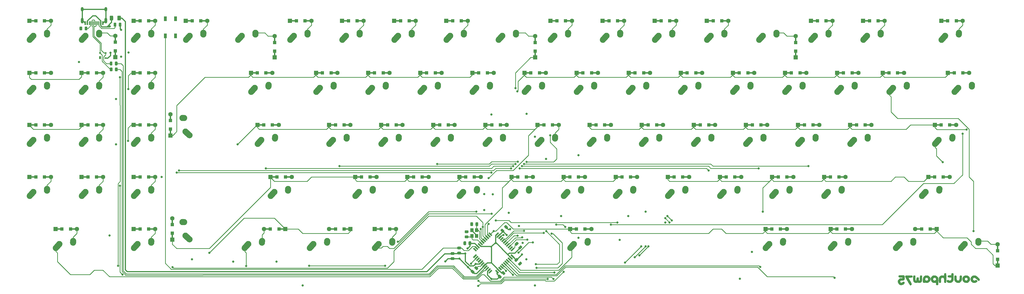
<source format=gbl>
G04 #@! TF.GenerationSoftware,KiCad,Pcbnew,(5.1.6)-1*
G04 #@! TF.CreationDate,2020-07-18T03:31:17-04:00*
G04 #@! TF.ProjectId,southpawpcb,736f7574-6870-4617-9770-63622e6b6963,rev?*
G04 #@! TF.SameCoordinates,Original*
G04 #@! TF.FileFunction,Copper,L2,Bot*
G04 #@! TF.FilePolarity,Positive*
%FSLAX46Y46*%
G04 Gerber Fmt 4.6, Leading zero omitted, Abs format (unit mm)*
G04 Created by KiCad (PCBNEW (5.1.6)-1) date 2020-07-18 03:31:17*
%MOMM*%
%LPD*%
G01*
G04 APERTURE LIST*
G04 #@! TA.AperFunction,EtchedComponent*
%ADD10C,0.010000*%
G04 #@! TD*
G04 #@! TA.AperFunction,ComponentPad*
%ADD11C,2.250000*%
G04 #@! TD*
G04 #@! TA.AperFunction,SMDPad,CuDef*
%ADD12R,0.700000X1.000000*%
G04 #@! TD*
G04 #@! TA.AperFunction,SMDPad,CuDef*
%ADD13R,0.700000X0.600000*%
G04 #@! TD*
G04 #@! TA.AperFunction,SMDPad,CuDef*
%ADD14R,1.200000X1.400000*%
G04 #@! TD*
G04 #@! TA.AperFunction,ComponentPad*
%ADD15O,1.000000X1.600000*%
G04 #@! TD*
G04 #@! TA.AperFunction,ComponentPad*
%ADD16O,1.000000X2.100000*%
G04 #@! TD*
G04 #@! TA.AperFunction,SMDPad,CuDef*
%ADD17R,0.300000X1.450000*%
G04 #@! TD*
G04 #@! TA.AperFunction,SMDPad,CuDef*
%ADD18R,0.600000X1.450000*%
G04 #@! TD*
G04 #@! TA.AperFunction,SMDPad,CuDef*
%ADD19C,0.100000*%
G04 #@! TD*
G04 #@! TA.AperFunction,Conductor*
%ADD20R,2.500000X0.500000*%
G04 #@! TD*
G04 #@! TA.AperFunction,ComponentPad*
%ADD21C,1.600000*%
G04 #@! TD*
G04 #@! TA.AperFunction,ComponentPad*
%ADD22R,1.600000X1.600000*%
G04 #@! TD*
G04 #@! TA.AperFunction,SMDPad,CuDef*
%ADD23R,1.200000X1.200000*%
G04 #@! TD*
G04 #@! TA.AperFunction,Conductor*
%ADD24R,0.500000X2.500000*%
G04 #@! TD*
G04 #@! TA.AperFunction,SMDPad,CuDef*
%ADD25R,1.000000X1.700000*%
G04 #@! TD*
G04 #@! TA.AperFunction,ViaPad*
%ADD26C,0.800000*%
G04 #@! TD*
G04 #@! TA.AperFunction,Conductor*
%ADD27C,0.250000*%
G04 #@! TD*
G04 #@! TA.AperFunction,Conductor*
%ADD28C,0.254000*%
G04 #@! TD*
G04 #@! TA.AperFunction,Conductor*
%ADD29C,0.381000*%
G04 #@! TD*
G04 APERTURE END LIST*
D10*
G04 #@! TO.C,G\u002A\u002A\u002A*
G36*
X301334124Y-1268912D02*
G01*
X301266390Y-1425054D01*
X301288930Y-1592593D01*
X301295792Y-1612957D01*
X301351304Y-1739753D01*
X301456150Y-1950485D01*
X301600029Y-2226573D01*
X301772640Y-2549437D01*
X301963681Y-2900495D01*
X302162853Y-3261167D01*
X302359853Y-3612872D01*
X302544381Y-3937030D01*
X302706136Y-4215059D01*
X302834818Y-4428378D01*
X302920124Y-4558408D01*
X302945054Y-4587875D01*
X303134692Y-4661921D01*
X303349197Y-4625796D01*
X303452371Y-4568399D01*
X303571323Y-4414600D01*
X303592979Y-4298524D01*
X303563344Y-4190858D01*
X303481009Y-3992335D01*
X303355321Y-3722912D01*
X303195624Y-3402543D01*
X303011265Y-3051185D01*
X302992446Y-3016250D01*
X302392434Y-1905000D01*
X303061801Y-1873250D01*
X303370980Y-1855375D01*
X303578247Y-1833293D01*
X303708686Y-1801885D01*
X303787381Y-1756028D01*
X303821084Y-1718238D01*
X303903889Y-1532748D01*
X303868137Y-1346037D01*
X303812150Y-1252379D01*
X303771991Y-1202066D01*
X303719971Y-1165394D01*
X303637214Y-1140208D01*
X303504846Y-1124355D01*
X303303990Y-1115680D01*
X303015771Y-1112031D01*
X302621314Y-1111252D01*
X302575364Y-1111250D01*
X301437428Y-1111250D01*
X301334124Y-1268912D01*
G37*
X301334124Y-1268912D02*
X301266390Y-1425054D01*
X301288930Y-1592593D01*
X301295792Y-1612957D01*
X301351304Y-1739753D01*
X301456150Y-1950485D01*
X301600029Y-2226573D01*
X301772640Y-2549437D01*
X301963681Y-2900495D01*
X302162853Y-3261167D01*
X302359853Y-3612872D01*
X302544381Y-3937030D01*
X302706136Y-4215059D01*
X302834818Y-4428378D01*
X302920124Y-4558408D01*
X302945054Y-4587875D01*
X303134692Y-4661921D01*
X303349197Y-4625796D01*
X303452371Y-4568399D01*
X303571323Y-4414600D01*
X303592979Y-4298524D01*
X303563344Y-4190858D01*
X303481009Y-3992335D01*
X303355321Y-3722912D01*
X303195624Y-3402543D01*
X303011265Y-3051185D01*
X302992446Y-3016250D01*
X302392434Y-1905000D01*
X303061801Y-1873250D01*
X303370980Y-1855375D01*
X303578247Y-1833293D01*
X303708686Y-1801885D01*
X303787381Y-1756028D01*
X303821084Y-1718238D01*
X303903889Y-1532748D01*
X303868137Y-1346037D01*
X303812150Y-1252379D01*
X303771991Y-1202066D01*
X303719971Y-1165394D01*
X303637214Y-1140208D01*
X303504846Y-1124355D01*
X303303990Y-1115680D01*
X303015771Y-1112031D01*
X302621314Y-1111252D01*
X302575364Y-1111250D01*
X301437428Y-1111250D01*
X301334124Y-1268912D01*
G36*
X311611990Y-1142508D02*
G01*
X311435357Y-1179969D01*
X311292608Y-1250157D01*
X311170536Y-1340393D01*
X310854128Y-1656937D01*
X310662156Y-1996967D01*
X310610001Y-2192228D01*
X310601579Y-2602332D01*
X310708217Y-2991979D01*
X310919078Y-3335425D01*
X311198549Y-3590343D01*
X311327100Y-3667775D01*
X311459716Y-3714662D01*
X311633436Y-3738342D01*
X311885300Y-3746153D01*
X311986723Y-3746500D01*
X312547000Y-3746500D01*
X312547000Y-4052299D01*
X312564539Y-4325322D01*
X312626181Y-4494966D01*
X312745470Y-4581120D01*
X312922459Y-4603750D01*
X313100596Y-4581534D01*
X313227641Y-4526742D01*
X313241545Y-4513266D01*
X313269779Y-4432677D01*
X313288929Y-4263660D01*
X313299407Y-3996367D01*
X313301622Y-3620947D01*
X313296945Y-3185797D01*
X313285147Y-2444750D01*
X312512364Y-2444750D01*
X312491219Y-2648476D01*
X312410199Y-2792316D01*
X312335641Y-2864239D01*
X312103736Y-2994117D01*
X311861063Y-3011927D01*
X311638049Y-2918296D01*
X311559718Y-2848227D01*
X311445865Y-2652653D01*
X311403927Y-2420477D01*
X311439296Y-2204388D01*
X311485395Y-2121747D01*
X311688285Y-1948619D01*
X311929368Y-1882097D01*
X312175967Y-1925889D01*
X312335641Y-2025260D01*
X312458226Y-2162707D01*
X312507216Y-2327476D01*
X312512364Y-2444750D01*
X313285147Y-2444750D01*
X313277250Y-1948812D01*
X313077326Y-1673042D01*
X312814955Y-1385980D01*
X312513002Y-1207261D01*
X312149963Y-1127103D01*
X311869036Y-1123313D01*
X311611990Y-1142508D01*
G37*
X311611990Y-1142508D02*
X311435357Y-1179969D01*
X311292608Y-1250157D01*
X311170536Y-1340393D01*
X310854128Y-1656937D01*
X310662156Y-1996967D01*
X310610001Y-2192228D01*
X310601579Y-2602332D01*
X310708217Y-2991979D01*
X310919078Y-3335425D01*
X311198549Y-3590343D01*
X311327100Y-3667775D01*
X311459716Y-3714662D01*
X311633436Y-3738342D01*
X311885300Y-3746153D01*
X311986723Y-3746500D01*
X312547000Y-3746500D01*
X312547000Y-4052299D01*
X312564539Y-4325322D01*
X312626181Y-4494966D01*
X312745470Y-4581120D01*
X312922459Y-4603750D01*
X313100596Y-4581534D01*
X313227641Y-4526742D01*
X313241545Y-4513266D01*
X313269779Y-4432677D01*
X313288929Y-4263660D01*
X313299407Y-3996367D01*
X313301622Y-3620947D01*
X313296945Y-3185797D01*
X313285147Y-2444750D01*
X312512364Y-2444750D01*
X312491219Y-2648476D01*
X312410199Y-2792316D01*
X312335641Y-2864239D01*
X312103736Y-2994117D01*
X311861063Y-3011927D01*
X311638049Y-2918296D01*
X311559718Y-2848227D01*
X311445865Y-2652653D01*
X311403927Y-2420477D01*
X311439296Y-2204388D01*
X311485395Y-2121747D01*
X311688285Y-1948619D01*
X311929368Y-1882097D01*
X312175967Y-1925889D01*
X312335641Y-2025260D01*
X312458226Y-2162707D01*
X312507216Y-2327476D01*
X312512364Y-2444750D01*
X313285147Y-2444750D01*
X313277250Y-1948812D01*
X313077326Y-1673042D01*
X312814955Y-1385980D01*
X312513002Y-1207261D01*
X312149963Y-1127103D01*
X311869036Y-1123313D01*
X311611990Y-1142508D01*
G36*
X299899467Y-1047750D02*
G01*
X299546503Y-1049660D01*
X299298298Y-1057175D01*
X299132646Y-1072973D01*
X299027338Y-1099729D01*
X298960169Y-1140121D01*
X298936092Y-1163875D01*
X298844815Y-1344633D01*
X298849936Y-1543206D01*
X298947126Y-1704658D01*
X299037533Y-1758199D01*
X299182009Y-1790871D01*
X299406895Y-1806636D01*
X299645626Y-1809749D01*
X299919247Y-1810955D01*
X300090079Y-1818971D01*
X300182332Y-1840397D01*
X300220217Y-1881834D01*
X300227943Y-1949879D01*
X300228000Y-1968500D01*
X300220455Y-2054840D01*
X300178406Y-2102373D01*
X300072733Y-2122646D01*
X299874316Y-2127206D01*
X299827683Y-2127250D01*
X299569125Y-2139097D01*
X299374638Y-2185560D01*
X299182609Y-2283022D01*
X299138334Y-2310548D01*
X298859895Y-2555513D01*
X298675505Y-2861160D01*
X298585165Y-3202828D01*
X298588874Y-3555855D01*
X298686632Y-3895578D01*
X298878440Y-4197335D01*
X299138334Y-4420451D01*
X299342272Y-4532434D01*
X299535132Y-4586836D01*
X299781845Y-4601059D01*
X299811808Y-4600943D01*
X300184738Y-4561987D01*
X300426689Y-4476369D01*
X300646192Y-4327129D01*
X300831837Y-4141362D01*
X300955216Y-3952208D01*
X300990000Y-3819257D01*
X300942577Y-3597821D01*
X300816632Y-3456596D01*
X300636651Y-3401506D01*
X300427119Y-3438477D01*
X300212524Y-3573435D01*
X300164500Y-3619500D01*
X299983291Y-3778591D01*
X299831875Y-3832066D01*
X299677609Y-3784902D01*
X299569814Y-3710141D01*
X299436065Y-3550112D01*
X299402500Y-3365499D01*
X299437705Y-3163266D01*
X299551508Y-3021812D01*
X299756188Y-2934305D01*
X300064026Y-2893913D01*
X300258472Y-2889249D01*
X300541981Y-2884288D01*
X300740813Y-2856663D01*
X300869973Y-2787261D01*
X300944466Y-2656971D01*
X300979296Y-2446679D01*
X300989469Y-2137274D01*
X300990000Y-1957466D01*
X300988636Y-1627667D01*
X300972762Y-1389047D01*
X300924708Y-1226864D01*
X300826803Y-1126378D01*
X300661375Y-1072849D01*
X300410755Y-1051534D01*
X300057270Y-1047693D01*
X299899467Y-1047750D01*
G37*
X299899467Y-1047750D02*
X299546503Y-1049660D01*
X299298298Y-1057175D01*
X299132646Y-1072973D01*
X299027338Y-1099729D01*
X298960169Y-1140121D01*
X298936092Y-1163875D01*
X298844815Y-1344633D01*
X298849936Y-1543206D01*
X298947126Y-1704658D01*
X299037533Y-1758199D01*
X299182009Y-1790871D01*
X299406895Y-1806636D01*
X299645626Y-1809749D01*
X299919247Y-1810955D01*
X300090079Y-1818971D01*
X300182332Y-1840397D01*
X300220217Y-1881834D01*
X300227943Y-1949879D01*
X300228000Y-1968500D01*
X300220455Y-2054840D01*
X300178406Y-2102373D01*
X300072733Y-2122646D01*
X299874316Y-2127206D01*
X299827683Y-2127250D01*
X299569125Y-2139097D01*
X299374638Y-2185560D01*
X299182609Y-2283022D01*
X299138334Y-2310548D01*
X298859895Y-2555513D01*
X298675505Y-2861160D01*
X298585165Y-3202828D01*
X298588874Y-3555855D01*
X298686632Y-3895578D01*
X298878440Y-4197335D01*
X299138334Y-4420451D01*
X299342272Y-4532434D01*
X299535132Y-4586836D01*
X299781845Y-4601059D01*
X299811808Y-4600943D01*
X300184738Y-4561987D01*
X300426689Y-4476369D01*
X300646192Y-4327129D01*
X300831837Y-4141362D01*
X300955216Y-3952208D01*
X300990000Y-3819257D01*
X300942577Y-3597821D01*
X300816632Y-3456596D01*
X300636651Y-3401506D01*
X300427119Y-3438477D01*
X300212524Y-3573435D01*
X300164500Y-3619500D01*
X299983291Y-3778591D01*
X299831875Y-3832066D01*
X299677609Y-3784902D01*
X299569814Y-3710141D01*
X299436065Y-3550112D01*
X299402500Y-3365499D01*
X299437705Y-3163266D01*
X299551508Y-3021812D01*
X299756188Y-2934305D01*
X300064026Y-2893913D01*
X300258472Y-2889249D01*
X300541981Y-2884288D01*
X300740813Y-2856663D01*
X300869973Y-2787261D01*
X300944466Y-2656971D01*
X300979296Y-2446679D01*
X300989469Y-2137274D01*
X300990000Y-1957466D01*
X300988636Y-1627667D01*
X300972762Y-1389047D01*
X300924708Y-1226864D01*
X300826803Y-1126378D01*
X300661375Y-1072849D01*
X300410755Y-1051534D01*
X300057270Y-1047693D01*
X299899467Y-1047750D01*
G36*
X326217355Y-1136224D02*
G01*
X325941745Y-1210519D01*
X325895346Y-1232070D01*
X325570316Y-1461873D01*
X325338220Y-1755892D01*
X325199110Y-2092554D01*
X325153040Y-2450287D01*
X325200064Y-2807520D01*
X325340235Y-3142680D01*
X325573607Y-3434195D01*
X325889334Y-3654991D01*
X326194532Y-3753525D01*
X326548583Y-3781167D01*
X326898769Y-3738798D01*
X327181852Y-3633375D01*
X327361274Y-3505835D01*
X327502245Y-3361271D01*
X327529798Y-3319829D01*
X327587346Y-3193356D01*
X327574268Y-3094268D01*
X327493576Y-2971535D01*
X327317840Y-2813132D01*
X327121408Y-2779923D01*
X326907611Y-2872393D01*
X326891926Y-2883700D01*
X326643526Y-3001963D01*
X326397305Y-2995157D01*
X326166819Y-2864228D01*
X326131116Y-2830634D01*
X325976773Y-2608342D01*
X325948889Y-2381147D01*
X326047464Y-2155854D01*
X326131116Y-2058865D01*
X326284336Y-1928206D01*
X326429576Y-1866159D01*
X326584353Y-1878472D01*
X326766186Y-1970891D01*
X326992594Y-2149163D01*
X327281093Y-2419035D01*
X327307375Y-2444750D01*
X327561891Y-2689382D01*
X327749062Y-2854887D01*
X327887943Y-2955216D01*
X327997593Y-3004321D01*
X328088036Y-3016250D01*
X328306722Y-2966651D01*
X328444384Y-2828044D01*
X328485500Y-2645335D01*
X328463016Y-2547619D01*
X328387278Y-2421773D01*
X328245861Y-2251911D01*
X328026339Y-2022145D01*
X327898125Y-1894346D01*
X327657905Y-1664844D01*
X327430520Y-1461065D01*
X327240682Y-1304305D01*
X327113102Y-1215864D01*
X327107529Y-1212975D01*
X326854442Y-1136598D01*
X326539652Y-1111298D01*
X326217355Y-1136224D01*
G37*
X326217355Y-1136224D02*
X325941745Y-1210519D01*
X325895346Y-1232070D01*
X325570316Y-1461873D01*
X325338220Y-1755892D01*
X325199110Y-2092554D01*
X325153040Y-2450287D01*
X325200064Y-2807520D01*
X325340235Y-3142680D01*
X325573607Y-3434195D01*
X325889334Y-3654991D01*
X326194532Y-3753525D01*
X326548583Y-3781167D01*
X326898769Y-3738798D01*
X327181852Y-3633375D01*
X327361274Y-3505835D01*
X327502245Y-3361271D01*
X327529798Y-3319829D01*
X327587346Y-3193356D01*
X327574268Y-3094268D01*
X327493576Y-2971535D01*
X327317840Y-2813132D01*
X327121408Y-2779923D01*
X326907611Y-2872393D01*
X326891926Y-2883700D01*
X326643526Y-3001963D01*
X326397305Y-2995157D01*
X326166819Y-2864228D01*
X326131116Y-2830634D01*
X325976773Y-2608342D01*
X325948889Y-2381147D01*
X326047464Y-2155854D01*
X326131116Y-2058865D01*
X326284336Y-1928206D01*
X326429576Y-1866159D01*
X326584353Y-1878472D01*
X326766186Y-1970891D01*
X326992594Y-2149163D01*
X327281093Y-2419035D01*
X327307375Y-2444750D01*
X327561891Y-2689382D01*
X327749062Y-2854887D01*
X327887943Y-2955216D01*
X327997593Y-3004321D01*
X328088036Y-3016250D01*
X328306722Y-2966651D01*
X328444384Y-2828044D01*
X328485500Y-2645335D01*
X328463016Y-2547619D01*
X328387278Y-2421773D01*
X328245861Y-2251911D01*
X328026339Y-2022145D01*
X327898125Y-1894346D01*
X327657905Y-1664844D01*
X327430520Y-1461065D01*
X327240682Y-1304305D01*
X327113102Y-1215864D01*
X327107529Y-1212975D01*
X326854442Y-1136598D01*
X326539652Y-1111298D01*
X326217355Y-1136224D01*
G36*
X323143219Y-1167175D02*
G01*
X322839668Y-1286826D01*
X322762237Y-1335421D01*
X322468247Y-1606823D01*
X322286055Y-1932255D01*
X322211412Y-2320871D01*
X322211914Y-2521388D01*
X322287727Y-2943364D01*
X322460895Y-3287402D01*
X322723237Y-3545738D01*
X323066568Y-3710603D01*
X323482708Y-3774234D01*
X323532500Y-3774719D01*
X323782433Y-3760900D01*
X324008963Y-3726538D01*
X324135750Y-3689319D01*
X324310720Y-3585478D01*
X324487416Y-3442215D01*
X324506772Y-3423250D01*
X324750633Y-3096327D01*
X324883266Y-2736076D01*
X324903087Y-2441735D01*
X324104000Y-2441735D01*
X324050971Y-2694508D01*
X323910689Y-2881595D01*
X323711360Y-2990203D01*
X323481192Y-3007540D01*
X323248394Y-2920815D01*
X323172360Y-2864239D01*
X323049775Y-2726792D01*
X323000785Y-2562023D01*
X322995637Y-2444750D01*
X323047218Y-2187107D01*
X323184445Y-2001202D01*
X323381039Y-1898752D01*
X323610726Y-1891474D01*
X323847228Y-1991084D01*
X323908628Y-2037644D01*
X324047581Y-2186851D01*
X324100133Y-2353627D01*
X324104000Y-2441735D01*
X324903087Y-2441735D01*
X324908376Y-2363202D01*
X324829667Y-1998411D01*
X324650844Y-1662406D01*
X324375611Y-1375892D01*
X324110226Y-1206988D01*
X323825814Y-1122747D01*
X323487706Y-1110979D01*
X323143219Y-1167175D01*
G37*
X323143219Y-1167175D02*
X322839668Y-1286826D01*
X322762237Y-1335421D01*
X322468247Y-1606823D01*
X322286055Y-1932255D01*
X322211412Y-2320871D01*
X322211914Y-2521388D01*
X322287727Y-2943364D01*
X322460895Y-3287402D01*
X322723237Y-3545738D01*
X323066568Y-3710603D01*
X323482708Y-3774234D01*
X323532500Y-3774719D01*
X323782433Y-3760900D01*
X324008963Y-3726538D01*
X324135750Y-3689319D01*
X324310720Y-3585478D01*
X324487416Y-3442215D01*
X324506772Y-3423250D01*
X324750633Y-3096327D01*
X324883266Y-2736076D01*
X324903087Y-2441735D01*
X324104000Y-2441735D01*
X324050971Y-2694508D01*
X323910689Y-2881595D01*
X323711360Y-2990203D01*
X323481192Y-3007540D01*
X323248394Y-2920815D01*
X323172360Y-2864239D01*
X323049775Y-2726792D01*
X323000785Y-2562023D01*
X322995637Y-2444750D01*
X323047218Y-2187107D01*
X323184445Y-2001202D01*
X323381039Y-1898752D01*
X323610726Y-1891474D01*
X323847228Y-1991084D01*
X323908628Y-2037644D01*
X324047581Y-2186851D01*
X324100133Y-2353627D01*
X324104000Y-2441735D01*
X324903087Y-2441735D01*
X324908376Y-2363202D01*
X324829667Y-1998411D01*
X324650844Y-1662406D01*
X324375611Y-1375892D01*
X324110226Y-1206988D01*
X323825814Y-1122747D01*
X323487706Y-1110979D01*
X323143219Y-1167175D01*
G36*
X321328765Y-1143222D02*
G01*
X321261176Y-1190625D01*
X321232091Y-1284275D01*
X321204476Y-1474349D01*
X321182017Y-1730289D01*
X321171164Y-1936750D01*
X321148988Y-2303618D01*
X321110081Y-2566071D01*
X321046673Y-2746374D01*
X320950998Y-2866795D01*
X320818310Y-2948231D01*
X320555492Y-3012375D01*
X320314963Y-2952085D01*
X320186539Y-2863103D01*
X320109148Y-2790440D01*
X320056777Y-2713003D01*
X320023012Y-2604123D01*
X320001443Y-2437128D01*
X319985656Y-2185346D01*
X319976623Y-1989978D01*
X319959519Y-1694743D01*
X319937436Y-1443154D01*
X319913405Y-1264287D01*
X319893378Y-1190624D01*
X319789041Y-1129720D01*
X319621382Y-1114076D01*
X319444987Y-1141770D01*
X319314445Y-1210877D01*
X319314286Y-1211035D01*
X319269396Y-1282120D01*
X319239655Y-1403444D01*
X319222462Y-1597103D01*
X319215213Y-1885197D01*
X319214500Y-2058298D01*
X319217279Y-2392007D01*
X319228591Y-2629819D01*
X319252900Y-2802772D01*
X319294670Y-2941903D01*
X319358365Y-3078250D01*
X319362251Y-3085637D01*
X319509520Y-3297057D01*
X319704339Y-3496372D01*
X319779002Y-3554968D01*
X319950227Y-3661301D01*
X320118120Y-3722880D01*
X320332757Y-3754160D01*
X320504377Y-3764381D01*
X320814485Y-3764324D01*
X321034090Y-3729365D01*
X321151250Y-3682022D01*
X321487750Y-3439585D01*
X321747657Y-3126302D01*
X321824613Y-2984500D01*
X321886046Y-2785811D01*
X321928056Y-2517825D01*
X321950568Y-2211834D01*
X321953506Y-1899129D01*
X321936795Y-1611002D01*
X321900360Y-1378746D01*
X321844125Y-1233651D01*
X321828875Y-1216341D01*
X321679090Y-1139130D01*
X321493566Y-1113905D01*
X321328765Y-1143222D01*
G37*
X321328765Y-1143222D02*
X321261176Y-1190625D01*
X321232091Y-1284275D01*
X321204476Y-1474349D01*
X321182017Y-1730289D01*
X321171164Y-1936750D01*
X321148988Y-2303618D01*
X321110081Y-2566071D01*
X321046673Y-2746374D01*
X320950998Y-2866795D01*
X320818310Y-2948231D01*
X320555492Y-3012375D01*
X320314963Y-2952085D01*
X320186539Y-2863103D01*
X320109148Y-2790440D01*
X320056777Y-2713003D01*
X320023012Y-2604123D01*
X320001443Y-2437128D01*
X319985656Y-2185346D01*
X319976623Y-1989978D01*
X319959519Y-1694743D01*
X319937436Y-1443154D01*
X319913405Y-1264287D01*
X319893378Y-1190624D01*
X319789041Y-1129720D01*
X319621382Y-1114076D01*
X319444987Y-1141770D01*
X319314445Y-1210877D01*
X319314286Y-1211035D01*
X319269396Y-1282120D01*
X319239655Y-1403444D01*
X319222462Y-1597103D01*
X319215213Y-1885197D01*
X319214500Y-2058298D01*
X319217279Y-2392007D01*
X319228591Y-2629819D01*
X319252900Y-2802772D01*
X319294670Y-2941903D01*
X319358365Y-3078250D01*
X319362251Y-3085637D01*
X319509520Y-3297057D01*
X319704339Y-3496372D01*
X319779002Y-3554968D01*
X319950227Y-3661301D01*
X320118120Y-3722880D01*
X320332757Y-3754160D01*
X320504377Y-3764381D01*
X320814485Y-3764324D01*
X321034090Y-3729365D01*
X321151250Y-3682022D01*
X321487750Y-3439585D01*
X321747657Y-3126302D01*
X321824613Y-2984500D01*
X321886046Y-2785811D01*
X321928056Y-2517825D01*
X321950568Y-2211834D01*
X321953506Y-1899129D01*
X321936795Y-1611002D01*
X321900360Y-1378746D01*
X321844125Y-1233651D01*
X321828875Y-1216341D01*
X321679090Y-1139130D01*
X321493566Y-1113905D01*
X321328765Y-1143222D01*
G36*
X318344231Y-303195D02*
G01*
X318214269Y-358996D01*
X318211201Y-361949D01*
X318165907Y-467334D01*
X318138613Y-646790D01*
X318135000Y-742949D01*
X318135000Y-1047750D01*
X317573342Y-1047750D01*
X317239867Y-1059778D01*
X317013869Y-1101880D01*
X316877585Y-1183078D01*
X316813247Y-1312396D01*
X316801500Y-1439783D01*
X316828340Y-1599314D01*
X316919918Y-1708179D01*
X317092818Y-1774129D01*
X317363629Y-1804917D01*
X317593069Y-1809750D01*
X318152388Y-1809750D01*
X318118144Y-2236353D01*
X318092112Y-2477342D01*
X318050799Y-2634069D01*
X317977776Y-2749267D01*
X317886199Y-2839603D01*
X317676058Y-2977223D01*
X317459974Y-3004734D01*
X317211138Y-2923380D01*
X317121130Y-2875084D01*
X316878349Y-2784223D01*
X316669804Y-2800433D01*
X316514772Y-2919253D01*
X316458729Y-3028335D01*
X316444394Y-3230583D01*
X316535724Y-3411660D01*
X316712169Y-3564478D01*
X316953176Y-3681947D01*
X317238194Y-3756978D01*
X317546672Y-3782481D01*
X317858058Y-3751368D01*
X318151801Y-3656548D01*
X318204388Y-3630499D01*
X318415386Y-3483503D01*
X318614889Y-3288654D01*
X318674750Y-3212506D01*
X318865250Y-2942262D01*
X318884945Y-1704489D01*
X318889767Y-1223937D01*
X318886701Y-860314D01*
X318875337Y-603772D01*
X318855263Y-444461D01*
X318829545Y-376233D01*
X318710766Y-313174D01*
X318529362Y-288374D01*
X318344231Y-303195D01*
G37*
X318344231Y-303195D02*
X318214269Y-358996D01*
X318211201Y-361949D01*
X318165907Y-467334D01*
X318138613Y-646790D01*
X318135000Y-742949D01*
X318135000Y-1047750D01*
X317573342Y-1047750D01*
X317239867Y-1059778D01*
X317013869Y-1101880D01*
X316877585Y-1183078D01*
X316813247Y-1312396D01*
X316801500Y-1439783D01*
X316828340Y-1599314D01*
X316919918Y-1708179D01*
X317092818Y-1774129D01*
X317363629Y-1804917D01*
X317593069Y-1809750D01*
X318152388Y-1809750D01*
X318118144Y-2236353D01*
X318092112Y-2477342D01*
X318050799Y-2634069D01*
X317977776Y-2749267D01*
X317886199Y-2839603D01*
X317676058Y-2977223D01*
X317459974Y-3004734D01*
X317211138Y-2923380D01*
X317121130Y-2875084D01*
X316878349Y-2784223D01*
X316669804Y-2800433D01*
X316514772Y-2919253D01*
X316458729Y-3028335D01*
X316444394Y-3230583D01*
X316535724Y-3411660D01*
X316712169Y-3564478D01*
X316953176Y-3681947D01*
X317238194Y-3756978D01*
X317546672Y-3782481D01*
X317858058Y-3751368D01*
X318151801Y-3656548D01*
X318204388Y-3630499D01*
X318415386Y-3483503D01*
X318614889Y-3288654D01*
X318674750Y-3212506D01*
X318865250Y-2942262D01*
X318884945Y-1704489D01*
X318889767Y-1223937D01*
X318886701Y-860314D01*
X318875337Y-603772D01*
X318855263Y-444461D01*
X318829545Y-376233D01*
X318710766Y-313174D01*
X318529362Y-288374D01*
X318344231Y-303195D01*
G36*
X315645076Y-347457D02*
G01*
X315573092Y-401875D01*
X315494438Y-571544D01*
X315468000Y-832575D01*
X315468000Y-1147151D01*
X315029299Y-1122362D01*
X314652573Y-1123643D01*
X314358754Y-1184236D01*
X314112786Y-1316400D01*
X313890420Y-1520593D01*
X313726420Y-1724089D01*
X313613833Y-1936643D01*
X313544191Y-2187961D01*
X313509030Y-2507746D01*
X313499855Y-2890995D01*
X313509806Y-3251537D01*
X313545447Y-3503410D01*
X313614718Y-3663702D01*
X313725562Y-3749498D01*
X313885921Y-3777884D01*
X313912250Y-3778250D01*
X314076696Y-3757961D01*
X314192444Y-3685668D01*
X314267162Y-3544227D01*
X314308514Y-3316497D01*
X314324167Y-2985333D01*
X314325000Y-2855251D01*
X314326728Y-2562542D01*
X314336241Y-2367229D01*
X314360038Y-2239713D01*
X314404614Y-2150396D01*
X314476467Y-2069680D01*
X314503100Y-2043880D01*
X314729107Y-1901723D01*
X314970111Y-1882555D01*
X315207845Y-1986800D01*
X315257962Y-2026396D01*
X315334496Y-2098030D01*
X315386558Y-2174143D01*
X315420314Y-2280928D01*
X315441934Y-2444578D01*
X315457584Y-2691289D01*
X315467878Y-2917851D01*
X315486125Y-3262612D01*
X315512480Y-3500262D01*
X315556808Y-3650678D01*
X315628973Y-3733736D01*
X315738839Y-3769313D01*
X315894391Y-3777277D01*
X316083819Y-3737728D01*
X316164266Y-3655424D01*
X316186969Y-3550565D01*
X316205056Y-3343757D01*
X316218594Y-3056324D01*
X316227652Y-2709590D01*
X316232297Y-2324879D01*
X316232596Y-1923516D01*
X316228618Y-1526824D01*
X316220430Y-1156128D01*
X316208101Y-832753D01*
X316191697Y-578022D01*
X316171287Y-413259D01*
X316153800Y-361949D01*
X316012238Y-296837D01*
X315822514Y-293391D01*
X315645076Y-347457D01*
G37*
X315645076Y-347457D02*
X315573092Y-401875D01*
X315494438Y-571544D01*
X315468000Y-832575D01*
X315468000Y-1147151D01*
X315029299Y-1122362D01*
X314652573Y-1123643D01*
X314358754Y-1184236D01*
X314112786Y-1316400D01*
X313890420Y-1520593D01*
X313726420Y-1724089D01*
X313613833Y-1936643D01*
X313544191Y-2187961D01*
X313509030Y-2507746D01*
X313499855Y-2890995D01*
X313509806Y-3251537D01*
X313545447Y-3503410D01*
X313614718Y-3663702D01*
X313725562Y-3749498D01*
X313885921Y-3777884D01*
X313912250Y-3778250D01*
X314076696Y-3757961D01*
X314192444Y-3685668D01*
X314267162Y-3544227D01*
X314308514Y-3316497D01*
X314324167Y-2985333D01*
X314325000Y-2855251D01*
X314326728Y-2562542D01*
X314336241Y-2367229D01*
X314360038Y-2239713D01*
X314404614Y-2150396D01*
X314476467Y-2069680D01*
X314503100Y-2043880D01*
X314729107Y-1901723D01*
X314970111Y-1882555D01*
X315207845Y-1986800D01*
X315257962Y-2026396D01*
X315334496Y-2098030D01*
X315386558Y-2174143D01*
X315420314Y-2280928D01*
X315441934Y-2444578D01*
X315457584Y-2691289D01*
X315467878Y-2917851D01*
X315486125Y-3262612D01*
X315512480Y-3500262D01*
X315556808Y-3650678D01*
X315628973Y-3733736D01*
X315738839Y-3769313D01*
X315894391Y-3777277D01*
X316083819Y-3737728D01*
X316164266Y-3655424D01*
X316186969Y-3550565D01*
X316205056Y-3343757D01*
X316218594Y-3056324D01*
X316227652Y-2709590D01*
X316232297Y-2324879D01*
X316232596Y-1923516D01*
X316228618Y-1526824D01*
X316220430Y-1156128D01*
X316208101Y-832753D01*
X316191697Y-578022D01*
X316171287Y-413259D01*
X316153800Y-361949D01*
X316012238Y-296837D01*
X315822514Y-293391D01*
X315645076Y-347457D01*
G36*
X308784031Y-1120490D02*
G01*
X308603192Y-1159663D01*
X308430192Y-1245944D01*
X308319975Y-1317625D01*
X308102948Y-1485683D01*
X307946689Y-1666489D01*
X307841063Y-1885111D01*
X307775934Y-2166613D01*
X307741166Y-2536065D01*
X307731684Y-2772598D01*
X307725693Y-3152775D01*
X307737127Y-3424206D01*
X307772510Y-3604679D01*
X307838363Y-3711977D01*
X307941210Y-3763888D01*
X308087573Y-3778196D01*
X308100487Y-3778250D01*
X308268377Y-3763946D01*
X308375013Y-3728453D01*
X308386251Y-3717176D01*
X308474558Y-3688752D01*
X308584632Y-3717176D01*
X308806883Y-3764002D01*
X309090833Y-3774656D01*
X309380352Y-3751374D01*
X309619313Y-3696392D01*
X309673228Y-3673815D01*
X309973540Y-3462137D01*
X310218149Y-3166926D01*
X310384622Y-2823643D01*
X310450524Y-2467746D01*
X310450587Y-2462331D01*
X309625982Y-2462331D01*
X309574151Y-2670414D01*
X309454722Y-2847914D01*
X309284758Y-2973267D01*
X309081324Y-3024913D01*
X308861484Y-2981290D01*
X308759881Y-2923529D01*
X308590034Y-2737021D01*
X308513235Y-2502720D01*
X308542952Y-2263241D01*
X308547548Y-2251720D01*
X308695972Y-2028162D01*
X308899226Y-1900148D01*
X309128707Y-1874305D01*
X309355812Y-1957258D01*
X309458591Y-2040659D01*
X309593150Y-2245225D01*
X309625982Y-2462331D01*
X310450587Y-2462331D01*
X310450792Y-2444750D01*
X310396259Y-2108960D01*
X310248269Y-1775335D01*
X310030241Y-1480093D01*
X309765592Y-1259451D01*
X309643915Y-1196792D01*
X309469090Y-1150690D01*
X309227456Y-1119633D01*
X309031966Y-1111250D01*
X308784031Y-1120490D01*
G37*
X308784031Y-1120490D02*
X308603192Y-1159663D01*
X308430192Y-1245944D01*
X308319975Y-1317625D01*
X308102948Y-1485683D01*
X307946689Y-1666489D01*
X307841063Y-1885111D01*
X307775934Y-2166613D01*
X307741166Y-2536065D01*
X307731684Y-2772598D01*
X307725693Y-3152775D01*
X307737127Y-3424206D01*
X307772510Y-3604679D01*
X307838363Y-3711977D01*
X307941210Y-3763888D01*
X308087573Y-3778196D01*
X308100487Y-3778250D01*
X308268377Y-3763946D01*
X308375013Y-3728453D01*
X308386251Y-3717176D01*
X308474558Y-3688752D01*
X308584632Y-3717176D01*
X308806883Y-3764002D01*
X309090833Y-3774656D01*
X309380352Y-3751374D01*
X309619313Y-3696392D01*
X309673228Y-3673815D01*
X309973540Y-3462137D01*
X310218149Y-3166926D01*
X310384622Y-2823643D01*
X310450524Y-2467746D01*
X310450587Y-2462331D01*
X309625982Y-2462331D01*
X309574151Y-2670414D01*
X309454722Y-2847914D01*
X309284758Y-2973267D01*
X309081324Y-3024913D01*
X308861484Y-2981290D01*
X308759881Y-2923529D01*
X308590034Y-2737021D01*
X308513235Y-2502720D01*
X308542952Y-2263241D01*
X308547548Y-2251720D01*
X308695972Y-2028162D01*
X308899226Y-1900148D01*
X309128707Y-1874305D01*
X309355812Y-1957258D01*
X309458591Y-2040659D01*
X309593150Y-2245225D01*
X309625982Y-2462331D01*
X310450587Y-2462331D01*
X310450792Y-2444750D01*
X310396259Y-2108960D01*
X310248269Y-1775335D01*
X310030241Y-1480093D01*
X309765592Y-1259451D01*
X309643915Y-1196792D01*
X309469090Y-1150690D01*
X309227456Y-1119633D01*
X309031966Y-1111250D01*
X308784031Y-1120490D01*
G36*
X306872530Y-1118286D02*
G01*
X306729306Y-1176937D01*
X306717701Y-1187449D01*
X306679869Y-1291468D01*
X306654986Y-1516293D01*
X306642853Y-1864189D01*
X306641500Y-2068674D01*
X306636723Y-2446531D01*
X306618960Y-2713765D01*
X306583067Y-2886513D01*
X306523898Y-2980912D01*
X306436308Y-3013096D01*
X306342926Y-3005009D01*
X306284153Y-2974581D01*
X306244904Y-2893552D01*
X306218441Y-2736890D01*
X306198025Y-2479568D01*
X306197000Y-2462926D01*
X306174914Y-2213874D01*
X306144339Y-2012844D01*
X306110931Y-1894399D01*
X306101750Y-1880654D01*
X305921114Y-1784556D01*
X305712134Y-1787192D01*
X305557986Y-1863570D01*
X305476908Y-1945175D01*
X305425641Y-2051718D01*
X305394117Y-2216795D01*
X305372272Y-2474002D01*
X305371500Y-2485999D01*
X305350479Y-2742817D01*
X305323000Y-2898106D01*
X305281902Y-2977337D01*
X305225575Y-3005015D01*
X305111705Y-3010788D01*
X305030350Y-2967184D01*
X304976362Y-2858066D01*
X304944598Y-2667298D01*
X304929912Y-2378743D01*
X304927000Y-2068674D01*
X304923761Y-1700679D01*
X304909400Y-1440953D01*
X304876948Y-1270836D01*
X304819441Y-1171664D01*
X304729912Y-1124776D01*
X304601392Y-1111510D01*
X304569586Y-1111250D01*
X304420915Y-1121261D01*
X304313626Y-1162985D01*
X304241082Y-1253954D01*
X304196650Y-1411702D01*
X304173694Y-1653763D01*
X304165579Y-1997669D01*
X304165000Y-2180401D01*
X304171619Y-2609529D01*
X304195990Y-2934304D01*
X304244886Y-3176898D01*
X304325080Y-3359483D01*
X304443346Y-3504232D01*
X304606457Y-3633315D01*
X304609468Y-3635375D01*
X304818177Y-3727002D01*
X305081972Y-3775137D01*
X305351953Y-3777269D01*
X305579221Y-3730889D01*
X305660673Y-3689344D01*
X305775406Y-3632821D01*
X305878417Y-3667826D01*
X305909188Y-3689344D01*
X306082173Y-3756003D01*
X306325951Y-3779294D01*
X306592601Y-3760966D01*
X306834200Y-3702768D01*
X306943706Y-3651593D01*
X307112600Y-3533391D01*
X307235062Y-3401287D01*
X307318222Y-3233295D01*
X307369206Y-3007429D01*
X307395144Y-2701702D01*
X307403165Y-2294128D01*
X307403263Y-2234200D01*
X307398733Y-1902453D01*
X307386143Y-1609616D01*
X307367273Y-1382854D01*
X307343902Y-1249330D01*
X307337766Y-1234075D01*
X307231086Y-1150940D01*
X307057899Y-1110982D01*
X306872530Y-1118286D01*
G37*
X306872530Y-1118286D02*
X306729306Y-1176937D01*
X306717701Y-1187449D01*
X306679869Y-1291468D01*
X306654986Y-1516293D01*
X306642853Y-1864189D01*
X306641500Y-2068674D01*
X306636723Y-2446531D01*
X306618960Y-2713765D01*
X306583067Y-2886513D01*
X306523898Y-2980912D01*
X306436308Y-3013096D01*
X306342926Y-3005009D01*
X306284153Y-2974581D01*
X306244904Y-2893552D01*
X306218441Y-2736890D01*
X306198025Y-2479568D01*
X306197000Y-2462926D01*
X306174914Y-2213874D01*
X306144339Y-2012844D01*
X306110931Y-1894399D01*
X306101750Y-1880654D01*
X305921114Y-1784556D01*
X305712134Y-1787192D01*
X305557986Y-1863570D01*
X305476908Y-1945175D01*
X305425641Y-2051718D01*
X305394117Y-2216795D01*
X305372272Y-2474002D01*
X305371500Y-2485999D01*
X305350479Y-2742817D01*
X305323000Y-2898106D01*
X305281902Y-2977337D01*
X305225575Y-3005015D01*
X305111705Y-3010788D01*
X305030350Y-2967184D01*
X304976362Y-2858066D01*
X304944598Y-2667298D01*
X304929912Y-2378743D01*
X304927000Y-2068674D01*
X304923761Y-1700679D01*
X304909400Y-1440953D01*
X304876948Y-1270836D01*
X304819441Y-1171664D01*
X304729912Y-1124776D01*
X304601392Y-1111510D01*
X304569586Y-1111250D01*
X304420915Y-1121261D01*
X304313626Y-1162985D01*
X304241082Y-1253954D01*
X304196650Y-1411702D01*
X304173694Y-1653763D01*
X304165579Y-1997669D01*
X304165000Y-2180401D01*
X304171619Y-2609529D01*
X304195990Y-2934304D01*
X304244886Y-3176898D01*
X304325080Y-3359483D01*
X304443346Y-3504232D01*
X304606457Y-3633315D01*
X304609468Y-3635375D01*
X304818177Y-3727002D01*
X305081972Y-3775137D01*
X305351953Y-3777269D01*
X305579221Y-3730889D01*
X305660673Y-3689344D01*
X305775406Y-3632821D01*
X305878417Y-3667826D01*
X305909188Y-3689344D01*
X306082173Y-3756003D01*
X306325951Y-3779294D01*
X306592601Y-3760966D01*
X306834200Y-3702768D01*
X306943706Y-3651593D01*
X307112600Y-3533391D01*
X307235062Y-3401287D01*
X307318222Y-3233295D01*
X307369206Y-3007429D01*
X307395144Y-2701702D01*
X307403165Y-2294128D01*
X307403263Y-2234200D01*
X307398733Y-1902453D01*
X307386143Y-1609616D01*
X307367273Y-1382854D01*
X307343902Y-1249330D01*
X307337766Y-1234075D01*
X307231086Y-1150940D01*
X307057899Y-1110982D01*
X306872530Y-1118286D01*
G04 #@! TD*
G04 #@! TO.P,C1,2*
G04 #@! TO.N,GND*
G04 #@! TA.AperFunction,SMDPad,CuDef*
G36*
G01*
X155326816Y15919081D02*
X154681581Y16564316D01*
G75*
G02*
X154681581Y16909030I172357J172357D01*
G01*
X155026296Y17253745D01*
G75*
G02*
X155371010Y17253745I172357J-172357D01*
G01*
X156016245Y16608510D01*
G75*
G02*
X156016245Y16263796I-172357J-172357D01*
G01*
X155671530Y15919081D01*
G75*
G02*
X155326816Y15919081I-172357J172357D01*
G01*
G37*
G04 #@! TD.AperFunction*
G04 #@! TO.P,C1,1*
G04 #@! TO.N,+5V*
G04 #@! TA.AperFunction,SMDPad,CuDef*
G36*
G01*
X154000990Y14593255D02*
X153355755Y15238490D01*
G75*
G02*
X153355755Y15583204I172357J172357D01*
G01*
X153700470Y15927919D01*
G75*
G02*
X154045184Y15927919I172357J-172357D01*
G01*
X154690419Y15282684D01*
G75*
G02*
X154690419Y14937970I-172357J-172357D01*
G01*
X154345704Y14593255D01*
G75*
G02*
X154000990Y14593255I-172357J172357D01*
G01*
G37*
G04 #@! TD.AperFunction*
G04 #@! TD*
G04 #@! TO.P,C8,2*
G04 #@! TO.N,GND*
G04 #@! TA.AperFunction,SMDPad,CuDef*
G36*
G01*
X154310816Y-893419D02*
X153665581Y-248184D01*
G75*
G02*
X153665581Y96530I172357J172357D01*
G01*
X154010296Y441245D01*
G75*
G02*
X154355010Y441245I172357J-172357D01*
G01*
X155000245Y-203990D01*
G75*
G02*
X155000245Y-548704I-172357J-172357D01*
G01*
X154655530Y-893419D01*
G75*
G02*
X154310816Y-893419I-172357J172357D01*
G01*
G37*
G04 #@! TD.AperFunction*
G04 #@! TO.P,C8,1*
G04 #@! TO.N,+5V*
G04 #@! TA.AperFunction,SMDPad,CuDef*
G36*
G01*
X152984990Y-2219245D02*
X152339755Y-1574010D01*
G75*
G02*
X152339755Y-1229296I172357J172357D01*
G01*
X152684470Y-884581D01*
G75*
G02*
X153029184Y-884581I172357J-172357D01*
G01*
X153674419Y-1529816D01*
G75*
G02*
X153674419Y-1874530I-172357J-172357D01*
G01*
X153329704Y-2219245D01*
G75*
G02*
X152984990Y-2219245I-172357J172357D01*
G01*
G37*
G04 #@! TD.AperFunction*
G04 #@! TD*
G04 #@! TO.P,K44,2*
G04 #@! TO.N,Net-(D44-Pad2)*
G04 #@! TA.AperFunction,ComponentPad*
G36*
G01*
X154103597Y47851666D02*
X154103597Y47851666D01*
G75*
G02*
X153058666Y49051403I77403J1122334D01*
G01*
X153098666Y49631403D01*
G75*
G02*
X154298403Y50676334I1122334J-77403D01*
G01*
X154298403Y50676334D01*
G75*
G02*
X155343334Y49476597I-77403J-1122334D01*
G01*
X155303334Y48896597D01*
G75*
G02*
X154103597Y47851666I-1122334J77403D01*
G01*
G37*
G04 #@! TD.AperFunction*
D11*
X154221000Y49554000D03*
G04 #@! TO.P,K44,1*
G04 #@! TO.N,col7*
G04 #@! TA.AperFunction,ComponentPad*
G36*
G01*
X147119683Y46176655D02*
X147119683Y46176655D01*
G75*
G02*
X147033655Y47765317I751317J837345D01*
G01*
X148343657Y49225317D01*
G75*
G02*
X149932319Y49311345I837345J-751317D01*
G01*
X149932319Y49311345D01*
G75*
G02*
X150018347Y47722683I-751317J-837345D01*
G01*
X148708345Y46262683D01*
G75*
G02*
X147119683Y46176655I-837345J751317D01*
G01*
G37*
G04 #@! TD.AperFunction*
X149181000Y48474000D03*
G04 #@! TD*
G04 #@! TO.P,K71,1*
G04 #@! TO.N,col7*
X61075000Y10374000D03*
G04 #@! TA.AperFunction,ComponentPad*
G36*
G01*
X59013683Y8076655D02*
X59013683Y8076655D01*
G75*
G02*
X58927655Y9665317I751317J837345D01*
G01*
X60237657Y11125317D01*
G75*
G02*
X61826319Y11211345I837345J-751317D01*
G01*
X61826319Y11211345D01*
G75*
G02*
X61912347Y9622683I-751317J-837345D01*
G01*
X60602345Y8162683D01*
G75*
G02*
X59013683Y8076655I-837345J751317D01*
G01*
G37*
G04 #@! TD.AperFunction*
G04 #@! TO.P,K71,2*
G04 #@! TO.N,Net-(D71-Pad2)*
X66115000Y11454000D03*
G04 #@! TA.AperFunction,ComponentPad*
G36*
G01*
X65997597Y9751666D02*
X65997597Y9751666D01*
G75*
G02*
X64952666Y10951403I77403J1122334D01*
G01*
X64992666Y11531403D01*
G75*
G02*
X66192403Y12576334I1122334J-77403D01*
G01*
X66192403Y12576334D01*
G75*
G02*
X67237334Y11376597I-77403J-1122334D01*
G01*
X67197334Y10796597D01*
G75*
G02*
X65997597Y9751666I-1122334J77403D01*
G01*
G37*
G04 #@! TD.AperFunction*
G04 #@! TD*
G04 #@! TO.P,K2,2*
G04 #@! TO.N,Net-(D2-Pad2)*
G04 #@! TA.AperFunction,ComponentPad*
G36*
G01*
X6466797Y85951666D02*
X6466797Y85951666D01*
G75*
G02*
X5421866Y87151403I77403J1122334D01*
G01*
X5461866Y87731403D01*
G75*
G02*
X6661603Y88776334I1122334J-77403D01*
G01*
X6661603Y88776334D01*
G75*
G02*
X7706534Y87576597I-77403J-1122334D01*
G01*
X7666534Y86996597D01*
G75*
G02*
X6466797Y85951666I-1122334J77403D01*
G01*
G37*
G04 #@! TD.AperFunction*
X6584200Y87654000D03*
G04 #@! TO.P,K2,1*
G04 #@! TO.N,col1*
G04 #@! TA.AperFunction,ComponentPad*
G36*
G01*
X-517117Y84276655D02*
X-517117Y84276655D01*
G75*
G02*
X-603145Y85865317I751317J837345D01*
G01*
X706857Y87325317D01*
G75*
G02*
X2295519Y87411345I837345J-751317D01*
G01*
X2295519Y87411345D01*
G75*
G02*
X2381547Y85822683I-751317J-837345D01*
G01*
X1071545Y84362683D01*
G75*
G02*
X-517117Y84276655I-837345J751317D01*
G01*
G37*
G04 #@! TD.AperFunction*
X1544200Y86574000D03*
G04 #@! TD*
G04 #@! TO.P,C2,2*
G04 #@! TO.N,GND*
G04 #@! TA.AperFunction,SMDPad,CuDef*
G36*
G01*
X159761581Y3247684D02*
X160406816Y3892919D01*
G75*
G02*
X160751530Y3892919I172357J-172357D01*
G01*
X161096245Y3548204D01*
G75*
G02*
X161096245Y3203490I-172357J-172357D01*
G01*
X160451010Y2558255D01*
G75*
G02*
X160106296Y2558255I-172357J172357D01*
G01*
X159761581Y2902970D01*
G75*
G02*
X159761581Y3247684I172357J172357D01*
G01*
G37*
G04 #@! TD.AperFunction*
G04 #@! TO.P,C2,1*
G04 #@! TO.N,+5V*
G04 #@! TA.AperFunction,SMDPad,CuDef*
G36*
G01*
X158435755Y4573510D02*
X159080990Y5218745D01*
G75*
G02*
X159425704Y5218745I172357J-172357D01*
G01*
X159770419Y4874030D01*
G75*
G02*
X159770419Y4529316I-172357J-172357D01*
G01*
X159125184Y3884081D01*
G75*
G02*
X158780470Y3884081I-172357J172357D01*
G01*
X158435755Y4228796D01*
G75*
G02*
X158435755Y4573510I172357J172357D01*
G01*
G37*
G04 #@! TD.AperFunction*
G04 #@! TD*
D12*
G04 #@! TO.P,D79,1*
G04 #@! TO.N,GND*
X6874000Y78625000D03*
D13*
G04 #@! TO.P,D79,3*
G04 #@! TO.N,D+*
X8874000Y80325000D03*
G04 #@! TO.P,D79,4*
G04 #@! TO.N,VCC*
X8874000Y78425000D03*
G04 #@! TO.P,D79,2*
G04 #@! TO.N,D-*
X6874000Y80325000D03*
G04 #@! TD*
G04 #@! TO.P,C7,2*
G04 #@! TO.N,Net-(C7-Pad2)*
G04 #@! TA.AperFunction,SMDPad,CuDef*
G36*
G01*
X144404816Y884581D02*
X143759581Y1529816D01*
G75*
G02*
X143759581Y1874530I172357J172357D01*
G01*
X144104296Y2219245D01*
G75*
G02*
X144449010Y2219245I172357J-172357D01*
G01*
X145094245Y1574010D01*
G75*
G02*
X145094245Y1229296I-172357J-172357D01*
G01*
X144749530Y884581D01*
G75*
G02*
X144404816Y884581I-172357J172357D01*
G01*
G37*
G04 #@! TD.AperFunction*
G04 #@! TO.P,C7,1*
G04 #@! TO.N,GND*
G04 #@! TA.AperFunction,SMDPad,CuDef*
G36*
G01*
X143078990Y-441245D02*
X142433755Y203990D01*
G75*
G02*
X142433755Y548704I172357J172357D01*
G01*
X142778470Y893419D01*
G75*
G02*
X143123184Y893419I172357J-172357D01*
G01*
X143768419Y248184D01*
G75*
G02*
X143768419Y-96530I-172357J-172357D01*
G01*
X143423704Y-441245D01*
G75*
G02*
X143078990Y-441245I-172357J172357D01*
G01*
G37*
G04 #@! TD.AperFunction*
G04 #@! TD*
G04 #@! TO.P,C6,2*
G04 #@! TO.N,GND*
G04 #@! TA.AperFunction,SMDPad,CuDef*
G36*
G01*
X135306750Y5519000D02*
X136219250Y5519000D01*
G75*
G02*
X136463000Y5275250I0J-243750D01*
G01*
X136463000Y4787750D01*
G75*
G02*
X136219250Y4544000I-243750J0D01*
G01*
X135306750Y4544000D01*
G75*
G02*
X135063000Y4787750I0J243750D01*
G01*
X135063000Y5275250D01*
G75*
G02*
X135306750Y5519000I243750J0D01*
G01*
G37*
G04 #@! TD.AperFunction*
G04 #@! TO.P,C6,1*
G04 #@! TO.N,+5V*
G04 #@! TA.AperFunction,SMDPad,CuDef*
G36*
G01*
X135306750Y7394000D02*
X136219250Y7394000D01*
G75*
G02*
X136463000Y7150250I0J-243750D01*
G01*
X136463000Y6662750D01*
G75*
G02*
X136219250Y6419000I-243750J0D01*
G01*
X135306750Y6419000D01*
G75*
G02*
X135063000Y6662750I0J243750D01*
G01*
X135063000Y7150250D01*
G75*
G02*
X135306750Y7394000I243750J0D01*
G01*
G37*
G04 #@! TD.AperFunction*
G04 #@! TD*
G04 #@! TO.P,C5,1*
G04 #@! TO.N,GND*
G04 #@! TA.AperFunction,SMDPad,CuDef*
G36*
G01*
X140437550Y15367300D02*
X141350050Y15367300D01*
G75*
G02*
X141593800Y15123550I0J-243750D01*
G01*
X141593800Y14636050D01*
G75*
G02*
X141350050Y14392300I-243750J0D01*
G01*
X140437550Y14392300D01*
G75*
G02*
X140193800Y14636050I0J243750D01*
G01*
X140193800Y15123550D01*
G75*
G02*
X140437550Y15367300I243750J0D01*
G01*
G37*
G04 #@! TD.AperFunction*
G04 #@! TO.P,C5,2*
G04 #@! TO.N,Net-(C5-Pad2)*
G04 #@! TA.AperFunction,SMDPad,CuDef*
G36*
G01*
X140437550Y13492300D02*
X141350050Y13492300D01*
G75*
G02*
X141593800Y13248550I0J-243750D01*
G01*
X141593800Y12761050D01*
G75*
G02*
X141350050Y12517300I-243750J0D01*
G01*
X140437550Y12517300D01*
G75*
G02*
X140193800Y12761050I0J243750D01*
G01*
X140193800Y13248550D01*
G75*
G02*
X140437550Y13492300I243750J0D01*
G01*
G37*
G04 #@! TD.AperFunction*
G04 #@! TD*
G04 #@! TO.P,C4,2*
G04 #@! TO.N,Net-(C4-Pad2)*
G04 #@! TA.AperFunction,SMDPad,CuDef*
G36*
G01*
X144165500Y17196750D02*
X144165500Y18109250D01*
G75*
G02*
X144409250Y18353000I243750J0D01*
G01*
X144896750Y18353000D01*
G75*
G02*
X145140500Y18109250I0J-243750D01*
G01*
X145140500Y17196750D01*
G75*
G02*
X144896750Y16953000I-243750J0D01*
G01*
X144409250Y16953000D01*
G75*
G02*
X144165500Y17196750I0J243750D01*
G01*
G37*
G04 #@! TD.AperFunction*
G04 #@! TO.P,C4,1*
G04 #@! TO.N,GND*
G04 #@! TA.AperFunction,SMDPad,CuDef*
G36*
G01*
X142290500Y17196750D02*
X142290500Y18109250D01*
G75*
G02*
X142534250Y18353000I243750J0D01*
G01*
X143021750Y18353000D01*
G75*
G02*
X143265500Y18109250I0J-243750D01*
G01*
X143265500Y17196750D01*
G75*
G02*
X143021750Y16953000I-243750J0D01*
G01*
X142534250Y16953000D01*
G75*
G02*
X142290500Y17196750I0J243750D01*
G01*
G37*
G04 #@! TD.AperFunction*
G04 #@! TD*
G04 #@! TO.P,C3,1*
G04 #@! TO.N,+5V*
G04 #@! TA.AperFunction,SMDPad,CuDef*
G36*
G01*
X142600500Y11124250D02*
X142600500Y10211750D01*
G75*
G02*
X142356750Y9968000I-243750J0D01*
G01*
X141869250Y9968000D01*
G75*
G02*
X141625500Y10211750I0J243750D01*
G01*
X141625500Y11124250D01*
G75*
G02*
X141869250Y11368000I243750J0D01*
G01*
X142356750Y11368000D01*
G75*
G02*
X142600500Y11124250I0J-243750D01*
G01*
G37*
G04 #@! TD.AperFunction*
G04 #@! TO.P,C3,2*
G04 #@! TO.N,GND*
G04 #@! TA.AperFunction,SMDPad,CuDef*
G36*
G01*
X140725500Y11124250D02*
X140725500Y10211750D01*
G75*
G02*
X140481750Y9968000I-243750J0D01*
G01*
X139994250Y9968000D01*
G75*
G02*
X139750500Y10211750I0J243750D01*
G01*
X139750500Y11124250D01*
G75*
G02*
X139994250Y11368000I243750J0D01*
G01*
X140481750Y11368000D01*
G75*
G02*
X140725500Y11124250I0J-243750D01*
G01*
G37*
G04 #@! TD.AperFunction*
G04 #@! TD*
D14*
G04 #@! TO.P,Y1,1*
G04 #@! TO.N,Net-(C4-Pad2)*
X144526000Y15494000D03*
G04 #@! TO.P,Y1,2*
G04 #@! TO.N,GND*
X144526000Y13294000D03*
G04 #@! TO.P,Y1,3*
G04 #@! TO.N,Net-(C5-Pad2)*
X142826000Y13294000D03*
G04 #@! TO.P,Y1,4*
G04 #@! TO.N,GND*
X142826000Y15494000D03*
G04 #@! TD*
D15*
G04 #@! TO.P,USB1,13*
G04 #@! TO.N,GND*
X9019000Y96333000D03*
X379000Y96333000D03*
D16*
X9019000Y92153000D03*
X379000Y92153000D03*
D17*
G04 #@! TO.P,USB1,6*
G04 #@! TO.N,D+*
X4449000Y91238000D03*
G04 #@! TO.P,USB1,7*
G04 #@! TO.N,D-*
X4949000Y91238000D03*
G04 #@! TO.P,USB1,8*
G04 #@! TO.N,D+*
X5449000Y91238000D03*
G04 #@! TO.P,USB1,5*
G04 #@! TO.N,D-*
X3949000Y91238000D03*
G04 #@! TO.P,USB1,9*
G04 #@! TO.N,Net-(USB1-Pad9)*
X5949000Y91238000D03*
G04 #@! TO.P,USB1,4*
G04 #@! TO.N,Net-(R5-Pad1)*
X3449000Y91238000D03*
G04 #@! TO.P,USB1,10*
G04 #@! TO.N,Net-(R4-Pad1)*
X6449000Y91238000D03*
G04 #@! TO.P,USB1,3*
G04 #@! TO.N,Net-(USB1-Pad3)*
X2949000Y91238000D03*
D18*
G04 #@! TO.P,USB1,2*
G04 #@! TO.N,VCC*
X2249000Y91238000D03*
G04 #@! TO.P,USB1,11*
X7149000Y91238000D03*
G04 #@! TO.P,USB1,1*
G04 #@! TO.N,GND*
X1474000Y91238000D03*
G04 #@! TO.P,USB1,12*
X7924000Y91238000D03*
G04 #@! TD*
G04 #@! TA.AperFunction,SMDPad,CuDef*
D19*
G04 #@! TO.P,U1,1*
G04 #@! TO.N,Net-(U1-Pad1)*
G36*
X149274542Y-439970D02*
G01*
X148885634Y-51062D01*
X149946294Y1009598D01*
X150335202Y620690D01*
X149274542Y-439970D01*
G37*
G04 #@! TD.AperFunction*
G04 #@! TA.AperFunction,SMDPad,CuDef*
G04 #@! TO.P,U1,2*
G04 #@! TO.N,+5V*
G36*
X148708857Y125716D02*
G01*
X148319949Y514624D01*
X149380609Y1575284D01*
X149769517Y1186376D01*
X148708857Y125716D01*
G37*
G04 #@! TD.AperFunction*
G04 #@! TA.AperFunction,SMDPad,CuDef*
G04 #@! TO.P,U1,3*
G04 #@! TO.N,Net-(R3-Pad1)*
G36*
X148143172Y691401D02*
G01*
X147754264Y1080309D01*
X148814924Y2140969D01*
X149203832Y1752061D01*
X148143172Y691401D01*
G37*
G04 #@! TD.AperFunction*
G04 #@! TA.AperFunction,SMDPad,CuDef*
G04 #@! TO.P,U1,4*
G04 #@! TO.N,Net-(R2-Pad1)*
G36*
X147577486Y1257086D02*
G01*
X147188578Y1645994D01*
X148249238Y2706654D01*
X148638146Y2317746D01*
X147577486Y1257086D01*
G37*
G04 #@! TD.AperFunction*
G04 #@! TA.AperFunction,SMDPad,CuDef*
G04 #@! TO.P,U1,5*
G04 #@! TO.N,GND*
G36*
X147011801Y1822772D02*
G01*
X146622893Y2211680D01*
X147683553Y3272340D01*
X148072461Y2883432D01*
X147011801Y1822772D01*
G37*
G04 #@! TD.AperFunction*
G04 #@! TA.AperFunction,SMDPad,CuDef*
G04 #@! TO.P,U1,6*
G04 #@! TO.N,Net-(C7-Pad2)*
G36*
X146446115Y2388457D02*
G01*
X146057207Y2777365D01*
X147117867Y3838025D01*
X147506775Y3449117D01*
X146446115Y2388457D01*
G37*
G04 #@! TD.AperFunction*
G04 #@! TA.AperFunction,SMDPad,CuDef*
G04 #@! TO.P,U1,7*
G04 #@! TO.N,+5V*
G36*
X145880430Y2954143D02*
G01*
X145491522Y3343051D01*
X146552182Y4403711D01*
X146941090Y4014803D01*
X145880430Y2954143D01*
G37*
G04 #@! TD.AperFunction*
G04 #@! TA.AperFunction,SMDPad,CuDef*
G04 #@! TO.P,U1,8*
G04 #@! TO.N,Net-(U1-Pad8)*
G36*
X145314744Y3519828D02*
G01*
X144925836Y3908736D01*
X145986496Y4969396D01*
X146375404Y4580488D01*
X145314744Y3519828D01*
G37*
G04 #@! TD.AperFunction*
G04 #@! TA.AperFunction,SMDPad,CuDef*
G04 #@! TO.P,U1,9*
G04 #@! TO.N,Net-(U1-Pad9)*
G36*
X144749059Y4085514D02*
G01*
X144360151Y4474422D01*
X145420811Y5535082D01*
X145809719Y5146174D01*
X144749059Y4085514D01*
G37*
G04 #@! TD.AperFunction*
G04 #@! TA.AperFunction,SMDPad,CuDef*
G04 #@! TO.P,U1,10*
G04 #@! TO.N,row0*
G36*
X144183374Y4651199D02*
G01*
X143794466Y5040107D01*
X144855126Y6100767D01*
X145244034Y5711859D01*
X144183374Y4651199D01*
G37*
G04 #@! TD.AperFunction*
G04 #@! TA.AperFunction,SMDPad,CuDef*
G04 #@! TO.P,U1,11*
G04 #@! TO.N,Net-(U1-Pad11)*
G36*
X143617688Y5216884D02*
G01*
X143228780Y5605792D01*
X144289440Y6666452D01*
X144678348Y6277544D01*
X143617688Y5216884D01*
G37*
G04 #@! TD.AperFunction*
G04 #@! TA.AperFunction,SMDPad,CuDef*
G04 #@! TO.P,U1,12*
G04 #@! TO.N,Net-(U1-Pad12)*
G36*
X143228780Y8681708D02*
G01*
X143617688Y9070616D01*
X144678348Y8009956D01*
X144289440Y7621048D01*
X143228780Y8681708D01*
G37*
G04 #@! TD.AperFunction*
G04 #@! TA.AperFunction,SMDPad,CuDef*
G04 #@! TO.P,U1,13*
G04 #@! TO.N,Net-(R1-Pad2)*
G36*
X143794466Y9247393D02*
G01*
X144183374Y9636301D01*
X145244034Y8575641D01*
X144855126Y8186733D01*
X143794466Y9247393D01*
G37*
G04 #@! TD.AperFunction*
G04 #@! TA.AperFunction,SMDPad,CuDef*
G04 #@! TO.P,U1,14*
G04 #@! TO.N,+5V*
G36*
X144360151Y9813078D02*
G01*
X144749059Y10201986D01*
X145809719Y9141326D01*
X145420811Y8752418D01*
X144360151Y9813078D01*
G37*
G04 #@! TD.AperFunction*
G04 #@! TA.AperFunction,SMDPad,CuDef*
G04 #@! TO.P,U1,15*
G04 #@! TO.N,GND*
G36*
X144925836Y10378764D02*
G01*
X145314744Y10767672D01*
X146375404Y9707012D01*
X145986496Y9318104D01*
X144925836Y10378764D01*
G37*
G04 #@! TD.AperFunction*
G04 #@! TA.AperFunction,SMDPad,CuDef*
G04 #@! TO.P,U1,16*
G04 #@! TO.N,Net-(C5-Pad2)*
G36*
X145491522Y10944449D02*
G01*
X145880430Y11333357D01*
X146941090Y10272697D01*
X146552182Y9883789D01*
X145491522Y10944449D01*
G37*
G04 #@! TD.AperFunction*
G04 #@! TA.AperFunction,SMDPad,CuDef*
G04 #@! TO.P,U1,17*
G04 #@! TO.N,Net-(C4-Pad2)*
G36*
X146057207Y11510135D02*
G01*
X146446115Y11899043D01*
X147506775Y10838383D01*
X147117867Y10449475D01*
X146057207Y11510135D01*
G37*
G04 #@! TD.AperFunction*
G04 #@! TA.AperFunction,SMDPad,CuDef*
G04 #@! TO.P,U1,18*
G04 #@! TO.N,col5*
G36*
X146622893Y12075820D02*
G01*
X147011801Y12464728D01*
X148072461Y11404068D01*
X147683553Y11015160D01*
X146622893Y12075820D01*
G37*
G04 #@! TD.AperFunction*
G04 #@! TA.AperFunction,SMDPad,CuDef*
G04 #@! TO.P,U1,19*
G04 #@! TO.N,col6*
G36*
X147188578Y12641506D02*
G01*
X147577486Y13030414D01*
X148638146Y11969754D01*
X148249238Y11580846D01*
X147188578Y12641506D01*
G37*
G04 #@! TD.AperFunction*
G04 #@! TA.AperFunction,SMDPad,CuDef*
G04 #@! TO.P,U1,20*
G04 #@! TO.N,row6*
G36*
X147754264Y13207191D02*
G01*
X148143172Y13596099D01*
X149203832Y12535439D01*
X148814924Y12146531D01*
X147754264Y13207191D01*
G37*
G04 #@! TD.AperFunction*
G04 #@! TA.AperFunction,SMDPad,CuDef*
G04 #@! TO.P,U1,21*
G04 #@! TO.N,row4*
G36*
X148319949Y13772876D02*
G01*
X148708857Y14161784D01*
X149769517Y13101124D01*
X149380609Y12712216D01*
X148319949Y13772876D01*
G37*
G04 #@! TD.AperFunction*
G04 #@! TA.AperFunction,SMDPad,CuDef*
G04 #@! TO.P,U1,22*
G04 #@! TO.N,row8*
G36*
X148885634Y14338562D02*
G01*
X149274542Y14727470D01*
X150335202Y13666810D01*
X149946294Y13277902D01*
X148885634Y14338562D01*
G37*
G04 #@! TD.AperFunction*
G04 #@! TA.AperFunction,SMDPad,CuDef*
G04 #@! TO.P,U1,23*
G04 #@! TO.N,GND*
G36*
X151678706Y13277902D02*
G01*
X151289798Y13666810D01*
X152350458Y14727470D01*
X152739366Y14338562D01*
X151678706Y13277902D01*
G37*
G04 #@! TD.AperFunction*
G04 #@! TA.AperFunction,SMDPad,CuDef*
G04 #@! TO.P,U1,24*
G04 #@! TO.N,+5V*
G36*
X152244391Y12712216D02*
G01*
X151855483Y13101124D01*
X152916143Y14161784D01*
X153305051Y13772876D01*
X152244391Y12712216D01*
G37*
G04 #@! TD.AperFunction*
G04 #@! TA.AperFunction,SMDPad,CuDef*
G04 #@! TO.P,U1,25*
G04 #@! TO.N,row3*
G36*
X152810076Y12146531D02*
G01*
X152421168Y12535439D01*
X153481828Y13596099D01*
X153870736Y13207191D01*
X152810076Y12146531D01*
G37*
G04 #@! TD.AperFunction*
G04 #@! TA.AperFunction,SMDPad,CuDef*
G04 #@! TO.P,U1,26*
G04 #@! TO.N,Net-(U1-Pad26)*
G36*
X153375762Y11580846D02*
G01*
X152986854Y11969754D01*
X154047514Y13030414D01*
X154436422Y12641506D01*
X153375762Y11580846D01*
G37*
G04 #@! TD.AperFunction*
G04 #@! TA.AperFunction,SMDPad,CuDef*
G04 #@! TO.P,U1,27*
G04 #@! TO.N,col7*
G36*
X153941447Y11015160D02*
G01*
X153552539Y11404068D01*
X154613199Y12464728D01*
X155002107Y12075820D01*
X153941447Y11015160D01*
G37*
G04 #@! TD.AperFunction*
G04 #@! TA.AperFunction,SMDPad,CuDef*
G04 #@! TO.P,U1,28*
G04 #@! TO.N,col8*
G36*
X154507133Y10449475D02*
G01*
X154118225Y10838383D01*
X155178885Y11899043D01*
X155567793Y11510135D01*
X154507133Y10449475D01*
G37*
G04 #@! TD.AperFunction*
G04 #@! TA.AperFunction,SMDPad,CuDef*
G04 #@! TO.P,U1,29*
G04 #@! TO.N,row7*
G36*
X155072818Y9883789D02*
G01*
X154683910Y10272697D01*
X155744570Y11333357D01*
X156133478Y10944449D01*
X155072818Y9883789D01*
G37*
G04 #@! TD.AperFunction*
G04 #@! TA.AperFunction,SMDPad,CuDef*
G04 #@! TO.P,U1,30*
G04 #@! TO.N,col0*
G36*
X155638504Y9318104D02*
G01*
X155249596Y9707012D01*
X156310256Y10767672D01*
X156699164Y10378764D01*
X155638504Y9318104D01*
G37*
G04 #@! TD.AperFunction*
G04 #@! TA.AperFunction,SMDPad,CuDef*
G04 #@! TO.P,U1,31*
G04 #@! TO.N,row2*
G36*
X156204189Y8752418D02*
G01*
X155815281Y9141326D01*
X156875941Y10201986D01*
X157264849Y9813078D01*
X156204189Y8752418D01*
G37*
G04 #@! TD.AperFunction*
G04 #@! TA.AperFunction,SMDPad,CuDef*
G04 #@! TO.P,U1,32*
G04 #@! TO.N,Net-(U1-Pad32)*
G36*
X156769874Y8186733D02*
G01*
X156380966Y8575641D01*
X157441626Y9636301D01*
X157830534Y9247393D01*
X156769874Y8186733D01*
G37*
G04 #@! TD.AperFunction*
G04 #@! TA.AperFunction,SMDPad,CuDef*
G04 #@! TO.P,U1,33*
G04 #@! TO.N,Net-(R6-Pad2)*
G36*
X157335560Y7621048D02*
G01*
X156946652Y8009956D01*
X158007312Y9070616D01*
X158396220Y8681708D01*
X157335560Y7621048D01*
G37*
G04 #@! TD.AperFunction*
G04 #@! TA.AperFunction,SMDPad,CuDef*
G04 #@! TO.P,U1,34*
G04 #@! TO.N,+5V*
G36*
X156946652Y6277544D02*
G01*
X157335560Y6666452D01*
X158396220Y5605792D01*
X158007312Y5216884D01*
X156946652Y6277544D01*
G37*
G04 #@! TD.AperFunction*
G04 #@! TA.AperFunction,SMDPad,CuDef*
G04 #@! TO.P,U1,35*
G04 #@! TO.N,GND*
G36*
X156380966Y5711859D02*
G01*
X156769874Y6100767D01*
X157830534Y5040107D01*
X157441626Y4651199D01*
X156380966Y5711859D01*
G37*
G04 #@! TD.AperFunction*
G04 #@! TA.AperFunction,SMDPad,CuDef*
G04 #@! TO.P,U1,36*
G04 #@! TO.N,col1*
G36*
X155815281Y5146174D02*
G01*
X156204189Y5535082D01*
X157264849Y4474422D01*
X156875941Y4085514D01*
X155815281Y5146174D01*
G37*
G04 #@! TD.AperFunction*
G04 #@! TA.AperFunction,SMDPad,CuDef*
G04 #@! TO.P,U1,37*
G04 #@! TO.N,col2*
G36*
X155249596Y4580488D02*
G01*
X155638504Y4969396D01*
X156699164Y3908736D01*
X156310256Y3519828D01*
X155249596Y4580488D01*
G37*
G04 #@! TD.AperFunction*
G04 #@! TA.AperFunction,SMDPad,CuDef*
G04 #@! TO.P,U1,38*
G04 #@! TO.N,col3*
G36*
X154683910Y4014803D02*
G01*
X155072818Y4403711D01*
X156133478Y3343051D01*
X155744570Y2954143D01*
X154683910Y4014803D01*
G37*
G04 #@! TD.AperFunction*
G04 #@! TA.AperFunction,SMDPad,CuDef*
G04 #@! TO.P,U1,39*
G04 #@! TO.N,col4*
G36*
X154118225Y3449117D02*
G01*
X154507133Y3838025D01*
X155567793Y2777365D01*
X155178885Y2388457D01*
X154118225Y3449117D01*
G37*
G04 #@! TD.AperFunction*
G04 #@! TA.AperFunction,SMDPad,CuDef*
G04 #@! TO.P,U1,40*
G04 #@! TO.N,row5*
G36*
X153552539Y2883432D02*
G01*
X153941447Y3272340D01*
X155002107Y2211680D01*
X154613199Y1822772D01*
X153552539Y2883432D01*
G37*
G04 #@! TD.AperFunction*
G04 #@! TA.AperFunction,SMDPad,CuDef*
G04 #@! TO.P,U1,41*
G04 #@! TO.N,row1*
G36*
X152986854Y2317746D02*
G01*
X153375762Y2706654D01*
X154436422Y1645994D01*
X154047514Y1257086D01*
X152986854Y2317746D01*
G37*
G04 #@! TD.AperFunction*
G04 #@! TA.AperFunction,SMDPad,CuDef*
G04 #@! TO.P,U1,42*
G04 #@! TO.N,Net-(U1-Pad42)*
G36*
X152421168Y1752061D02*
G01*
X152810076Y2140969D01*
X153870736Y1080309D01*
X153481828Y691401D01*
X152421168Y1752061D01*
G37*
G04 #@! TD.AperFunction*
G04 #@! TA.AperFunction,SMDPad,CuDef*
G04 #@! TO.P,U1,43*
G04 #@! TO.N,GND*
G36*
X151855483Y1186376D02*
G01*
X152244391Y1575284D01*
X153305051Y514624D01*
X152916143Y125716D01*
X151855483Y1186376D01*
G37*
G04 #@! TD.AperFunction*
G04 #@! TA.AperFunction,SMDPad,CuDef*
G04 #@! TO.P,U1,44*
G04 #@! TO.N,+5V*
G36*
X151289798Y620690D02*
G01*
X151678706Y1009598D01*
X152739366Y-51062D01*
X152350458Y-439970D01*
X151289798Y620690D01*
G37*
G04 #@! TD.AperFunction*
G04 #@! TD*
G04 #@! TO.P,R6,1*
G04 #@! TO.N,GND*
G04 #@! TA.AperFunction,SMDPad,CuDef*
G36*
G01*
X161195332Y9121903D02*
X160550097Y8476668D01*
G75*
G02*
X160205383Y8476668I-172357J172357D01*
G01*
X159860668Y8821383D01*
G75*
G02*
X159860668Y9166097I172357J172357D01*
G01*
X160505903Y9811332D01*
G75*
G02*
X160850617Y9811332I172357J-172357D01*
G01*
X161195332Y9466617D01*
G75*
G02*
X161195332Y9121903I-172357J-172357D01*
G01*
G37*
G04 #@! TD.AperFunction*
G04 #@! TO.P,R6,2*
G04 #@! TO.N,Net-(R6-Pad2)*
G04 #@! TA.AperFunction,SMDPad,CuDef*
G36*
G01*
X159869506Y10447729D02*
X159224271Y9802494D01*
G75*
G02*
X158879557Y9802494I-172357J172357D01*
G01*
X158534842Y10147209D01*
G75*
G02*
X158534842Y10491923I172357J172357D01*
G01*
X159180077Y11137158D01*
G75*
G02*
X159524791Y11137158I172357J-172357D01*
G01*
X159869506Y10792443D01*
G75*
G02*
X159869506Y10447729I-172357J-172357D01*
G01*
G37*
G04 #@! TD.AperFunction*
G04 #@! TD*
G04 #@! TO.P,R5,1*
G04 #@! TO.N,Net-(R5-Pad1)*
G04 #@! TA.AperFunction,SMDPad,CuDef*
G36*
G01*
X2235500Y89737250D02*
X2235500Y88824750D01*
G75*
G02*
X1991750Y88581000I-243750J0D01*
G01*
X1504250Y88581000D01*
G75*
G02*
X1260500Y88824750I0J243750D01*
G01*
X1260500Y89737250D01*
G75*
G02*
X1504250Y89981000I243750J0D01*
G01*
X1991750Y89981000D01*
G75*
G02*
X2235500Y89737250I0J-243750D01*
G01*
G37*
G04 #@! TD.AperFunction*
G04 #@! TO.P,R5,2*
G04 #@! TO.N,GND*
G04 #@! TA.AperFunction,SMDPad,CuDef*
G36*
G01*
X360500Y89737250D02*
X360500Y88824750D01*
G75*
G02*
X116750Y88581000I-243750J0D01*
G01*
X-370750Y88581000D01*
G75*
G02*
X-614500Y88824750I0J243750D01*
G01*
X-614500Y89737250D01*
G75*
G02*
X-370750Y89981000I243750J0D01*
G01*
X116750Y89981000D01*
G75*
G02*
X360500Y89737250I0J-243750D01*
G01*
G37*
G04 #@! TD.AperFunction*
G04 #@! TD*
G04 #@! TO.P,R4,1*
G04 #@! TO.N,Net-(R4-Pad1)*
G04 #@! TA.AperFunction,SMDPad,CuDef*
G36*
G01*
X11861500Y90221750D02*
X11861500Y91134250D01*
G75*
G02*
X12105250Y91378000I243750J0D01*
G01*
X12592750Y91378000D01*
G75*
G02*
X12836500Y91134250I0J-243750D01*
G01*
X12836500Y90221750D01*
G75*
G02*
X12592750Y89978000I-243750J0D01*
G01*
X12105250Y89978000D01*
G75*
G02*
X11861500Y90221750I0J243750D01*
G01*
G37*
G04 #@! TD.AperFunction*
G04 #@! TO.P,R4,2*
G04 #@! TO.N,GND*
G04 #@! TA.AperFunction,SMDPad,CuDef*
G36*
G01*
X13736500Y90221750D02*
X13736500Y91134250D01*
G75*
G02*
X13980250Y91378000I243750J0D01*
G01*
X14467750Y91378000D01*
G75*
G02*
X14711500Y91134250I0J-243750D01*
G01*
X14711500Y90221750D01*
G75*
G02*
X14467750Y89978000I-243750J0D01*
G01*
X13980250Y89978000D01*
G75*
G02*
X13736500Y90221750I0J243750D01*
G01*
G37*
G04 #@! TD.AperFunction*
G04 #@! TD*
G04 #@! TO.P,R3,1*
G04 #@! TO.N,Net-(R3-Pad1)*
G04 #@! TA.AperFunction,SMDPad,CuDef*
G36*
G01*
X13314500Y74751250D02*
X13314500Y73838750D01*
G75*
G02*
X13070750Y73595000I-243750J0D01*
G01*
X12583250Y73595000D01*
G75*
G02*
X12339500Y73838750I0J243750D01*
G01*
X12339500Y74751250D01*
G75*
G02*
X12583250Y74995000I243750J0D01*
G01*
X13070750Y74995000D01*
G75*
G02*
X13314500Y74751250I0J-243750D01*
G01*
G37*
G04 #@! TD.AperFunction*
G04 #@! TO.P,R3,2*
G04 #@! TO.N,D-*
G04 #@! TA.AperFunction,SMDPad,CuDef*
G36*
G01*
X11439500Y74751250D02*
X11439500Y73838750D01*
G75*
G02*
X11195750Y73595000I-243750J0D01*
G01*
X10708250Y73595000D01*
G75*
G02*
X10464500Y73838750I0J243750D01*
G01*
X10464500Y74751250D01*
G75*
G02*
X10708250Y74995000I243750J0D01*
G01*
X11195750Y74995000D01*
G75*
G02*
X11439500Y74751250I0J-243750D01*
G01*
G37*
G04 #@! TD.AperFunction*
G04 #@! TD*
G04 #@! TO.P,R2,1*
G04 #@! TO.N,Net-(R2-Pad1)*
G04 #@! TA.AperFunction,SMDPad,CuDef*
G36*
G01*
X13284500Y76910250D02*
X13284500Y75997750D01*
G75*
G02*
X13040750Y75754000I-243750J0D01*
G01*
X12553250Y75754000D01*
G75*
G02*
X12309500Y75997750I0J243750D01*
G01*
X12309500Y76910250D01*
G75*
G02*
X12553250Y77154000I243750J0D01*
G01*
X13040750Y77154000D01*
G75*
G02*
X13284500Y76910250I0J-243750D01*
G01*
G37*
G04 #@! TD.AperFunction*
G04 #@! TO.P,R2,2*
G04 #@! TO.N,D+*
G04 #@! TA.AperFunction,SMDPad,CuDef*
G36*
G01*
X11409500Y76910250D02*
X11409500Y75997750D01*
G75*
G02*
X11165750Y75754000I-243750J0D01*
G01*
X10678250Y75754000D01*
G75*
G02*
X10434500Y75997750I0J243750D01*
G01*
X10434500Y76910250D01*
G75*
G02*
X10678250Y77154000I243750J0D01*
G01*
X11165750Y77154000D01*
G75*
G02*
X11409500Y76910250I0J-243750D01*
G01*
G37*
G04 #@! TD.AperFunction*
G04 #@! TD*
G04 #@! TO.P,R1,1*
G04 #@! TO.N,+5V*
G04 #@! TA.AperFunction,SMDPad,CuDef*
G36*
G01*
X138632250Y6576000D02*
X137719750Y6576000D01*
G75*
G02*
X137476000Y6819750I0J243750D01*
G01*
X137476000Y7307250D01*
G75*
G02*
X137719750Y7551000I243750J0D01*
G01*
X138632250Y7551000D01*
G75*
G02*
X138876000Y7307250I0J-243750D01*
G01*
X138876000Y6819750D01*
G75*
G02*
X138632250Y6576000I-243750J0D01*
G01*
G37*
G04 #@! TD.AperFunction*
G04 #@! TO.P,R1,2*
G04 #@! TO.N,Net-(R1-Pad2)*
G04 #@! TA.AperFunction,SMDPad,CuDef*
G36*
G01*
X138632250Y8451000D02*
X137719750Y8451000D01*
G75*
G02*
X137476000Y8694750I0J243750D01*
G01*
X137476000Y9182250D01*
G75*
G02*
X137719750Y9426000I243750J0D01*
G01*
X138632250Y9426000D01*
G75*
G02*
X138876000Y9182250I0J-243750D01*
G01*
X138876000Y8694750D01*
G75*
G02*
X138632250Y8451000I-243750J0D01*
G01*
G37*
G04 #@! TD.AperFunction*
G04 #@! TD*
G04 #@! TO.P,F1,1*
G04 #@! TO.N,VCC*
G04 #@! TA.AperFunction,SMDPad,CuDef*
G36*
G01*
X10418000Y92466000D02*
X10418000Y93716000D01*
G75*
G02*
X10668000Y93966000I250000J0D01*
G01*
X11418000Y93966000D01*
G75*
G02*
X11668000Y93716000I0J-250000D01*
G01*
X11668000Y92466000D01*
G75*
G02*
X11418000Y92216000I-250000J0D01*
G01*
X10668000Y92216000D01*
G75*
G02*
X10418000Y92466000I0J250000D01*
G01*
G37*
G04 #@! TD.AperFunction*
G04 #@! TO.P,F1,2*
G04 #@! TO.N,+5V*
G04 #@! TA.AperFunction,SMDPad,CuDef*
G36*
G01*
X13218000Y92466000D02*
X13218000Y93716000D01*
G75*
G02*
X13468000Y93966000I250000J0D01*
G01*
X14218000Y93966000D01*
G75*
G02*
X14468000Y93716000I0J-250000D01*
G01*
X14468000Y92466000D01*
G75*
G02*
X14218000Y92216000I-250000J0D01*
G01*
X13468000Y92216000D01*
G75*
G02*
X13218000Y92466000I0J250000D01*
G01*
G37*
G04 #@! TD.AperFunction*
G04 #@! TD*
D11*
G04 #@! TO.P,K46,1*
G04 #@! TO.N,col0*
X187281000Y48474000D03*
G04 #@! TA.AperFunction,ComponentPad*
G36*
G01*
X185219683Y46176655D02*
X185219683Y46176655D01*
G75*
G02*
X185133655Y47765317I751317J837345D01*
G01*
X186443657Y49225317D01*
G75*
G02*
X188032319Y49311345I837345J-751317D01*
G01*
X188032319Y49311345D01*
G75*
G02*
X188118347Y47722683I-751317J-837345D01*
G01*
X186808345Y46262683D01*
G75*
G02*
X185219683Y46176655I-837345J751317D01*
G01*
G37*
G04 #@! TD.AperFunction*
G04 #@! TO.P,K46,2*
G04 #@! TO.N,Net-(D46-Pad2)*
X192321000Y49554000D03*
G04 #@! TA.AperFunction,ComponentPad*
G36*
G01*
X192203597Y47851666D02*
X192203597Y47851666D01*
G75*
G02*
X191158666Y49051403I77403J1122334D01*
G01*
X191198666Y49631403D01*
G75*
G02*
X192398403Y50676334I1122334J-77403D01*
G01*
X192398403Y50676334D01*
G75*
G02*
X193443334Y49476597I-77403J-1122334D01*
G01*
X193403334Y48896597D01*
G75*
G02*
X192203597Y47851666I-1122334J77403D01*
G01*
G37*
G04 #@! TD.AperFunction*
G04 #@! TD*
D20*
G04 #@! TO.N,Net-(D7-Pad2)*
G04 #@! TO.C,D7*
X101994000Y92099000D03*
G04 #@! TO.N,row0*
X96594000Y92099000D03*
D21*
G04 #@! TD*
G04 #@! TO.P,D7,2*
G04 #@! TO.N,Net-(D7-Pad2)*
X103194000Y92099000D03*
D22*
G04 #@! TO.P,D7,1*
G04 #@! TO.N,row0*
X95394000Y92099000D03*
D23*
X97719000Y92099000D03*
G04 #@! TO.P,D7,2*
G04 #@! TO.N,Net-(D7-Pad2)*
X100869000Y92099000D03*
G04 #@! TD*
D11*
G04 #@! TO.P,K65,1*
G04 #@! TO.N,col1*
X234907000Y29424000D03*
G04 #@! TA.AperFunction,ComponentPad*
G36*
G01*
X232845683Y27126655D02*
X232845683Y27126655D01*
G75*
G02*
X232759655Y28715317I751317J837345D01*
G01*
X234069657Y30175317D01*
G75*
G02*
X235658319Y30261345I837345J-751317D01*
G01*
X235658319Y30261345D01*
G75*
G02*
X235744347Y28672683I-751317J-837345D01*
G01*
X234434345Y27212683D01*
G75*
G02*
X232845683Y27126655I-837345J751317D01*
G01*
G37*
G04 #@! TD.AperFunction*
G04 #@! TO.P,K65,2*
G04 #@! TO.N,Net-(D65-Pad2)*
X239947000Y30504000D03*
G04 #@! TA.AperFunction,ComponentPad*
G36*
G01*
X239829597Y28801666D02*
X239829597Y28801666D01*
G75*
G02*
X238784666Y30001403I77403J1122334D01*
G01*
X238824666Y30581403D01*
G75*
G02*
X240024403Y31626334I1122334J-77403D01*
G01*
X240024403Y31626334D01*
G75*
G02*
X241069334Y30426597I-77403J-1122334D01*
G01*
X241029334Y29846597D01*
G75*
G02*
X239829597Y28801666I-1122334J77403D01*
G01*
G37*
G04 #@! TD.AperFunction*
G04 #@! TD*
D23*
G04 #@! TO.P,D48,2*
G04 #@! TO.N,Net-(D48-Pad2)*
X229456000Y53999000D03*
G04 #@! TO.P,D48,1*
G04 #@! TO.N,row5*
X226306000Y53999000D03*
D22*
X223981000Y53999000D03*
D21*
G04 #@! TO.P,D48,2*
G04 #@! TO.N,Net-(D48-Pad2)*
X231781000Y53999000D03*
D20*
G04 #@! TD*
G04 #@! TO.N,row5*
G04 #@! TO.C,D48*
X225181000Y53999000D03*
G04 #@! TO.N,Net-(D48-Pad2)*
G04 #@! TO.C,D48*
X230581000Y53999000D03*
G04 #@! TD*
D11*
G04 #@! TO.P,K69,1*
G04 #@! TO.N,col5*
X-7980800Y10374000D03*
G04 #@! TA.AperFunction,ComponentPad*
G36*
G01*
X-10042117Y8076655D02*
X-10042117Y8076655D01*
G75*
G02*
X-10128145Y9665317I751317J837345D01*
G01*
X-8818143Y11125317D01*
G75*
G02*
X-7229481Y11211345I837345J-751317D01*
G01*
X-7229481Y11211345D01*
G75*
G02*
X-7143453Y9622683I-751317J-837345D01*
G01*
X-8453455Y8162683D01*
G75*
G02*
X-10042117Y8076655I-837345J751317D01*
G01*
G37*
G04 #@! TD.AperFunction*
G04 #@! TO.P,K69,2*
G04 #@! TO.N,Net-(D69-Pad2)*
X-2940800Y11454000D03*
G04 #@! TA.AperFunction,ComponentPad*
G36*
G01*
X-3058203Y9751666D02*
X-3058203Y9751666D01*
G75*
G02*
X-4103134Y10951403I77403J1122334D01*
G01*
X-4063134Y11531403D01*
G75*
G02*
X-2863397Y12576334I1122334J-77403D01*
G01*
X-2863397Y12576334D01*
G75*
G02*
X-1818466Y11376597I-77403J-1122334D01*
G01*
X-1858466Y10796597D01*
G75*
G02*
X-3058203Y9751666I-1122334J77403D01*
G01*
G37*
G04 #@! TD.AperFunction*
G04 #@! TD*
G04 #@! TO.P,K77,1*
G04 #@! TO.N,col4*
X299200000Y10374000D03*
G04 #@! TA.AperFunction,ComponentPad*
G36*
G01*
X297138683Y8076655D02*
X297138683Y8076655D01*
G75*
G02*
X297052655Y9665317I751317J837345D01*
G01*
X298362657Y11125317D01*
G75*
G02*
X299951319Y11211345I837345J-751317D01*
G01*
X299951319Y11211345D01*
G75*
G02*
X300037347Y9622683I-751317J-837345D01*
G01*
X298727345Y8162683D01*
G75*
G02*
X297138683Y8076655I-837345J751317D01*
G01*
G37*
G04 #@! TD.AperFunction*
G04 #@! TO.P,K77,2*
G04 #@! TO.N,Net-(D77-Pad2)*
X304240000Y11454000D03*
G04 #@! TA.AperFunction,ComponentPad*
G36*
G01*
X304122597Y9751666D02*
X304122597Y9751666D01*
G75*
G02*
X303077666Y10951403I77403J1122334D01*
G01*
X303117666Y11531403D01*
G75*
G02*
X304317403Y12576334I1122334J-77403D01*
G01*
X304317403Y12576334D01*
G75*
G02*
X305362334Y11376597I-77403J-1122334D01*
G01*
X305322334Y10796597D01*
G75*
G02*
X304122597Y9751666I-1122334J77403D01*
G01*
G37*
G04 #@! TD.AperFunction*
G04 #@! TD*
D20*
G04 #@! TO.N,Net-(D72-Pad2)*
G04 #@! TO.C,D72*
X91831000Y15899000D03*
G04 #@! TO.N,row7*
X97231000Y15899000D03*
D21*
G04 #@! TD*
G04 #@! TO.P,D72,2*
G04 #@! TO.N,Net-(D72-Pad2)*
X90631000Y15899000D03*
D22*
G04 #@! TO.P,D72,1*
G04 #@! TO.N,row7*
X98431000Y15899000D03*
D23*
X96106000Y15899000D03*
G04 #@! TO.P,D72,2*
G04 #@! TO.N,Net-(D72-Pad2)*
X92956000Y15899000D03*
G04 #@! TD*
G04 #@! TO.P,K59,2*
G04 #@! TO.N,Net-(D59-Pad2)*
G04 #@! TA.AperFunction,ComponentPad*
G36*
G01*
X125529597Y28801666D02*
X125529597Y28801666D01*
G75*
G02*
X124484666Y30001403I77403J1122334D01*
G01*
X124524666Y30581403D01*
G75*
G02*
X125724403Y31626334I1122334J-77403D01*
G01*
X125724403Y31626334D01*
G75*
G02*
X126769334Y30426597I-77403J-1122334D01*
G01*
X126729334Y29846597D01*
G75*
G02*
X125529597Y28801666I-1122334J77403D01*
G01*
G37*
G04 #@! TD.AperFunction*
D11*
X125647000Y30504000D03*
G04 #@! TO.P,K59,1*
G04 #@! TO.N,col4*
G04 #@! TA.AperFunction,ComponentPad*
G36*
G01*
X118545683Y27126655D02*
X118545683Y27126655D01*
G75*
G02*
X118459655Y28715317I751317J837345D01*
G01*
X119769657Y30175317D01*
G75*
G02*
X121358319Y30261345I837345J-751317D01*
G01*
X121358319Y30261345D01*
G75*
G02*
X121444347Y28672683I-751317J-837345D01*
G01*
X120134345Y27212683D01*
G75*
G02*
X118545683Y27126655I-837345J751317D01*
G01*
G37*
G04 #@! TD.AperFunction*
X120607000Y29424000D03*
G04 #@! TD*
D20*
G04 #@! TO.N,Net-(D39-Pad2)*
G04 #@! TO.C,D39*
X25794200Y53999000D03*
G04 #@! TO.N,row4*
X20394200Y53999000D03*
D21*
G04 #@! TD*
G04 #@! TO.P,D39,2*
G04 #@! TO.N,Net-(D39-Pad2)*
X26994200Y53999000D03*
D22*
G04 #@! TO.P,D39,1*
G04 #@! TO.N,row4*
X19194200Y53999000D03*
D23*
X21519200Y53999000D03*
G04 #@! TO.P,D39,2*
G04 #@! TO.N,Net-(D39-Pad2)*
X24669200Y53999000D03*
G04 #@! TD*
G04 #@! TO.P,K25,2*
G04 #@! TO.N,Net-(D25-Pad2)*
G04 #@! TA.AperFunction,ComponentPad*
G36*
G01*
X111241597Y66901666D02*
X111241597Y66901666D01*
G75*
G02*
X110196666Y68101403I77403J1122334D01*
G01*
X110236666Y68681403D01*
G75*
G02*
X111436403Y69726334I1122334J-77403D01*
G01*
X111436403Y69726334D01*
G75*
G02*
X112481334Y68526597I-77403J-1122334D01*
G01*
X112441334Y67946597D01*
G75*
G02*
X111241597Y66901666I-1122334J77403D01*
G01*
G37*
G04 #@! TD.AperFunction*
D11*
X111359000Y68604000D03*
G04 #@! TO.P,K25,1*
G04 #@! TO.N,col6*
G04 #@! TA.AperFunction,ComponentPad*
G36*
G01*
X104257683Y65226655D02*
X104257683Y65226655D01*
G75*
G02*
X104171655Y66815317I751317J837345D01*
G01*
X105481657Y68275317D01*
G75*
G02*
X107070319Y68361345I837345J-751317D01*
G01*
X107070319Y68361345D01*
G75*
G02*
X107156347Y66772683I-751317J-837345D01*
G01*
X105846345Y65312683D01*
G75*
G02*
X104257683Y65226655I-837345J751317D01*
G01*
G37*
G04 #@! TD.AperFunction*
X106319000Y67524000D03*
G04 #@! TD*
G04 #@! TO.P,K8,1*
G04 #@! TO.N,col7*
X115844000Y86574000D03*
G04 #@! TA.AperFunction,ComponentPad*
G36*
G01*
X113782683Y84276655D02*
X113782683Y84276655D01*
G75*
G02*
X113696655Y85865317I751317J837345D01*
G01*
X115006657Y87325317D01*
G75*
G02*
X116595319Y87411345I837345J-751317D01*
G01*
X116595319Y87411345D01*
G75*
G02*
X116681347Y85822683I-751317J-837345D01*
G01*
X115371345Y84362683D01*
G75*
G02*
X113782683Y84276655I-837345J751317D01*
G01*
G37*
G04 #@! TD.AperFunction*
G04 #@! TO.P,K8,2*
G04 #@! TO.N,Net-(D8-Pad2)*
X120884000Y87654000D03*
G04 #@! TA.AperFunction,ComponentPad*
G36*
G01*
X120766597Y85951666D02*
X120766597Y85951666D01*
G75*
G02*
X119721666Y87151403I77403J1122334D01*
G01*
X119761666Y87731403D01*
G75*
G02*
X120961403Y88776334I1122334J-77403D01*
G01*
X120961403Y88776334D01*
G75*
G02*
X122006334Y87576597I-77403J-1122334D01*
G01*
X121966334Y86996597D01*
G75*
G02*
X120766597Y85951666I-1122334J77403D01*
G01*
G37*
G04 #@! TD.AperFunction*
G04 #@! TD*
D23*
G04 #@! TO.P,D2,2*
G04 #@! TO.N,Net-(D2-Pad2)*
X12446000Y84252000D03*
G04 #@! TO.P,D2,1*
G04 #@! TO.N,row0*
X12446000Y81102000D03*
D22*
X12446000Y78777000D03*
D21*
G04 #@! TO.P,D2,2*
G04 #@! TO.N,Net-(D2-Pad2)*
X12446000Y86577000D03*
D24*
G04 #@! TD*
G04 #@! TO.N,row0*
G04 #@! TO.C,D2*
X12446000Y79977000D03*
G04 #@! TO.N,Net-(D2-Pad2)*
G04 #@! TO.C,D2*
X12446000Y85377000D03*
G04 #@! TD*
D23*
G04 #@! TO.P,D50,2*
G04 #@! TO.N,Net-(D50-Pad2)*
X267556000Y53999000D03*
G04 #@! TO.P,D50,1*
G04 #@! TO.N,row5*
X264406000Y53999000D03*
D22*
X262081000Y53999000D03*
D21*
G04 #@! TO.P,D50,2*
G04 #@! TO.N,Net-(D50-Pad2)*
X269881000Y53999000D03*
D20*
G04 #@! TD*
G04 #@! TO.N,row5*
G04 #@! TO.C,D50*
X263281000Y53999000D03*
G04 #@! TO.N,Net-(D50-Pad2)*
G04 #@! TO.C,D50*
X268681000Y53999000D03*
G04 #@! TD*
D11*
G04 #@! TO.P,K28,1*
G04 #@! TO.N,col0*
X163469000Y67524000D03*
G04 #@! TA.AperFunction,ComponentPad*
G36*
G01*
X161407683Y65226655D02*
X161407683Y65226655D01*
G75*
G02*
X161321655Y66815317I751317J837345D01*
G01*
X162631657Y68275317D01*
G75*
G02*
X164220319Y68361345I837345J-751317D01*
G01*
X164220319Y68361345D01*
G75*
G02*
X164306347Y66772683I-751317J-837345D01*
G01*
X162996345Y65312683D01*
G75*
G02*
X161407683Y65226655I-837345J751317D01*
G01*
G37*
G04 #@! TD.AperFunction*
G04 #@! TO.P,K28,2*
G04 #@! TO.N,Net-(D28-Pad2)*
X168509000Y68604000D03*
G04 #@! TA.AperFunction,ComponentPad*
G36*
G01*
X168391597Y66901666D02*
X168391597Y66901666D01*
G75*
G02*
X167346666Y68101403I77403J1122334D01*
G01*
X167386666Y68681403D01*
G75*
G02*
X168586403Y69726334I1122334J-77403D01*
G01*
X168586403Y69726334D01*
G75*
G02*
X169631334Y68526597I-77403J-1122334D01*
G01*
X169591334Y67946597D01*
G75*
G02*
X168391597Y66901666I-1122334J77403D01*
G01*
G37*
G04 #@! TD.AperFunction*
G04 #@! TD*
D20*
G04 #@! TO.N,Net-(D21-Pad2)*
G04 #@! TO.C,D21*
X25794200Y73049000D03*
G04 #@! TO.N,row2*
X20394200Y73049000D03*
D21*
G04 #@! TD*
G04 #@! TO.P,D21,2*
G04 #@! TO.N,Net-(D21-Pad2)*
X26994200Y73049000D03*
D22*
G04 #@! TO.P,D21,1*
G04 #@! TO.N,row2*
X19194200Y73049000D03*
D23*
X21519200Y73049000D03*
G04 #@! TO.P,D21,2*
G04 #@! TO.N,Net-(D21-Pad2)*
X24669200Y73049000D03*
G04 #@! TD*
G04 #@! TO.P,D53,2*
G04 #@! TO.N,Net-(D53-Pad2)*
X-13430800Y34949000D03*
G04 #@! TO.P,D53,1*
G04 #@! TO.N,row5*
X-16580800Y34949000D03*
D22*
X-18905800Y34949000D03*
D21*
G04 #@! TO.P,D53,2*
G04 #@! TO.N,Net-(D53-Pad2)*
X-11105800Y34949000D03*
D20*
G04 #@! TD*
G04 #@! TO.N,row5*
G04 #@! TO.C,D53*
X-17705800Y34949000D03*
G04 #@! TO.N,Net-(D53-Pad2)*
G04 #@! TO.C,D53*
X-12305800Y34949000D03*
G04 #@! TD*
D23*
G04 #@! TO.P,D26,2*
G04 #@! TO.N,Net-(D26-Pad2)*
X129444000Y73049000D03*
G04 #@! TO.P,D26,1*
G04 #@! TO.N,row2*
X126294000Y73049000D03*
D22*
X123969000Y73049000D03*
D21*
G04 #@! TO.P,D26,2*
G04 #@! TO.N,Net-(D26-Pad2)*
X131769000Y73049000D03*
D20*
G04 #@! TD*
G04 #@! TO.N,row2*
G04 #@! TO.C,D26*
X125169000Y73049000D03*
G04 #@! TO.N,Net-(D26-Pad2)*
G04 #@! TO.C,D26*
X130569000Y73049000D03*
G04 #@! TD*
G04 #@! TO.N,Net-(D60-Pad2)*
G04 #@! TO.C,D60*
X144857000Y34949000D03*
G04 #@! TO.N,row6*
X139457000Y34949000D03*
D21*
G04 #@! TD*
G04 #@! TO.P,D60,2*
G04 #@! TO.N,Net-(D60-Pad2)*
X146057000Y34949000D03*
D22*
G04 #@! TO.P,D60,1*
G04 #@! TO.N,row6*
X138257000Y34949000D03*
D23*
X140582000Y34949000D03*
G04 #@! TO.P,D60,2*
G04 #@! TO.N,Net-(D60-Pad2)*
X143732000Y34949000D03*
G04 #@! TD*
G04 #@! TO.P,D42,2*
G04 #@! TO.N,Net-(D42-Pad2)*
X115156000Y53999000D03*
G04 #@! TO.P,D42,1*
G04 #@! TO.N,row4*
X112006000Y53999000D03*
D22*
X109681000Y53999000D03*
D21*
G04 #@! TO.P,D42,2*
G04 #@! TO.N,Net-(D42-Pad2)*
X117481000Y53999000D03*
D20*
G04 #@! TD*
G04 #@! TO.N,row4*
G04 #@! TO.C,D42*
X110881000Y53999000D03*
G04 #@! TO.N,Net-(D42-Pad2)*
G04 #@! TO.C,D42*
X116281000Y53999000D03*
G04 #@! TD*
D23*
G04 #@! TO.P,D4,2*
G04 #@! TO.N,Net-(D4-Pad2)*
X43719200Y92099000D03*
G04 #@! TO.P,D4,1*
G04 #@! TO.N,row0*
X40569200Y92099000D03*
D22*
X38244200Y92099000D03*
D21*
G04 #@! TO.P,D4,2*
G04 #@! TO.N,Net-(D4-Pad2)*
X46044200Y92099000D03*
D20*
G04 #@! TD*
G04 #@! TO.N,row0*
G04 #@! TO.C,D4*
X39444200Y92099000D03*
G04 #@! TO.N,Net-(D4-Pad2)*
G04 #@! TO.C,D4*
X44844200Y92099000D03*
G04 #@! TD*
D11*
G04 #@! TO.P,K27,1*
G04 #@! TO.N,col8*
X144419000Y67524000D03*
G04 #@! TA.AperFunction,ComponentPad*
G36*
G01*
X142357683Y65226655D02*
X142357683Y65226655D01*
G75*
G02*
X142271655Y66815317I751317J837345D01*
G01*
X143581657Y68275317D01*
G75*
G02*
X145170319Y68361345I837345J-751317D01*
G01*
X145170319Y68361345D01*
G75*
G02*
X145256347Y66772683I-751317J-837345D01*
G01*
X143946345Y65312683D01*
G75*
G02*
X142357683Y65226655I-837345J751317D01*
G01*
G37*
G04 #@! TD.AperFunction*
G04 #@! TO.P,K27,2*
G04 #@! TO.N,Net-(D27-Pad2)*
X149459000Y68604000D03*
G04 #@! TA.AperFunction,ComponentPad*
G36*
G01*
X149341597Y66901666D02*
X149341597Y66901666D01*
G75*
G02*
X148296666Y68101403I77403J1122334D01*
G01*
X148336666Y68681403D01*
G75*
G02*
X149536403Y69726334I1122334J-77403D01*
G01*
X149536403Y69726334D01*
G75*
G02*
X150581334Y68526597I-77403J-1122334D01*
G01*
X150541334Y67946597D01*
G75*
G02*
X149341597Y66901666I-1122334J77403D01*
G01*
G37*
G04 #@! TD.AperFunction*
G04 #@! TD*
D20*
G04 #@! TO.N,Net-(D3-Pad2)*
G04 #@! TO.C,D3*
X25794200Y92099000D03*
G04 #@! TO.N,row0*
X20394200Y92099000D03*
D21*
G04 #@! TD*
G04 #@! TO.P,D3,2*
G04 #@! TO.N,Net-(D3-Pad2)*
X26994200Y92099000D03*
D22*
G04 #@! TO.P,D3,1*
G04 #@! TO.N,row0*
X19194200Y92099000D03*
D23*
X21519200Y92099000D03*
G04 #@! TO.P,D3,2*
G04 #@! TO.N,Net-(D3-Pad2)*
X24669200Y92099000D03*
G04 #@! TD*
D11*
G04 #@! TO.P,K5,1*
G04 #@! TO.N,col4*
X58694000Y86574000D03*
G04 #@! TA.AperFunction,ComponentPad*
G36*
G01*
X56632683Y84276655D02*
X56632683Y84276655D01*
G75*
G02*
X56546655Y85865317I751317J837345D01*
G01*
X57856657Y87325317D01*
G75*
G02*
X59445319Y87411345I837345J-751317D01*
G01*
X59445319Y87411345D01*
G75*
G02*
X59531347Y85822683I-751317J-837345D01*
G01*
X58221345Y84362683D01*
G75*
G02*
X56632683Y84276655I-837345J751317D01*
G01*
G37*
G04 #@! TD.AperFunction*
G04 #@! TO.P,K5,2*
G04 #@! TO.N,Net-(D5-Pad2)*
X63734000Y87654000D03*
G04 #@! TA.AperFunction,ComponentPad*
G36*
G01*
X63616597Y85951666D02*
X63616597Y85951666D01*
G75*
G02*
X62571666Y87151403I77403J1122334D01*
G01*
X62611666Y87731403D01*
G75*
G02*
X63811403Y88776334I1122334J-77403D01*
G01*
X63811403Y88776334D01*
G75*
G02*
X64856334Y87576597I-77403J-1122334D01*
G01*
X64816334Y86996597D01*
G75*
G02*
X63616597Y85951666I-1122334J77403D01*
G01*
G37*
G04 #@! TD.AperFunction*
G04 #@! TD*
G04 #@! TO.P,K64,2*
G04 #@! TO.N,Net-(D64-Pad2)*
G04 #@! TA.AperFunction,ComponentPad*
G36*
G01*
X220779597Y28801666D02*
X220779597Y28801666D01*
G75*
G02*
X219734666Y30001403I77403J1122334D01*
G01*
X219774666Y30581403D01*
G75*
G02*
X220974403Y31626334I1122334J-77403D01*
G01*
X220974403Y31626334D01*
G75*
G02*
X222019334Y30426597I-77403J-1122334D01*
G01*
X221979334Y29846597D01*
G75*
G02*
X220779597Y28801666I-1122334J77403D01*
G01*
G37*
G04 #@! TD.AperFunction*
X220897000Y30504000D03*
G04 #@! TO.P,K64,1*
G04 #@! TO.N,col0*
G04 #@! TA.AperFunction,ComponentPad*
G36*
G01*
X213795683Y27126655D02*
X213795683Y27126655D01*
G75*
G02*
X213709655Y28715317I751317J837345D01*
G01*
X215019657Y30175317D01*
G75*
G02*
X216608319Y30261345I837345J-751317D01*
G01*
X216608319Y30261345D01*
G75*
G02*
X216694347Y28672683I-751317J-837345D01*
G01*
X215384345Y27212683D01*
G75*
G02*
X213795683Y27126655I-837345J751317D01*
G01*
G37*
G04 #@! TD.AperFunction*
X215857000Y29424000D03*
G04 #@! TD*
D20*
G04 #@! TO.N,Net-(D25-Pad2)*
G04 #@! TO.C,D25*
X111519000Y73049000D03*
G04 #@! TO.N,row2*
X106119000Y73049000D03*
D21*
G04 #@! TD*
G04 #@! TO.P,D25,2*
G04 #@! TO.N,Net-(D25-Pad2)*
X112719000Y73049000D03*
D22*
G04 #@! TO.P,D25,1*
G04 #@! TO.N,row2*
X104919000Y73049000D03*
D23*
X107244000Y73049000D03*
G04 #@! TO.P,D25,2*
G04 #@! TO.N,Net-(D25-Pad2)*
X110394000Y73049000D03*
G04 #@! TD*
D11*
G04 #@! TO.P,K70,1*
G04 #@! TO.N,col6*
X20594200Y10374000D03*
G04 #@! TA.AperFunction,ComponentPad*
G36*
G01*
X18532883Y8076655D02*
X18532883Y8076655D01*
G75*
G02*
X18446855Y9665317I751317J837345D01*
G01*
X19756857Y11125317D01*
G75*
G02*
X21345519Y11211345I837345J-751317D01*
G01*
X21345519Y11211345D01*
G75*
G02*
X21431547Y9622683I-751317J-837345D01*
G01*
X20121545Y8162683D01*
G75*
G02*
X18532883Y8076655I-837345J751317D01*
G01*
G37*
G04 #@! TD.AperFunction*
G04 #@! TO.P,K70,2*
G04 #@! TO.N,Net-(D70-Pad2)*
X25634200Y11454000D03*
G04 #@! TA.AperFunction,ComponentPad*
G36*
G01*
X25516797Y9751666D02*
X25516797Y9751666D01*
G75*
G02*
X24471866Y10951403I77403J1122334D01*
G01*
X24511866Y11531403D01*
G75*
G02*
X25711603Y12576334I1122334J-77403D01*
G01*
X25711603Y12576334D01*
G75*
G02*
X26756534Y11376597I-77403J-1122334D01*
G01*
X26716534Y10796597D01*
G75*
G02*
X25516797Y9751666I-1122334J77403D01*
G01*
G37*
G04 #@! TD.AperFunction*
G04 #@! TD*
D23*
G04 #@! TO.P,D71,2*
G04 #@! TO.N,Net-(D71-Pad2)*
X69144000Y15899000D03*
G04 #@! TO.P,D71,1*
G04 #@! TO.N,row7*
X72294000Y15899000D03*
D22*
X74619000Y15899000D03*
D21*
G04 #@! TO.P,D71,2*
G04 #@! TO.N,Net-(D71-Pad2)*
X66819000Y15899000D03*
D20*
G04 #@! TD*
G04 #@! TO.N,row7*
G04 #@! TO.C,D71*
X73419000Y15899000D03*
G04 #@! TO.N,Net-(D71-Pad2)*
G04 #@! TO.C,D71*
X68019000Y15899000D03*
G04 #@! TD*
D11*
G04 #@! TO.P,K68,1*
G04 #@! TO.N,col4*
X308725000Y29424000D03*
G04 #@! TA.AperFunction,ComponentPad*
G36*
G01*
X306663683Y27126655D02*
X306663683Y27126655D01*
G75*
G02*
X306577655Y28715317I751317J837345D01*
G01*
X307887657Y30175317D01*
G75*
G02*
X309476319Y30261345I837345J-751317D01*
G01*
X309476319Y30261345D01*
G75*
G02*
X309562347Y28672683I-751317J-837345D01*
G01*
X308252345Y27212683D01*
G75*
G02*
X306663683Y27126655I-837345J751317D01*
G01*
G37*
G04 #@! TD.AperFunction*
G04 #@! TO.P,K68,2*
G04 #@! TO.N,Net-(D68-Pad2)*
X313765000Y30504000D03*
G04 #@! TA.AperFunction,ComponentPad*
G36*
G01*
X313647597Y28801666D02*
X313647597Y28801666D01*
G75*
G02*
X312602666Y30001403I77403J1122334D01*
G01*
X312642666Y30581403D01*
G75*
G02*
X313842403Y31626334I1122334J-77403D01*
G01*
X313842403Y31626334D01*
G75*
G02*
X314887334Y30426597I-77403J-1122334D01*
G01*
X314847334Y29846597D01*
G75*
G02*
X313647597Y28801666I-1122334J77403D01*
G01*
G37*
G04 #@! TD.AperFunction*
G04 #@! TD*
G04 #@! TO.P,K67,2*
G04 #@! TO.N,Net-(D67-Pad2)*
G04 #@! TA.AperFunction,ComponentPad*
G36*
G01*
X277929597Y28801666D02*
X277929597Y28801666D01*
G75*
G02*
X276884666Y30001403I77403J1122334D01*
G01*
X276924666Y30581403D01*
G75*
G02*
X278124403Y31626334I1122334J-77403D01*
G01*
X278124403Y31626334D01*
G75*
G02*
X279169334Y30426597I-77403J-1122334D01*
G01*
X279129334Y29846597D01*
G75*
G02*
X277929597Y28801666I-1122334J77403D01*
G01*
G37*
G04 #@! TD.AperFunction*
X278047000Y30504000D03*
G04 #@! TO.P,K67,1*
G04 #@! TO.N,col3*
G04 #@! TA.AperFunction,ComponentPad*
G36*
G01*
X270945683Y27126655D02*
X270945683Y27126655D01*
G75*
G02*
X270859655Y28715317I751317J837345D01*
G01*
X272169657Y30175317D01*
G75*
G02*
X273758319Y30261345I837345J-751317D01*
G01*
X273758319Y30261345D01*
G75*
G02*
X273844347Y28672683I-751317J-837345D01*
G01*
X272534345Y27212683D01*
G75*
G02*
X270945683Y27126655I-837345J751317D01*
G01*
G37*
G04 #@! TD.AperFunction*
X273007000Y29424000D03*
G04 #@! TD*
D23*
G04 #@! TO.P,D78,2*
G04 #@! TO.N,Net-(D78-Pad2)*
X335038000Y7949000D03*
G04 #@! TO.P,D78,1*
G04 #@! TO.N,row8*
X335038000Y4799000D03*
D22*
X335038000Y2474000D03*
D21*
G04 #@! TO.P,D78,2*
G04 #@! TO.N,Net-(D78-Pad2)*
X335038000Y10274000D03*
D24*
G04 #@! TD*
G04 #@! TO.N,row8*
G04 #@! TO.C,D78*
X335038000Y3674000D03*
G04 #@! TO.N,Net-(D78-Pad2)*
G04 #@! TO.C,D78*
X335038000Y9074000D03*
G04 #@! TD*
D23*
G04 #@! TO.P,D77,2*
G04 #@! TO.N,Net-(D77-Pad2)*
X307269000Y15899000D03*
G04 #@! TO.P,D77,1*
G04 #@! TO.N,row8*
X310419000Y15899000D03*
D22*
X312744000Y15899000D03*
D21*
G04 #@! TO.P,D77,2*
G04 #@! TO.N,Net-(D77-Pad2)*
X304944000Y15899000D03*
D20*
G04 #@! TD*
G04 #@! TO.N,row8*
G04 #@! TO.C,D77*
X311544000Y15899000D03*
G04 #@! TO.N,Net-(D77-Pad2)*
G04 #@! TO.C,D77*
X306144000Y15899000D03*
G04 #@! TD*
G04 #@! TO.N,Net-(D45-Pad2)*
G04 #@! TO.C,D45*
X173431000Y53999000D03*
G04 #@! TO.N,row4*
X168031000Y53999000D03*
D21*
G04 #@! TD*
G04 #@! TO.P,D45,2*
G04 #@! TO.N,Net-(D45-Pad2)*
X174631000Y53999000D03*
D22*
G04 #@! TO.P,D45,1*
G04 #@! TO.N,row4*
X166831000Y53999000D03*
D23*
X169156000Y53999000D03*
G04 #@! TO.P,D45,2*
G04 #@! TO.N,Net-(D45-Pad2)*
X172306000Y53999000D03*
G04 #@! TD*
G04 #@! TO.P,D16,2*
G04 #@! TO.N,Net-(D16-Pad2)*
X272319000Y92099000D03*
G04 #@! TO.P,D16,1*
G04 #@! TO.N,row1*
X269169000Y92099000D03*
D22*
X266844000Y92099000D03*
D21*
G04 #@! TO.P,D16,2*
G04 #@! TO.N,Net-(D16-Pad2)*
X274644000Y92099000D03*
D20*
G04 #@! TD*
G04 #@! TO.N,row1*
G04 #@! TO.C,D16*
X268044000Y92099000D03*
G04 #@! TO.N,Net-(D16-Pad2)*
G04 #@! TO.C,D16*
X273444000Y92099000D03*
G04 #@! TD*
D11*
G04 #@! TO.P,K26,1*
G04 #@! TO.N,col7*
X125369000Y67524000D03*
G04 #@! TA.AperFunction,ComponentPad*
G36*
G01*
X123307683Y65226655D02*
X123307683Y65226655D01*
G75*
G02*
X123221655Y66815317I751317J837345D01*
G01*
X124531657Y68275317D01*
G75*
G02*
X126120319Y68361345I837345J-751317D01*
G01*
X126120319Y68361345D01*
G75*
G02*
X126206347Y66772683I-751317J-837345D01*
G01*
X124896345Y65312683D01*
G75*
G02*
X123307683Y65226655I-837345J751317D01*
G01*
G37*
G04 #@! TD.AperFunction*
G04 #@! TO.P,K26,2*
G04 #@! TO.N,Net-(D26-Pad2)*
X130409000Y68604000D03*
G04 #@! TA.AperFunction,ComponentPad*
G36*
G01*
X130291597Y66901666D02*
X130291597Y66901666D01*
G75*
G02*
X129246666Y68101403I77403J1122334D01*
G01*
X129286666Y68681403D01*
G75*
G02*
X130486403Y69726334I1122334J-77403D01*
G01*
X130486403Y69726334D01*
G75*
G02*
X131531334Y68526597I-77403J-1122334D01*
G01*
X131491334Y67946597D01*
G75*
G02*
X130291597Y66901666I-1122334J77403D01*
G01*
G37*
G04 #@! TD.AperFunction*
G04 #@! TD*
G04 #@! TO.P,K6,2*
G04 #@! TO.N,Net-(D6-Pad2)*
G04 #@! TA.AperFunction,ComponentPad*
G36*
G01*
X82666597Y85951666D02*
X82666597Y85951666D01*
G75*
G02*
X81621666Y87151403I77403J1122334D01*
G01*
X81661666Y87731403D01*
G75*
G02*
X82861403Y88776334I1122334J-77403D01*
G01*
X82861403Y88776334D01*
G75*
G02*
X83906334Y87576597I-77403J-1122334D01*
G01*
X83866334Y86996597D01*
G75*
G02*
X82666597Y85951666I-1122334J77403D01*
G01*
G37*
G04 #@! TD.AperFunction*
X82784000Y87654000D03*
G04 #@! TO.P,K6,1*
G04 #@! TO.N,col5*
G04 #@! TA.AperFunction,ComponentPad*
G36*
G01*
X75682683Y84276655D02*
X75682683Y84276655D01*
G75*
G02*
X75596655Y85865317I751317J837345D01*
G01*
X76906657Y87325317D01*
G75*
G02*
X78495319Y87411345I837345J-751317D01*
G01*
X78495319Y87411345D01*
G75*
G02*
X78581347Y85822683I-751317J-837345D01*
G01*
X77271345Y84362683D01*
G75*
G02*
X75682683Y84276655I-837345J751317D01*
G01*
G37*
G04 #@! TD.AperFunction*
X77744000Y86574000D03*
G04 #@! TD*
D23*
G04 #@! TO.P,D22,2*
G04 #@! TO.N,Net-(D22-Pad2)*
X32619200Y55574000D03*
G04 #@! TO.P,D22,1*
G04 #@! TO.N,row2*
X32619200Y52424000D03*
D22*
X32619200Y50099000D03*
D21*
G04 #@! TO.P,D22,2*
G04 #@! TO.N,Net-(D22-Pad2)*
X32619200Y57899000D03*
D24*
G04 #@! TD*
G04 #@! TO.N,row2*
G04 #@! TO.C,D22*
X32619200Y51299000D03*
G04 #@! TO.N,Net-(D22-Pad2)*
G04 #@! TO.C,D22*
X32619200Y56699000D03*
G04 #@! TD*
D23*
G04 #@! TO.P,D10,2*
G04 #@! TO.N,Net-(D10-Pad2)*
X165969000Y84149000D03*
G04 #@! TO.P,D10,1*
G04 #@! TO.N,row1*
X165969000Y80999000D03*
D22*
X165969000Y78674000D03*
D21*
G04 #@! TO.P,D10,2*
G04 #@! TO.N,Net-(D10-Pad2)*
X165969000Y86474000D03*
D24*
G04 #@! TD*
G04 #@! TO.N,row1*
G04 #@! TO.C,D10*
X165969000Y79874000D03*
G04 #@! TO.N,Net-(D10-Pad2)*
G04 #@! TO.C,D10*
X165969000Y85274000D03*
G04 #@! TD*
G04 #@! TO.P,K30,2*
G04 #@! TO.N,Net-(D30-Pad2)*
G04 #@! TA.AperFunction,ComponentPad*
G36*
G01*
X206491597Y66901666D02*
X206491597Y66901666D01*
G75*
G02*
X205446666Y68101403I77403J1122334D01*
G01*
X205486666Y68681403D01*
G75*
G02*
X206686403Y69726334I1122334J-77403D01*
G01*
X206686403Y69726334D01*
G75*
G02*
X207731334Y68526597I-77403J-1122334D01*
G01*
X207691334Y67946597D01*
G75*
G02*
X206491597Y66901666I-1122334J77403D01*
G01*
G37*
G04 #@! TD.AperFunction*
D11*
X206609000Y68604000D03*
G04 #@! TO.P,K30,1*
G04 #@! TO.N,col2*
G04 #@! TA.AperFunction,ComponentPad*
G36*
G01*
X199507683Y65226655D02*
X199507683Y65226655D01*
G75*
G02*
X199421655Y66815317I751317J837345D01*
G01*
X200731657Y68275317D01*
G75*
G02*
X202320319Y68361345I837345J-751317D01*
G01*
X202320319Y68361345D01*
G75*
G02*
X202406347Y66772683I-751317J-837345D01*
G01*
X201096345Y65312683D01*
G75*
G02*
X199507683Y65226655I-837345J751317D01*
G01*
G37*
G04 #@! TD.AperFunction*
X201569000Y67524000D03*
G04 #@! TD*
D20*
G04 #@! TO.N,Net-(D54-Pad2)*
G04 #@! TO.C,D54*
X6744200Y34949000D03*
G04 #@! TO.N,row5*
X1344200Y34949000D03*
D21*
G04 #@! TD*
G04 #@! TO.P,D54,2*
G04 #@! TO.N,Net-(D54-Pad2)*
X7944200Y34949000D03*
D22*
G04 #@! TO.P,D54,1*
G04 #@! TO.N,row5*
X144200Y34949000D03*
D23*
X2469200Y34949000D03*
G04 #@! TO.P,D54,2*
G04 #@! TO.N,Net-(D54-Pad2)*
X5619200Y34949000D03*
G04 #@! TD*
D20*
G04 #@! TO.N,Net-(D19-Pad2)*
G04 #@! TO.C,D19*
X-12305800Y73049000D03*
G04 #@! TO.N,row2*
X-17705800Y73049000D03*
D21*
G04 #@! TD*
G04 #@! TO.P,D19,2*
G04 #@! TO.N,Net-(D19-Pad2)*
X-11105800Y73049000D03*
D22*
G04 #@! TO.P,D19,1*
G04 #@! TO.N,row2*
X-18905800Y73049000D03*
D23*
X-16580800Y73049000D03*
G04 #@! TO.P,D19,2*
G04 #@! TO.N,Net-(D19-Pad2)*
X-13430800Y73049000D03*
G04 #@! TD*
G04 #@! TO.P,K35,2*
G04 #@! TO.N,Net-(D35-Pad2)*
G04 #@! TA.AperFunction,ComponentPad*
G36*
G01*
X301741597Y66901666D02*
X301741597Y66901666D01*
G75*
G02*
X300696666Y68101403I77403J1122334D01*
G01*
X300736666Y68681403D01*
G75*
G02*
X301936403Y69726334I1122334J-77403D01*
G01*
X301936403Y69726334D01*
G75*
G02*
X302981334Y68526597I-77403J-1122334D01*
G01*
X302941334Y67946597D01*
G75*
G02*
X301741597Y66901666I-1122334J77403D01*
G01*
G37*
G04 #@! TD.AperFunction*
D11*
X301859000Y68604000D03*
G04 #@! TO.P,K35,1*
G04 #@! TO.N,col7*
G04 #@! TA.AperFunction,ComponentPad*
G36*
G01*
X294757683Y65226655D02*
X294757683Y65226655D01*
G75*
G02*
X294671655Y66815317I751317J837345D01*
G01*
X295981657Y68275317D01*
G75*
G02*
X297570319Y68361345I837345J-751317D01*
G01*
X297570319Y68361345D01*
G75*
G02*
X297656347Y66772683I-751317J-837345D01*
G01*
X296346345Y65312683D01*
G75*
G02*
X294757683Y65226655I-837345J751317D01*
G01*
G37*
G04 #@! TD.AperFunction*
X296819000Y67524000D03*
G04 #@! TD*
D20*
G04 #@! TO.N,Net-(D57-Pad2)*
G04 #@! TO.C,D57*
X75800000Y34949000D03*
G04 #@! TO.N,row6*
X70400000Y34949000D03*
D21*
G04 #@! TD*
G04 #@! TO.P,D57,2*
G04 #@! TO.N,Net-(D57-Pad2)*
X77000000Y34949000D03*
D22*
G04 #@! TO.P,D57,1*
G04 #@! TO.N,row6*
X69200000Y34949000D03*
D23*
X71525000Y34949000D03*
G04 #@! TO.P,D57,2*
G04 #@! TO.N,Net-(D57-Pad2)*
X74675000Y34949000D03*
G04 #@! TD*
G04 #@! TO.P,K31,2*
G04 #@! TO.N,Net-(D31-Pad2)*
G04 #@! TA.AperFunction,ComponentPad*
G36*
G01*
X225541597Y66901666D02*
X225541597Y66901666D01*
G75*
G02*
X224496666Y68101403I77403J1122334D01*
G01*
X224536666Y68681403D01*
G75*
G02*
X225736403Y69726334I1122334J-77403D01*
G01*
X225736403Y69726334D01*
G75*
G02*
X226781334Y68526597I-77403J-1122334D01*
G01*
X226741334Y67946597D01*
G75*
G02*
X225541597Y66901666I-1122334J77403D01*
G01*
G37*
G04 #@! TD.AperFunction*
D11*
X225659000Y68604000D03*
G04 #@! TO.P,K31,1*
G04 #@! TO.N,col3*
G04 #@! TA.AperFunction,ComponentPad*
G36*
G01*
X218557683Y65226655D02*
X218557683Y65226655D01*
G75*
G02*
X218471655Y66815317I751317J837345D01*
G01*
X219781657Y68275317D01*
G75*
G02*
X221370319Y68361345I837345J-751317D01*
G01*
X221370319Y68361345D01*
G75*
G02*
X221456347Y66772683I-751317J-837345D01*
G01*
X220146345Y65312683D01*
G75*
G02*
X218557683Y65226655I-837345J751317D01*
G01*
G37*
G04 #@! TD.AperFunction*
X220619000Y67524000D03*
G04 #@! TD*
D20*
G04 #@! TO.N,Net-(D47-Pad2)*
G04 #@! TO.C,D47*
X211531000Y53999000D03*
G04 #@! TO.N,row5*
X206131000Y53999000D03*
D21*
G04 #@! TD*
G04 #@! TO.P,D47,2*
G04 #@! TO.N,Net-(D47-Pad2)*
X212731000Y53999000D03*
D22*
G04 #@! TO.P,D47,1*
G04 #@! TO.N,row5*
X204931000Y53999000D03*
D23*
X207256000Y53999000D03*
G04 #@! TO.P,D47,2*
G04 #@! TO.N,Net-(D47-Pad2)*
X210406000Y53999000D03*
G04 #@! TD*
D24*
G04 #@! TO.N,Net-(D15-Pad2)*
G04 #@! TO.C,D15*
X261219000Y85274000D03*
G04 #@! TO.N,row1*
X261219000Y79874000D03*
D21*
G04 #@! TD*
G04 #@! TO.P,D15,2*
G04 #@! TO.N,Net-(D15-Pad2)*
X261219000Y86474000D03*
D22*
G04 #@! TO.P,D15,1*
G04 #@! TO.N,row1*
X261219000Y78674000D03*
D23*
X261219000Y80999000D03*
G04 #@! TO.P,D15,2*
G04 #@! TO.N,Net-(D15-Pad2)*
X261219000Y84149000D03*
G04 #@! TD*
G04 #@! TO.P,D67,2*
G04 #@! TO.N,Net-(D67-Pad2)*
X277082000Y34949000D03*
G04 #@! TO.P,D67,1*
G04 #@! TO.N,row7*
X273932000Y34949000D03*
D22*
X271607000Y34949000D03*
D21*
G04 #@! TO.P,D67,2*
G04 #@! TO.N,Net-(D67-Pad2)*
X279407000Y34949000D03*
D20*
G04 #@! TD*
G04 #@! TO.N,row7*
G04 #@! TO.C,D67*
X272807000Y34949000D03*
G04 #@! TO.N,Net-(D67-Pad2)*
G04 #@! TO.C,D67*
X278207000Y34949000D03*
G04 #@! TD*
D11*
G04 #@! TO.P,K40,1*
G04 #@! TO.N,col3*
X65838000Y48474000D03*
G04 #@! TA.AperFunction,ComponentPad*
G36*
G01*
X63776683Y46176655D02*
X63776683Y46176655D01*
G75*
G02*
X63690655Y47765317I751317J837345D01*
G01*
X65000657Y49225317D01*
G75*
G02*
X66589319Y49311345I837345J-751317D01*
G01*
X66589319Y49311345D01*
G75*
G02*
X66675347Y47722683I-751317J-837345D01*
G01*
X65365345Y46262683D01*
G75*
G02*
X63776683Y46176655I-837345J751317D01*
G01*
G37*
G04 #@! TD.AperFunction*
G04 #@! TO.P,K40,2*
G04 #@! TO.N,Net-(D40-Pad2)*
X70878000Y49554000D03*
G04 #@! TA.AperFunction,ComponentPad*
G36*
G01*
X70760597Y47851666D02*
X70760597Y47851666D01*
G75*
G02*
X69715666Y49051403I77403J1122334D01*
G01*
X69755666Y49631403D01*
G75*
G02*
X70955403Y50676334I1122334J-77403D01*
G01*
X70955403Y50676334D01*
G75*
G02*
X72000334Y49476597I-77403J-1122334D01*
G01*
X71960334Y48896597D01*
G75*
G02*
X70760597Y47851666I-1122334J77403D01*
G01*
G37*
G04 #@! TD.AperFunction*
G04 #@! TD*
G04 #@! TO.P,K63,1*
G04 #@! TO.N,col8*
X196807000Y29424000D03*
G04 #@! TA.AperFunction,ComponentPad*
G36*
G01*
X194745683Y27126655D02*
X194745683Y27126655D01*
G75*
G02*
X194659655Y28715317I751317J837345D01*
G01*
X195969657Y30175317D01*
G75*
G02*
X197558319Y30261345I837345J-751317D01*
G01*
X197558319Y30261345D01*
G75*
G02*
X197644347Y28672683I-751317J-837345D01*
G01*
X196334345Y27212683D01*
G75*
G02*
X194745683Y27126655I-837345J751317D01*
G01*
G37*
G04 #@! TD.AperFunction*
G04 #@! TO.P,K63,2*
G04 #@! TO.N,Net-(D63-Pad2)*
X201847000Y30504000D03*
G04 #@! TA.AperFunction,ComponentPad*
G36*
G01*
X201729597Y28801666D02*
X201729597Y28801666D01*
G75*
G02*
X200684666Y30001403I77403J1122334D01*
G01*
X200724666Y30581403D01*
G75*
G02*
X201924403Y31626334I1122334J-77403D01*
G01*
X201924403Y31626334D01*
G75*
G02*
X202969334Y30426597I-77403J-1122334D01*
G01*
X202929334Y29846597D01*
G75*
G02*
X201729597Y28801666I-1122334J77403D01*
G01*
G37*
G04 #@! TD.AperFunction*
G04 #@! TD*
G04 #@! TO.P,K41,2*
G04 #@! TO.N,Net-(D41-Pad2)*
G04 #@! TA.AperFunction,ComponentPad*
G36*
G01*
X96953597Y47851666D02*
X96953597Y47851666D01*
G75*
G02*
X95908666Y49051403I77403J1122334D01*
G01*
X95948666Y49631403D01*
G75*
G02*
X97148403Y50676334I1122334J-77403D01*
G01*
X97148403Y50676334D01*
G75*
G02*
X98193334Y49476597I-77403J-1122334D01*
G01*
X98153334Y48896597D01*
G75*
G02*
X96953597Y47851666I-1122334J77403D01*
G01*
G37*
G04 #@! TD.AperFunction*
X97071000Y49554000D03*
G04 #@! TO.P,K41,1*
G04 #@! TO.N,col4*
G04 #@! TA.AperFunction,ComponentPad*
G36*
G01*
X89969683Y46176655D02*
X89969683Y46176655D01*
G75*
G02*
X89883655Y47765317I751317J837345D01*
G01*
X91193657Y49225317D01*
G75*
G02*
X92782319Y49311345I837345J-751317D01*
G01*
X92782319Y49311345D01*
G75*
G02*
X92868347Y47722683I-751317J-837345D01*
G01*
X91558345Y46262683D01*
G75*
G02*
X89969683Y46176655I-837345J751317D01*
G01*
G37*
G04 #@! TD.AperFunction*
X92031000Y48474000D03*
G04 #@! TD*
D23*
G04 #@! TO.P,D36,2*
G04 #@! TO.N,Net-(D36-Pad2)*
X322325000Y73049000D03*
G04 #@! TO.P,D36,1*
G04 #@! TO.N,row3*
X319175000Y73049000D03*
D22*
X316850000Y73049000D03*
D21*
G04 #@! TO.P,D36,2*
G04 #@! TO.N,Net-(D36-Pad2)*
X324650000Y73049000D03*
D20*
G04 #@! TD*
G04 #@! TO.N,row3*
G04 #@! TO.C,D36*
X318050000Y73049000D03*
G04 #@! TO.N,Net-(D36-Pad2)*
G04 #@! TO.C,D36*
X323450000Y73049000D03*
G04 #@! TD*
G04 #@! TO.N,Net-(D62-Pad2)*
G04 #@! TO.C,D62*
X182957000Y34949000D03*
G04 #@! TO.N,row6*
X177557000Y34949000D03*
D21*
G04 #@! TD*
G04 #@! TO.P,D62,2*
G04 #@! TO.N,Net-(D62-Pad2)*
X184157000Y34949000D03*
D22*
G04 #@! TO.P,D62,1*
G04 #@! TO.N,row6*
X176357000Y34949000D03*
D23*
X178682000Y34949000D03*
G04 #@! TO.P,D62,2*
G04 #@! TO.N,Net-(D62-Pad2)*
X181832000Y34949000D03*
G04 #@! TD*
D20*
G04 #@! TO.N,Net-(D61-Pad2)*
G04 #@! TO.C,D61*
X163907000Y34949000D03*
G04 #@! TO.N,row6*
X158507000Y34949000D03*
D21*
G04 #@! TD*
G04 #@! TO.P,D61,2*
G04 #@! TO.N,Net-(D61-Pad2)*
X165107000Y34949000D03*
D22*
G04 #@! TO.P,D61,1*
G04 #@! TO.N,row6*
X157307000Y34949000D03*
D23*
X159632000Y34949000D03*
G04 #@! TO.P,D61,2*
G04 #@! TO.N,Net-(D61-Pad2)*
X162782000Y34949000D03*
G04 #@! TD*
G04 #@! TO.P,D52,2*
G04 #@! TO.N,Net-(D52-Pad2)*
X317563000Y53999000D03*
G04 #@! TO.P,D52,1*
G04 #@! TO.N,row5*
X314413000Y53999000D03*
D22*
X312088000Y53999000D03*
D21*
G04 #@! TO.P,D52,2*
G04 #@! TO.N,Net-(D52-Pad2)*
X319888000Y53999000D03*
D20*
G04 #@! TD*
G04 #@! TO.N,row5*
G04 #@! TO.C,D52*
X313288000Y53999000D03*
G04 #@! TO.N,Net-(D52-Pad2)*
G04 #@! TO.C,D52*
X318688000Y53999000D03*
G04 #@! TD*
D11*
G04 #@! TO.P,K43,1*
G04 #@! TO.N,col6*
X130131000Y48474000D03*
G04 #@! TA.AperFunction,ComponentPad*
G36*
G01*
X128069683Y46176655D02*
X128069683Y46176655D01*
G75*
G02*
X127983655Y47765317I751317J837345D01*
G01*
X129293657Y49225317D01*
G75*
G02*
X130882319Y49311345I837345J-751317D01*
G01*
X130882319Y49311345D01*
G75*
G02*
X130968347Y47722683I-751317J-837345D01*
G01*
X129658345Y46262683D01*
G75*
G02*
X128069683Y46176655I-837345J751317D01*
G01*
G37*
G04 #@! TD.AperFunction*
G04 #@! TO.P,K43,2*
G04 #@! TO.N,Net-(D43-Pad2)*
X135171000Y49554000D03*
G04 #@! TA.AperFunction,ComponentPad*
G36*
G01*
X135053597Y47851666D02*
X135053597Y47851666D01*
G75*
G02*
X134008666Y49051403I77403J1122334D01*
G01*
X134048666Y49631403D01*
G75*
G02*
X135248403Y50676334I1122334J-77403D01*
G01*
X135248403Y50676334D01*
G75*
G02*
X136293334Y49476597I-77403J-1122334D01*
G01*
X136253334Y48896597D01*
G75*
G02*
X135053597Y47851666I-1122334J77403D01*
G01*
G37*
G04 #@! TD.AperFunction*
G04 #@! TD*
G04 #@! TO.P,K73,2*
G04 #@! TO.N,Net-(D73-Pad2)*
G04 #@! TA.AperFunction,ComponentPad*
G36*
G01*
X113622597Y9751666D02*
X113622597Y9751666D01*
G75*
G02*
X112577666Y10951403I77403J1122334D01*
G01*
X112617666Y11531403D01*
G75*
G02*
X113817403Y12576334I1122334J-77403D01*
G01*
X113817403Y12576334D01*
G75*
G02*
X114862334Y11376597I-77403J-1122334D01*
G01*
X114822334Y10796597D01*
G75*
G02*
X113622597Y9751666I-1122334J77403D01*
G01*
G37*
G04 #@! TD.AperFunction*
X113740000Y11454000D03*
G04 #@! TO.P,K73,1*
G04 #@! TO.N,col0*
G04 #@! TA.AperFunction,ComponentPad*
G36*
G01*
X106638683Y8076655D02*
X106638683Y8076655D01*
G75*
G02*
X106552655Y9665317I751317J837345D01*
G01*
X107862657Y11125317D01*
G75*
G02*
X109451319Y11211345I837345J-751317D01*
G01*
X109451319Y11211345D01*
G75*
G02*
X109537347Y9622683I-751317J-837345D01*
G01*
X108227345Y8162683D01*
G75*
G02*
X106638683Y8076655I-837345J751317D01*
G01*
G37*
G04 #@! TD.AperFunction*
X108700000Y10374000D03*
G04 #@! TD*
D20*
G04 #@! TO.N,Net-(D37-Pad2)*
G04 #@! TO.C,D37*
X-12305800Y53999000D03*
G04 #@! TO.N,row4*
X-17705800Y53999000D03*
D21*
G04 #@! TD*
G04 #@! TO.P,D37,2*
G04 #@! TO.N,Net-(D37-Pad2)*
X-11105800Y53999000D03*
D22*
G04 #@! TO.P,D37,1*
G04 #@! TO.N,row4*
X-18905800Y53999000D03*
D23*
X-16580800Y53999000D03*
G04 #@! TO.P,D37,2*
G04 #@! TO.N,Net-(D37-Pad2)*
X-13430800Y53999000D03*
G04 #@! TD*
D11*
G04 #@! TO.P,K49,1*
G04 #@! TO.N,col3*
X244431000Y48474000D03*
G04 #@! TA.AperFunction,ComponentPad*
G36*
G01*
X242369683Y46176655D02*
X242369683Y46176655D01*
G75*
G02*
X242283655Y47765317I751317J837345D01*
G01*
X243593657Y49225317D01*
G75*
G02*
X245182319Y49311345I837345J-751317D01*
G01*
X245182319Y49311345D01*
G75*
G02*
X245268347Y47722683I-751317J-837345D01*
G01*
X243958345Y46262683D01*
G75*
G02*
X242369683Y46176655I-837345J751317D01*
G01*
G37*
G04 #@! TD.AperFunction*
G04 #@! TO.P,K49,2*
G04 #@! TO.N,Net-(D49-Pad2)*
X249471000Y49554000D03*
G04 #@! TA.AperFunction,ComponentPad*
G36*
G01*
X249353597Y47851666D02*
X249353597Y47851666D01*
G75*
G02*
X248308666Y49051403I77403J1122334D01*
G01*
X248348666Y49631403D01*
G75*
G02*
X249548403Y50676334I1122334J-77403D01*
G01*
X249548403Y50676334D01*
G75*
G02*
X250593334Y49476597I-77403J-1122334D01*
G01*
X250553334Y48896597D01*
G75*
G02*
X249353597Y47851666I-1122334J77403D01*
G01*
G37*
G04 #@! TD.AperFunction*
G04 #@! TD*
G04 #@! TO.P,K72,2*
G04 #@! TO.N,Net-(D72-Pad2)*
G04 #@! TA.AperFunction,ComponentPad*
G36*
G01*
X89810597Y9751666D02*
X89810597Y9751666D01*
G75*
G02*
X88765666Y10951403I77403J1122334D01*
G01*
X88805666Y11531403D01*
G75*
G02*
X90005403Y12576334I1122334J-77403D01*
G01*
X90005403Y12576334D01*
G75*
G02*
X91050334Y11376597I-77403J-1122334D01*
G01*
X91010334Y10796597D01*
G75*
G02*
X89810597Y9751666I-1122334J77403D01*
G01*
G37*
G04 #@! TD.AperFunction*
X89928000Y11454000D03*
G04 #@! TO.P,K72,1*
G04 #@! TO.N,col8*
G04 #@! TA.AperFunction,ComponentPad*
G36*
G01*
X82826683Y8076655D02*
X82826683Y8076655D01*
G75*
G02*
X82740655Y9665317I751317J837345D01*
G01*
X84050657Y11125317D01*
G75*
G02*
X85639319Y11211345I837345J-751317D01*
G01*
X85639319Y11211345D01*
G75*
G02*
X85725347Y9622683I-751317J-837345D01*
G01*
X84415345Y8162683D01*
G75*
G02*
X82826683Y8076655I-837345J751317D01*
G01*
G37*
G04 #@! TD.AperFunction*
X84888000Y10374000D03*
G04 #@! TD*
D20*
G04 #@! TO.N,Net-(D65-Pad2)*
G04 #@! TO.C,D65*
X240107000Y34949000D03*
G04 #@! TO.N,row7*
X234707000Y34949000D03*
D21*
G04 #@! TD*
G04 #@! TO.P,D65,2*
G04 #@! TO.N,Net-(D65-Pad2)*
X241307000Y34949000D03*
D22*
G04 #@! TO.P,D65,1*
G04 #@! TO.N,row7*
X233507000Y34949000D03*
D23*
X235832000Y34949000D03*
G04 #@! TO.P,D65,2*
G04 #@! TO.N,Net-(D65-Pad2)*
X238982000Y34949000D03*
G04 #@! TD*
D11*
G04 #@! TO.P,K15,1*
G04 #@! TO.N,col5*
X249194000Y86574000D03*
G04 #@! TA.AperFunction,ComponentPad*
G36*
G01*
X247132683Y84276655D02*
X247132683Y84276655D01*
G75*
G02*
X247046655Y85865317I751317J837345D01*
G01*
X248356657Y87325317D01*
G75*
G02*
X249945319Y87411345I837345J-751317D01*
G01*
X249945319Y87411345D01*
G75*
G02*
X250031347Y85822683I-751317J-837345D01*
G01*
X248721345Y84362683D01*
G75*
G02*
X247132683Y84276655I-837345J751317D01*
G01*
G37*
G04 #@! TD.AperFunction*
G04 #@! TO.P,K15,2*
G04 #@! TO.N,Net-(D15-Pad2)*
X254234000Y87654000D03*
G04 #@! TA.AperFunction,ComponentPad*
G36*
G01*
X254116597Y85951666D02*
X254116597Y85951666D01*
G75*
G02*
X253071666Y87151403I77403J1122334D01*
G01*
X253111666Y87731403D01*
G75*
G02*
X254311403Y88776334I1122334J-77403D01*
G01*
X254311403Y88776334D01*
G75*
G02*
X255356334Y87576597I-77403J-1122334D01*
G01*
X255316334Y86996597D01*
G75*
G02*
X254116597Y85951666I-1122334J77403D01*
G01*
G37*
G04 #@! TD.AperFunction*
G04 #@! TD*
D20*
G04 #@! TO.N,Net-(D14-Pad2)*
G04 #@! TO.C,D14*
X235344000Y92099000D03*
G04 #@! TO.N,row1*
X229944000Y92099000D03*
D21*
G04 #@! TD*
G04 #@! TO.P,D14,2*
G04 #@! TO.N,Net-(D14-Pad2)*
X236544000Y92099000D03*
D22*
G04 #@! TO.P,D14,1*
G04 #@! TO.N,row1*
X228744000Y92099000D03*
D23*
X231069000Y92099000D03*
G04 #@! TO.P,D14,2*
G04 #@! TO.N,Net-(D14-Pad2)*
X234219000Y92099000D03*
G04 #@! TD*
D20*
G04 #@! TO.N,Net-(D68-Pad2)*
G04 #@! TO.C,D68*
X316307000Y34949000D03*
G04 #@! TO.N,row7*
X310907000Y34949000D03*
D21*
G04 #@! TD*
G04 #@! TO.P,D68,2*
G04 #@! TO.N,Net-(D68-Pad2)*
X317507000Y34949000D03*
D22*
G04 #@! TO.P,D68,1*
G04 #@! TO.N,row7*
X309707000Y34949000D03*
D23*
X312032000Y34949000D03*
G04 #@! TO.P,D68,2*
G04 #@! TO.N,Net-(D68-Pad2)*
X315182000Y34949000D03*
G04 #@! TD*
G04 #@! TO.P,D18,2*
G04 #@! TO.N,Net-(D18-Pad2)*
X319944000Y92099000D03*
G04 #@! TO.P,D18,1*
G04 #@! TO.N,row1*
X316794000Y92099000D03*
D22*
X314469000Y92099000D03*
D21*
G04 #@! TO.P,D18,2*
G04 #@! TO.N,Net-(D18-Pad2)*
X322269000Y92099000D03*
D20*
G04 #@! TD*
G04 #@! TO.N,row1*
G04 #@! TO.C,D18*
X315669000Y92099000D03*
G04 #@! TO.N,Net-(D18-Pad2)*
G04 #@! TO.C,D18*
X321069000Y92099000D03*
G04 #@! TD*
D23*
G04 #@! TO.P,D38,2*
G04 #@! TO.N,Net-(D38-Pad2)*
X5619200Y53999000D03*
G04 #@! TO.P,D38,1*
G04 #@! TO.N,row4*
X2469200Y53999000D03*
D22*
X144200Y53999000D03*
D21*
G04 #@! TO.P,D38,2*
G04 #@! TO.N,Net-(D38-Pad2)*
X7944200Y53999000D03*
D20*
G04 #@! TD*
G04 #@! TO.N,row4*
G04 #@! TO.C,D38*
X1344200Y53999000D03*
G04 #@! TO.N,Net-(D38-Pad2)*
G04 #@! TO.C,D38*
X6744200Y53999000D03*
G04 #@! TD*
D23*
G04 #@! TO.P,D12,2*
G04 #@! TO.N,Net-(D12-Pad2)*
X196119000Y92099000D03*
G04 #@! TO.P,D12,1*
G04 #@! TO.N,row1*
X192969000Y92099000D03*
D22*
X190644000Y92099000D03*
D21*
G04 #@! TO.P,D12,2*
G04 #@! TO.N,Net-(D12-Pad2)*
X198444000Y92099000D03*
D20*
G04 #@! TD*
G04 #@! TO.N,row1*
G04 #@! TO.C,D12*
X191844000Y92099000D03*
G04 #@! TO.N,Net-(D12-Pad2)*
G04 #@! TO.C,D12*
X197244000Y92099000D03*
G04 #@! TD*
G04 #@! TO.P,K22,2*
G04 #@! TO.N,Net-(D22-Pad2)*
G04 #@! TA.AperFunction,ComponentPad*
G36*
G01*
X38766534Y56421597D02*
X38766534Y56421597D01*
G75*
G02*
X37566797Y55376666I-1122334J77403D01*
G01*
X36986797Y55416666D01*
G75*
G02*
X35941866Y56616403I77403J1122334D01*
G01*
X35941866Y56616403D01*
G75*
G02*
X37141603Y57661334I1122334J-77403D01*
G01*
X37721603Y57621334D01*
G75*
G02*
X38766534Y56421597I-77403J-1122334D01*
G01*
G37*
G04 #@! TD.AperFunction*
D11*
X37064200Y56539000D03*
G04 #@! TO.P,K22,1*
G04 #@! TO.N,col3*
G04 #@! TA.AperFunction,ComponentPad*
G36*
G01*
X40441545Y49437683D02*
X40441545Y49437683D01*
G75*
G02*
X38852883Y49351655I-837345J751317D01*
G01*
X37392883Y50661657D01*
G75*
G02*
X37306855Y52250319I751317J837345D01*
G01*
X37306855Y52250319D01*
G75*
G02*
X38895517Y52336347I837345J-751317D01*
G01*
X40355517Y51026345D01*
G75*
G02*
X40441545Y49437683I-751317J-837345D01*
G01*
G37*
G04 #@! TD.AperFunction*
X38144200Y51499000D03*
G04 #@! TD*
D23*
G04 #@! TO.P,D58,2*
G04 #@! TO.N,Net-(D58-Pad2)*
X105632000Y34949000D03*
G04 #@! TO.P,D58,1*
G04 #@! TO.N,row6*
X102482000Y34949000D03*
D22*
X100157000Y34949000D03*
D21*
G04 #@! TO.P,D58,2*
G04 #@! TO.N,Net-(D58-Pad2)*
X107957000Y34949000D03*
D20*
G04 #@! TD*
G04 #@! TO.N,row6*
G04 #@! TO.C,D58*
X101357000Y34949000D03*
G04 #@! TO.N,Net-(D58-Pad2)*
G04 #@! TO.C,D58*
X106757000Y34949000D03*
G04 #@! TD*
D23*
G04 #@! TO.P,D34,2*
G04 #@! TO.N,Net-(D34-Pad2)*
X281844000Y73049000D03*
G04 #@! TO.P,D34,1*
G04 #@! TO.N,row3*
X278694000Y73049000D03*
D22*
X276369000Y73049000D03*
D21*
G04 #@! TO.P,D34,2*
G04 #@! TO.N,Net-(D34-Pad2)*
X284169000Y73049000D03*
D20*
G04 #@! TD*
G04 #@! TO.N,row3*
G04 #@! TO.C,D34*
X277569000Y73049000D03*
G04 #@! TO.N,Net-(D34-Pad2)*
G04 #@! TO.C,D34*
X282969000Y73049000D03*
G04 #@! TD*
D23*
G04 #@! TO.P,D20,2*
G04 #@! TO.N,Net-(D20-Pad2)*
X5619200Y73049000D03*
G04 #@! TO.P,D20,1*
G04 #@! TO.N,row2*
X2469200Y73049000D03*
D22*
X144200Y73049000D03*
D21*
G04 #@! TO.P,D20,2*
G04 #@! TO.N,Net-(D20-Pad2)*
X7944200Y73049000D03*
D20*
G04 #@! TD*
G04 #@! TO.N,row2*
G04 #@! TO.C,D20*
X1344200Y73049000D03*
G04 #@! TO.N,Net-(D20-Pad2)*
G04 #@! TO.C,D20*
X6744200Y73049000D03*
G04 #@! TD*
G04 #@! TO.N,Net-(D69-Pad2)*
G04 #@! TO.C,D69*
X-2780800Y15899000D03*
G04 #@! TO.N,row7*
X-8180800Y15899000D03*
D21*
G04 #@! TD*
G04 #@! TO.P,D69,2*
G04 #@! TO.N,Net-(D69-Pad2)*
X-1580800Y15899000D03*
D22*
G04 #@! TO.P,D69,1*
G04 #@! TO.N,row7*
X-9380800Y15899000D03*
D23*
X-7055800Y15899000D03*
G04 #@! TO.P,D69,2*
G04 #@! TO.N,Net-(D69-Pad2)*
X-3905800Y15899000D03*
G04 #@! TD*
G04 #@! TO.P,K16,2*
G04 #@! TO.N,Net-(D16-Pad2)*
G04 #@! TA.AperFunction,ComponentPad*
G36*
G01*
X273166597Y85951666D02*
X273166597Y85951666D01*
G75*
G02*
X272121666Y87151403I77403J1122334D01*
G01*
X272161666Y87731403D01*
G75*
G02*
X273361403Y88776334I1122334J-77403D01*
G01*
X273361403Y88776334D01*
G75*
G02*
X274406334Y87576597I-77403J-1122334D01*
G01*
X274366334Y86996597D01*
G75*
G02*
X273166597Y85951666I-1122334J77403D01*
G01*
G37*
G04 #@! TD.AperFunction*
D11*
X273284000Y87654000D03*
G04 #@! TO.P,K16,1*
G04 #@! TO.N,col6*
G04 #@! TA.AperFunction,ComponentPad*
G36*
G01*
X266182683Y84276655D02*
X266182683Y84276655D01*
G75*
G02*
X266096655Y85865317I751317J837345D01*
G01*
X267406657Y87325317D01*
G75*
G02*
X268995319Y87411345I837345J-751317D01*
G01*
X268995319Y87411345D01*
G75*
G02*
X269081347Y85822683I-751317J-837345D01*
G01*
X267771345Y84362683D01*
G75*
G02*
X266182683Y84276655I-837345J751317D01*
G01*
G37*
G04 #@! TD.AperFunction*
X268244000Y86574000D03*
G04 #@! TD*
G04 #@! TO.P,K37,2*
G04 #@! TO.N,Net-(D37-Pad2)*
G04 #@! TA.AperFunction,ComponentPad*
G36*
G01*
X-12583203Y47851666D02*
X-12583203Y47851666D01*
G75*
G02*
X-13628134Y49051403I77403J1122334D01*
G01*
X-13588134Y49631403D01*
G75*
G02*
X-12388397Y50676334I1122334J-77403D01*
G01*
X-12388397Y50676334D01*
G75*
G02*
X-11343466Y49476597I-77403J-1122334D01*
G01*
X-11383466Y48896597D01*
G75*
G02*
X-12583203Y47851666I-1122334J77403D01*
G01*
G37*
G04 #@! TD.AperFunction*
X-12465800Y49554000D03*
G04 #@! TO.P,K37,1*
G04 #@! TO.N,col0*
G04 #@! TA.AperFunction,ComponentPad*
G36*
G01*
X-19567117Y46176655D02*
X-19567117Y46176655D01*
G75*
G02*
X-19653145Y47765317I751317J837345D01*
G01*
X-18343143Y49225317D01*
G75*
G02*
X-16754481Y49311345I837345J-751317D01*
G01*
X-16754481Y49311345D01*
G75*
G02*
X-16668453Y47722683I-751317J-837345D01*
G01*
X-17978455Y46262683D01*
G75*
G02*
X-19567117Y46176655I-837345J751317D01*
G01*
G37*
G04 #@! TD.AperFunction*
X-17505800Y48474000D03*
G04 #@! TD*
G04 #@! TO.P,K36,2*
G04 #@! TO.N,Net-(D36-Pad2)*
G04 #@! TA.AperFunction,ComponentPad*
G36*
G01*
X325553597Y66901666D02*
X325553597Y66901666D01*
G75*
G02*
X324508666Y68101403I77403J1122334D01*
G01*
X324548666Y68681403D01*
G75*
G02*
X325748403Y69726334I1122334J-77403D01*
G01*
X325748403Y69726334D01*
G75*
G02*
X326793334Y68526597I-77403J-1122334D01*
G01*
X326753334Y67946597D01*
G75*
G02*
X325553597Y66901666I-1122334J77403D01*
G01*
G37*
G04 #@! TD.AperFunction*
X325671000Y68604000D03*
G04 #@! TO.P,K36,1*
G04 #@! TO.N,col8*
G04 #@! TA.AperFunction,ComponentPad*
G36*
G01*
X318569683Y65226655D02*
X318569683Y65226655D01*
G75*
G02*
X318483655Y66815317I751317J837345D01*
G01*
X319793657Y68275317D01*
G75*
G02*
X321382319Y68361345I837345J-751317D01*
G01*
X321382319Y68361345D01*
G75*
G02*
X321468347Y66772683I-751317J-837345D01*
G01*
X320158345Y65312683D01*
G75*
G02*
X318569683Y65226655I-837345J751317D01*
G01*
G37*
G04 #@! TD.AperFunction*
X320631000Y67524000D03*
G04 #@! TD*
G04 #@! TO.P,K9,1*
G04 #@! TO.N,col8*
X134894000Y86574000D03*
G04 #@! TA.AperFunction,ComponentPad*
G36*
G01*
X132832683Y84276655D02*
X132832683Y84276655D01*
G75*
G02*
X132746655Y85865317I751317J837345D01*
G01*
X134056657Y87325317D01*
G75*
G02*
X135645319Y87411345I837345J-751317D01*
G01*
X135645319Y87411345D01*
G75*
G02*
X135731347Y85822683I-751317J-837345D01*
G01*
X134421345Y84362683D01*
G75*
G02*
X132832683Y84276655I-837345J751317D01*
G01*
G37*
G04 #@! TD.AperFunction*
G04 #@! TO.P,K9,2*
G04 #@! TO.N,Net-(D9-Pad2)*
X139934000Y87654000D03*
G04 #@! TA.AperFunction,ComponentPad*
G36*
G01*
X139816597Y85951666D02*
X139816597Y85951666D01*
G75*
G02*
X138771666Y87151403I77403J1122334D01*
G01*
X138811666Y87731403D01*
G75*
G02*
X140011403Y88776334I1122334J-77403D01*
G01*
X140011403Y88776334D01*
G75*
G02*
X141056334Y87576597I-77403J-1122334D01*
G01*
X141016334Y86996597D01*
G75*
G02*
X139816597Y85951666I-1122334J77403D01*
G01*
G37*
G04 #@! TD.AperFunction*
G04 #@! TD*
G04 #@! TO.P,K54,1*
G04 #@! TO.N,col8*
X1544200Y29424000D03*
G04 #@! TA.AperFunction,ComponentPad*
G36*
G01*
X-517117Y27126655D02*
X-517117Y27126655D01*
G75*
G02*
X-603145Y28715317I751317J837345D01*
G01*
X706857Y30175317D01*
G75*
G02*
X2295519Y30261345I837345J-751317D01*
G01*
X2295519Y30261345D01*
G75*
G02*
X2381547Y28672683I-751317J-837345D01*
G01*
X1071545Y27212683D01*
G75*
G02*
X-517117Y27126655I-837345J751317D01*
G01*
G37*
G04 #@! TD.AperFunction*
G04 #@! TO.P,K54,2*
G04 #@! TO.N,Net-(D54-Pad2)*
X6584200Y30504000D03*
G04 #@! TA.AperFunction,ComponentPad*
G36*
G01*
X6466797Y28801666D02*
X6466797Y28801666D01*
G75*
G02*
X5421866Y30001403I77403J1122334D01*
G01*
X5461866Y30581403D01*
G75*
G02*
X6661603Y31626334I1122334J-77403D01*
G01*
X6661603Y31626334D01*
G75*
G02*
X7706534Y30426597I-77403J-1122334D01*
G01*
X7666534Y29846597D01*
G75*
G02*
X6466797Y28801666I-1122334J77403D01*
G01*
G37*
G04 #@! TD.AperFunction*
G04 #@! TD*
G04 #@! TO.P,K57,1*
G04 #@! TO.N,col2*
X70600000Y29424000D03*
G04 #@! TA.AperFunction,ComponentPad*
G36*
G01*
X68538683Y27126655D02*
X68538683Y27126655D01*
G75*
G02*
X68452655Y28715317I751317J837345D01*
G01*
X69762657Y30175317D01*
G75*
G02*
X71351319Y30261345I837345J-751317D01*
G01*
X71351319Y30261345D01*
G75*
G02*
X71437347Y28672683I-751317J-837345D01*
G01*
X70127345Y27212683D01*
G75*
G02*
X68538683Y27126655I-837345J751317D01*
G01*
G37*
G04 #@! TD.AperFunction*
G04 #@! TO.P,K57,2*
G04 #@! TO.N,Net-(D57-Pad2)*
X75640000Y30504000D03*
G04 #@! TA.AperFunction,ComponentPad*
G36*
G01*
X75522597Y28801666D02*
X75522597Y28801666D01*
G75*
G02*
X74477666Y30001403I77403J1122334D01*
G01*
X74517666Y30581403D01*
G75*
G02*
X75717403Y31626334I1122334J-77403D01*
G01*
X75717403Y31626334D01*
G75*
G02*
X76762334Y30426597I-77403J-1122334D01*
G01*
X76722334Y29846597D01*
G75*
G02*
X75522597Y28801666I-1122334J77403D01*
G01*
G37*
G04 #@! TD.AperFunction*
G04 #@! TD*
D25*
G04 #@! TO.P,SW1,2*
G04 #@! TO.N,Net-(R1-Pad2)*
X30719200Y92867800D03*
X30719200Y86567800D03*
G04 #@! TO.P,SW1,1*
G04 #@! TO.N,GND*
X34519200Y92867800D03*
X34519200Y86567800D03*
G04 #@! TD*
D11*
G04 #@! TO.P,K51,1*
G04 #@! TO.N,col5*
X282531000Y48474000D03*
G04 #@! TA.AperFunction,ComponentPad*
G36*
G01*
X280469683Y46176655D02*
X280469683Y46176655D01*
G75*
G02*
X280383655Y47765317I751317J837345D01*
G01*
X281693657Y49225317D01*
G75*
G02*
X283282319Y49311345I837345J-751317D01*
G01*
X283282319Y49311345D01*
G75*
G02*
X283368347Y47722683I-751317J-837345D01*
G01*
X282058345Y46262683D01*
G75*
G02*
X280469683Y46176655I-837345J751317D01*
G01*
G37*
G04 #@! TD.AperFunction*
G04 #@! TO.P,K51,2*
G04 #@! TO.N,Net-(D51-Pad2)*
X287571000Y49554000D03*
G04 #@! TA.AperFunction,ComponentPad*
G36*
G01*
X287453597Y47851666D02*
X287453597Y47851666D01*
G75*
G02*
X286408666Y49051403I77403J1122334D01*
G01*
X286448666Y49631403D01*
G75*
G02*
X287648403Y50676334I1122334J-77403D01*
G01*
X287648403Y50676334D01*
G75*
G02*
X288693334Y49476597I-77403J-1122334D01*
G01*
X288653334Y48896597D01*
G75*
G02*
X287453597Y47851666I-1122334J77403D01*
G01*
G37*
G04 #@! TD.AperFunction*
G04 #@! TD*
G04 #@! TO.P,K11,1*
G04 #@! TO.N,col1*
X172994000Y86574000D03*
G04 #@! TA.AperFunction,ComponentPad*
G36*
G01*
X170932683Y84276655D02*
X170932683Y84276655D01*
G75*
G02*
X170846655Y85865317I751317J837345D01*
G01*
X172156657Y87325317D01*
G75*
G02*
X173745319Y87411345I837345J-751317D01*
G01*
X173745319Y87411345D01*
G75*
G02*
X173831347Y85822683I-751317J-837345D01*
G01*
X172521345Y84362683D01*
G75*
G02*
X170932683Y84276655I-837345J751317D01*
G01*
G37*
G04 #@! TD.AperFunction*
G04 #@! TO.P,K11,2*
G04 #@! TO.N,Net-(D11-Pad2)*
X178034000Y87654000D03*
G04 #@! TA.AperFunction,ComponentPad*
G36*
G01*
X177916597Y85951666D02*
X177916597Y85951666D01*
G75*
G02*
X176871666Y87151403I77403J1122334D01*
G01*
X176911666Y87731403D01*
G75*
G02*
X178111403Y88776334I1122334J-77403D01*
G01*
X178111403Y88776334D01*
G75*
G02*
X179156334Y87576597I-77403J-1122334D01*
G01*
X179116334Y86996597D01*
G75*
G02*
X177916597Y85951666I-1122334J77403D01*
G01*
G37*
G04 #@! TD.AperFunction*
G04 #@! TD*
G04 #@! TO.P,K14,2*
G04 #@! TO.N,Net-(D14-Pad2)*
G04 #@! TA.AperFunction,ComponentPad*
G36*
G01*
X235066597Y85951666D02*
X235066597Y85951666D01*
G75*
G02*
X234021666Y87151403I77403J1122334D01*
G01*
X234061666Y87731403D01*
G75*
G02*
X235261403Y88776334I1122334J-77403D01*
G01*
X235261403Y88776334D01*
G75*
G02*
X236306334Y87576597I-77403J-1122334D01*
G01*
X236266334Y86996597D01*
G75*
G02*
X235066597Y85951666I-1122334J77403D01*
G01*
G37*
G04 #@! TD.AperFunction*
X235184000Y87654000D03*
G04 #@! TO.P,K14,1*
G04 #@! TO.N,col4*
G04 #@! TA.AperFunction,ComponentPad*
G36*
G01*
X228082683Y84276655D02*
X228082683Y84276655D01*
G75*
G02*
X227996655Y85865317I751317J837345D01*
G01*
X229306657Y87325317D01*
G75*
G02*
X230895319Y87411345I837345J-751317D01*
G01*
X230895319Y87411345D01*
G75*
G02*
X230981347Y85822683I-751317J-837345D01*
G01*
X229671345Y84362683D01*
G75*
G02*
X228082683Y84276655I-837345J751317D01*
G01*
G37*
G04 #@! TD.AperFunction*
X230144000Y86574000D03*
G04 #@! TD*
D23*
G04 #@! TO.P,D40,2*
G04 #@! TO.N,Net-(D40-Pad2)*
X69913000Y53999000D03*
G04 #@! TO.P,D40,1*
G04 #@! TO.N,row4*
X66763000Y53999000D03*
D22*
X64438000Y53999000D03*
D21*
G04 #@! TO.P,D40,2*
G04 #@! TO.N,Net-(D40-Pad2)*
X72238000Y53999000D03*
D20*
G04 #@! TD*
G04 #@! TO.N,row4*
G04 #@! TO.C,D40*
X65638000Y53999000D03*
G04 #@! TO.N,Net-(D40-Pad2)*
G04 #@! TO.C,D40*
X71038000Y53999000D03*
G04 #@! TD*
G04 #@! TO.P,K10,2*
G04 #@! TO.N,Net-(D10-Pad2)*
G04 #@! TA.AperFunction,ComponentPad*
G36*
G01*
X158866597Y85951666D02*
X158866597Y85951666D01*
G75*
G02*
X157821666Y87151403I77403J1122334D01*
G01*
X157861666Y87731403D01*
G75*
G02*
X159061403Y88776334I1122334J-77403D01*
G01*
X159061403Y88776334D01*
G75*
G02*
X160106334Y87576597I-77403J-1122334D01*
G01*
X160066334Y86996597D01*
G75*
G02*
X158866597Y85951666I-1122334J77403D01*
G01*
G37*
G04 #@! TD.AperFunction*
D11*
X158984000Y87654000D03*
G04 #@! TO.P,K10,1*
G04 #@! TO.N,col0*
G04 #@! TA.AperFunction,ComponentPad*
G36*
G01*
X151882683Y84276655D02*
X151882683Y84276655D01*
G75*
G02*
X151796655Y85865317I751317J837345D01*
G01*
X153106657Y87325317D01*
G75*
G02*
X154695319Y87411345I837345J-751317D01*
G01*
X154695319Y87411345D01*
G75*
G02*
X154781347Y85822683I-751317J-837345D01*
G01*
X153471345Y84362683D01*
G75*
G02*
X151882683Y84276655I-837345J751317D01*
G01*
G37*
G04 #@! TD.AperFunction*
X153944000Y86574000D03*
G04 #@! TD*
G04 #@! TO.P,K62,1*
G04 #@! TO.N,col7*
X177757000Y29424000D03*
G04 #@! TA.AperFunction,ComponentPad*
G36*
G01*
X175695683Y27126655D02*
X175695683Y27126655D01*
G75*
G02*
X175609655Y28715317I751317J837345D01*
G01*
X176919657Y30175317D01*
G75*
G02*
X178508319Y30261345I837345J-751317D01*
G01*
X178508319Y30261345D01*
G75*
G02*
X178594347Y28672683I-751317J-837345D01*
G01*
X177284345Y27212683D01*
G75*
G02*
X175695683Y27126655I-837345J751317D01*
G01*
G37*
G04 #@! TD.AperFunction*
G04 #@! TO.P,K62,2*
G04 #@! TO.N,Net-(D62-Pad2)*
X182797000Y30504000D03*
G04 #@! TA.AperFunction,ComponentPad*
G36*
G01*
X182679597Y28801666D02*
X182679597Y28801666D01*
G75*
G02*
X181634666Y30001403I77403J1122334D01*
G01*
X181674666Y30581403D01*
G75*
G02*
X182874403Y31626334I1122334J-77403D01*
G01*
X182874403Y31626334D01*
G75*
G02*
X183919334Y30426597I-77403J-1122334D01*
G01*
X183879334Y29846597D01*
G75*
G02*
X182679597Y28801666I-1122334J77403D01*
G01*
G37*
G04 #@! TD.AperFunction*
G04 #@! TD*
G04 #@! TO.P,K60,1*
G04 #@! TO.N,col5*
X139657000Y29424000D03*
G04 #@! TA.AperFunction,ComponentPad*
G36*
G01*
X137595683Y27126655D02*
X137595683Y27126655D01*
G75*
G02*
X137509655Y28715317I751317J837345D01*
G01*
X138819657Y30175317D01*
G75*
G02*
X140408319Y30261345I837345J-751317D01*
G01*
X140408319Y30261345D01*
G75*
G02*
X140494347Y28672683I-751317J-837345D01*
G01*
X139184345Y27212683D01*
G75*
G02*
X137595683Y27126655I-837345J751317D01*
G01*
G37*
G04 #@! TD.AperFunction*
G04 #@! TO.P,K60,2*
G04 #@! TO.N,Net-(D60-Pad2)*
X144697000Y30504000D03*
G04 #@! TA.AperFunction,ComponentPad*
G36*
G01*
X144579597Y28801666D02*
X144579597Y28801666D01*
G75*
G02*
X143534666Y30001403I77403J1122334D01*
G01*
X143574666Y30581403D01*
G75*
G02*
X144774403Y31626334I1122334J-77403D01*
G01*
X144774403Y31626334D01*
G75*
G02*
X145819334Y30426597I-77403J-1122334D01*
G01*
X145779334Y29846597D01*
G75*
G02*
X144579597Y28801666I-1122334J77403D01*
G01*
G37*
G04 #@! TD.AperFunction*
G04 #@! TD*
G04 #@! TO.P,K58,1*
G04 #@! TO.N,col3*
X101557000Y29424000D03*
G04 #@! TA.AperFunction,ComponentPad*
G36*
G01*
X99495683Y27126655D02*
X99495683Y27126655D01*
G75*
G02*
X99409655Y28715317I751317J837345D01*
G01*
X100719657Y30175317D01*
G75*
G02*
X102308319Y30261345I837345J-751317D01*
G01*
X102308319Y30261345D01*
G75*
G02*
X102394347Y28672683I-751317J-837345D01*
G01*
X101084345Y27212683D01*
G75*
G02*
X99495683Y27126655I-837345J751317D01*
G01*
G37*
G04 #@! TD.AperFunction*
G04 #@! TO.P,K58,2*
G04 #@! TO.N,Net-(D58-Pad2)*
X106597000Y30504000D03*
G04 #@! TA.AperFunction,ComponentPad*
G36*
G01*
X106479597Y28801666D02*
X106479597Y28801666D01*
G75*
G02*
X105434666Y30001403I77403J1122334D01*
G01*
X105474666Y30581403D01*
G75*
G02*
X106674403Y31626334I1122334J-77403D01*
G01*
X106674403Y31626334D01*
G75*
G02*
X107719334Y30426597I-77403J-1122334D01*
G01*
X107679334Y29846597D01*
G75*
G02*
X106479597Y28801666I-1122334J77403D01*
G01*
G37*
G04 #@! TD.AperFunction*
G04 #@! TD*
G04 #@! TO.P,K38,1*
G04 #@! TO.N,col1*
X1544200Y48474000D03*
G04 #@! TA.AperFunction,ComponentPad*
G36*
G01*
X-517117Y46176655D02*
X-517117Y46176655D01*
G75*
G02*
X-603145Y47765317I751317J837345D01*
G01*
X706857Y49225317D01*
G75*
G02*
X2295519Y49311345I837345J-751317D01*
G01*
X2295519Y49311345D01*
G75*
G02*
X2381547Y47722683I-751317J-837345D01*
G01*
X1071545Y46262683D01*
G75*
G02*
X-517117Y46176655I-837345J751317D01*
G01*
G37*
G04 #@! TD.AperFunction*
G04 #@! TO.P,K38,2*
G04 #@! TO.N,Net-(D38-Pad2)*
X6584200Y49554000D03*
G04 #@! TA.AperFunction,ComponentPad*
G36*
G01*
X6466797Y47851666D02*
X6466797Y47851666D01*
G75*
G02*
X5421866Y49051403I77403J1122334D01*
G01*
X5461866Y49631403D01*
G75*
G02*
X6661603Y50676334I1122334J-77403D01*
G01*
X6661603Y50676334D01*
G75*
G02*
X7706534Y49476597I-77403J-1122334D01*
G01*
X7666534Y48896597D01*
G75*
G02*
X6466797Y47851666I-1122334J77403D01*
G01*
G37*
G04 #@! TD.AperFunction*
G04 #@! TD*
D23*
G04 #@! TO.P,D56,2*
G04 #@! TO.N,Net-(D56-Pad2)*
X33337500Y17474000D03*
G04 #@! TO.P,D56,1*
G04 #@! TO.N,row6*
X33337500Y14324000D03*
D22*
X33337500Y11999000D03*
D21*
G04 #@! TO.P,D56,2*
G04 #@! TO.N,Net-(D56-Pad2)*
X33337500Y19799000D03*
D24*
G04 #@! TD*
G04 #@! TO.N,row6*
G04 #@! TO.C,D56*
X33337500Y13199000D03*
G04 #@! TO.N,Net-(D56-Pad2)*
G04 #@! TO.C,D56*
X33337500Y18599000D03*
G04 #@! TD*
G04 #@! TO.P,K52,2*
G04 #@! TO.N,Net-(D52-Pad2)*
G04 #@! TA.AperFunction,ComponentPad*
G36*
G01*
X318410597Y47851666D02*
X318410597Y47851666D01*
G75*
G02*
X317365666Y49051403I77403J1122334D01*
G01*
X317405666Y49631403D01*
G75*
G02*
X318605403Y50676334I1122334J-77403D01*
G01*
X318605403Y50676334D01*
G75*
G02*
X319650334Y49476597I-77403J-1122334D01*
G01*
X319610334Y48896597D01*
G75*
G02*
X318410597Y47851666I-1122334J77403D01*
G01*
G37*
G04 #@! TD.AperFunction*
D11*
X318528000Y49554000D03*
G04 #@! TO.P,K52,1*
G04 #@! TO.N,col6*
G04 #@! TA.AperFunction,ComponentPad*
G36*
G01*
X311426683Y46176655D02*
X311426683Y46176655D01*
G75*
G02*
X311340655Y47765317I751317J837345D01*
G01*
X312650657Y49225317D01*
G75*
G02*
X314239319Y49311345I837345J-751317D01*
G01*
X314239319Y49311345D01*
G75*
G02*
X314325347Y47722683I-751317J-837345D01*
G01*
X313015345Y46262683D01*
G75*
G02*
X311426683Y46176655I-837345J751317D01*
G01*
G37*
G04 #@! TD.AperFunction*
X313488000Y48474000D03*
G04 #@! TD*
G04 #@! TO.P,K55,2*
G04 #@! TO.N,Net-(D55-Pad2)*
G04 #@! TA.AperFunction,ComponentPad*
G36*
G01*
X25516797Y28801666D02*
X25516797Y28801666D01*
G75*
G02*
X24471866Y30001403I77403J1122334D01*
G01*
X24511866Y30581403D01*
G75*
G02*
X25711603Y31626334I1122334J-77403D01*
G01*
X25711603Y31626334D01*
G75*
G02*
X26756534Y30426597I-77403J-1122334D01*
G01*
X26716534Y29846597D01*
G75*
G02*
X25516797Y28801666I-1122334J77403D01*
G01*
G37*
G04 #@! TD.AperFunction*
X25634200Y30504000D03*
G04 #@! TO.P,K55,1*
G04 #@! TO.N,col0*
G04 #@! TA.AperFunction,ComponentPad*
G36*
G01*
X18532883Y27126655D02*
X18532883Y27126655D01*
G75*
G02*
X18446855Y28715317I751317J837345D01*
G01*
X19756857Y30175317D01*
G75*
G02*
X21345519Y30261345I837345J-751317D01*
G01*
X21345519Y30261345D01*
G75*
G02*
X21431547Y28672683I-751317J-837345D01*
G01*
X20121545Y27212683D01*
G75*
G02*
X18532883Y27126655I-837345J751317D01*
G01*
G37*
G04 #@! TD.AperFunction*
X20594200Y29424000D03*
G04 #@! TD*
G04 #@! TO.P,K50,2*
G04 #@! TO.N,Net-(D50-Pad2)*
G04 #@! TA.AperFunction,ComponentPad*
G36*
G01*
X268403597Y47851666D02*
X268403597Y47851666D01*
G75*
G02*
X267358666Y49051403I77403J1122334D01*
G01*
X267398666Y49631403D01*
G75*
G02*
X268598403Y50676334I1122334J-77403D01*
G01*
X268598403Y50676334D01*
G75*
G02*
X269643334Y49476597I-77403J-1122334D01*
G01*
X269603334Y48896597D01*
G75*
G02*
X268403597Y47851666I-1122334J77403D01*
G01*
G37*
G04 #@! TD.AperFunction*
X268521000Y49554000D03*
G04 #@! TO.P,K50,1*
G04 #@! TO.N,col4*
G04 #@! TA.AperFunction,ComponentPad*
G36*
G01*
X261419683Y46176655D02*
X261419683Y46176655D01*
G75*
G02*
X261333655Y47765317I751317J837345D01*
G01*
X262643657Y49225317D01*
G75*
G02*
X264232319Y49311345I837345J-751317D01*
G01*
X264232319Y49311345D01*
G75*
G02*
X264318347Y47722683I-751317J-837345D01*
G01*
X263008345Y46262683D01*
G75*
G02*
X261419683Y46176655I-837345J751317D01*
G01*
G37*
G04 #@! TD.AperFunction*
X263481000Y48474000D03*
G04 #@! TD*
G04 #@! TO.P,K56,2*
G04 #@! TO.N,Net-(D56-Pad2)*
G04 #@! TA.AperFunction,ComponentPad*
G36*
G01*
X38766534Y18321597D02*
X38766534Y18321597D01*
G75*
G02*
X37566797Y17276666I-1122334J77403D01*
G01*
X36986797Y17316666D01*
G75*
G02*
X35941866Y18516403I77403J1122334D01*
G01*
X35941866Y18516403D01*
G75*
G02*
X37141603Y19561334I1122334J-77403D01*
G01*
X37721603Y19521334D01*
G75*
G02*
X38766534Y18321597I-77403J-1122334D01*
G01*
G37*
G04 #@! TD.AperFunction*
X37064200Y18439000D03*
G04 #@! TO.P,K56,1*
G04 #@! TO.N,col1*
G04 #@! TA.AperFunction,ComponentPad*
G36*
G01*
X40441545Y11337683D02*
X40441545Y11337683D01*
G75*
G02*
X38852883Y11251655I-837345J751317D01*
G01*
X37392883Y12561657D01*
G75*
G02*
X37306855Y14150319I751317J837345D01*
G01*
X37306855Y14150319D01*
G75*
G02*
X38895517Y14236347I837345J-751317D01*
G01*
X40355517Y12926345D01*
G75*
G02*
X40441545Y11337683I-751317J-837345D01*
G01*
G37*
G04 #@! TD.AperFunction*
X38144200Y13399000D03*
G04 #@! TD*
G04 #@! TO.P,K39,2*
G04 #@! TO.N,Net-(D39-Pad2)*
G04 #@! TA.AperFunction,ComponentPad*
G36*
G01*
X25516797Y47851666D02*
X25516797Y47851666D01*
G75*
G02*
X24471866Y49051403I77403J1122334D01*
G01*
X24511866Y49631403D01*
G75*
G02*
X25711603Y50676334I1122334J-77403D01*
G01*
X25711603Y50676334D01*
G75*
G02*
X26756534Y49476597I-77403J-1122334D01*
G01*
X26716534Y48896597D01*
G75*
G02*
X25516797Y47851666I-1122334J77403D01*
G01*
G37*
G04 #@! TD.AperFunction*
X25634200Y49554000D03*
G04 #@! TO.P,K39,1*
G04 #@! TO.N,col2*
G04 #@! TA.AperFunction,ComponentPad*
G36*
G01*
X18532883Y46176655D02*
X18532883Y46176655D01*
G75*
G02*
X18446855Y47765317I751317J837345D01*
G01*
X19756857Y49225317D01*
G75*
G02*
X21345519Y49311345I837345J-751317D01*
G01*
X21345519Y49311345D01*
G75*
G02*
X21431547Y47722683I-751317J-837345D01*
G01*
X20121545Y46262683D01*
G75*
G02*
X18532883Y46176655I-837345J751317D01*
G01*
G37*
G04 #@! TD.AperFunction*
X20594200Y48474000D03*
G04 #@! TD*
G04 #@! TO.P,K12,2*
G04 #@! TO.N,Net-(D12-Pad2)*
G04 #@! TA.AperFunction,ComponentPad*
G36*
G01*
X196966597Y85951666D02*
X196966597Y85951666D01*
G75*
G02*
X195921666Y87151403I77403J1122334D01*
G01*
X195961666Y87731403D01*
G75*
G02*
X197161403Y88776334I1122334J-77403D01*
G01*
X197161403Y88776334D01*
G75*
G02*
X198206334Y87576597I-77403J-1122334D01*
G01*
X198166334Y86996597D01*
G75*
G02*
X196966597Y85951666I-1122334J77403D01*
G01*
G37*
G04 #@! TD.AperFunction*
X197084000Y87654000D03*
G04 #@! TO.P,K12,1*
G04 #@! TO.N,col2*
G04 #@! TA.AperFunction,ComponentPad*
G36*
G01*
X189982683Y84276655D02*
X189982683Y84276655D01*
G75*
G02*
X189896655Y85865317I751317J837345D01*
G01*
X191206657Y87325317D01*
G75*
G02*
X192795319Y87411345I837345J-751317D01*
G01*
X192795319Y87411345D01*
G75*
G02*
X192881347Y85822683I-751317J-837345D01*
G01*
X191571345Y84362683D01*
G75*
G02*
X189982683Y84276655I-837345J751317D01*
G01*
G37*
G04 #@! TD.AperFunction*
X192044000Y86574000D03*
G04 #@! TD*
D20*
G04 #@! TO.N,Net-(D23-Pad2)*
G04 #@! TO.C,D23*
X68657000Y73049000D03*
G04 #@! TO.N,row2*
X63257000Y73049000D03*
D21*
G04 #@! TD*
G04 #@! TO.P,D23,2*
G04 #@! TO.N,Net-(D23-Pad2)*
X69857000Y73049000D03*
D22*
G04 #@! TO.P,D23,1*
G04 #@! TO.N,row2*
X62057000Y73049000D03*
D23*
X64382000Y73049000D03*
G04 #@! TO.P,D23,2*
G04 #@! TO.N,Net-(D23-Pad2)*
X67532000Y73049000D03*
G04 #@! TD*
G04 #@! TO.P,K61,2*
G04 #@! TO.N,Net-(D61-Pad2)*
G04 #@! TA.AperFunction,ComponentPad*
G36*
G01*
X163629597Y28801666D02*
X163629597Y28801666D01*
G75*
G02*
X162584666Y30001403I77403J1122334D01*
G01*
X162624666Y30581403D01*
G75*
G02*
X163824403Y31626334I1122334J-77403D01*
G01*
X163824403Y31626334D01*
G75*
G02*
X164869334Y30426597I-77403J-1122334D01*
G01*
X164829334Y29846597D01*
G75*
G02*
X163629597Y28801666I-1122334J77403D01*
G01*
G37*
G04 #@! TD.AperFunction*
D11*
X163747000Y30504000D03*
G04 #@! TO.P,K61,1*
G04 #@! TO.N,col6*
G04 #@! TA.AperFunction,ComponentPad*
G36*
G01*
X156645683Y27126655D02*
X156645683Y27126655D01*
G75*
G02*
X156559655Y28715317I751317J837345D01*
G01*
X157869657Y30175317D01*
G75*
G02*
X159458319Y30261345I837345J-751317D01*
G01*
X159458319Y30261345D01*
G75*
G02*
X159544347Y28672683I-751317J-837345D01*
G01*
X158234345Y27212683D01*
G75*
G02*
X156645683Y27126655I-837345J751317D01*
G01*
G37*
G04 #@! TD.AperFunction*
X158707000Y29424000D03*
G04 #@! TD*
G04 #@! TO.P,K48,1*
G04 #@! TO.N,col2*
X225381000Y48474000D03*
G04 #@! TA.AperFunction,ComponentPad*
G36*
G01*
X223319683Y46176655D02*
X223319683Y46176655D01*
G75*
G02*
X223233655Y47765317I751317J837345D01*
G01*
X224543657Y49225317D01*
G75*
G02*
X226132319Y49311345I837345J-751317D01*
G01*
X226132319Y49311345D01*
G75*
G02*
X226218347Y47722683I-751317J-837345D01*
G01*
X224908345Y46262683D01*
G75*
G02*
X223319683Y46176655I-837345J751317D01*
G01*
G37*
G04 #@! TD.AperFunction*
G04 #@! TO.P,K48,2*
G04 #@! TO.N,Net-(D48-Pad2)*
X230421000Y49554000D03*
G04 #@! TA.AperFunction,ComponentPad*
G36*
G01*
X230303597Y47851666D02*
X230303597Y47851666D01*
G75*
G02*
X229258666Y49051403I77403J1122334D01*
G01*
X229298666Y49631403D01*
G75*
G02*
X230498403Y50676334I1122334J-77403D01*
G01*
X230498403Y50676334D01*
G75*
G02*
X231543334Y49476597I-77403J-1122334D01*
G01*
X231503334Y48896597D01*
G75*
G02*
X230303597Y47851666I-1122334J77403D01*
G01*
G37*
G04 #@! TD.AperFunction*
G04 #@! TD*
G04 #@! TO.P,K53,2*
G04 #@! TO.N,Net-(D53-Pad2)*
G04 #@! TA.AperFunction,ComponentPad*
G36*
G01*
X-12583203Y28801666D02*
X-12583203Y28801666D01*
G75*
G02*
X-13628134Y30001403I77403J1122334D01*
G01*
X-13588134Y30581403D01*
G75*
G02*
X-12388397Y31626334I1122334J-77403D01*
G01*
X-12388397Y31626334D01*
G75*
G02*
X-11343466Y30426597I-77403J-1122334D01*
G01*
X-11383466Y29846597D01*
G75*
G02*
X-12583203Y28801666I-1122334J77403D01*
G01*
G37*
G04 #@! TD.AperFunction*
X-12465800Y30504000D03*
G04 #@! TO.P,K53,1*
G04 #@! TO.N,col7*
G04 #@! TA.AperFunction,ComponentPad*
G36*
G01*
X-19567117Y27126655D02*
X-19567117Y27126655D01*
G75*
G02*
X-19653145Y28715317I751317J837345D01*
G01*
X-18343143Y30175317D01*
G75*
G02*
X-16754481Y30261345I837345J-751317D01*
G01*
X-16754481Y30261345D01*
G75*
G02*
X-16668453Y28672683I-751317J-837345D01*
G01*
X-17978455Y27212683D01*
G75*
G02*
X-19567117Y27126655I-837345J751317D01*
G01*
G37*
G04 #@! TD.AperFunction*
X-17505800Y29424000D03*
G04 #@! TD*
G04 #@! TO.P,K76,1*
G04 #@! TO.N,col3*
X275388000Y10374000D03*
G04 #@! TA.AperFunction,ComponentPad*
G36*
G01*
X273326683Y8076655D02*
X273326683Y8076655D01*
G75*
G02*
X273240655Y9665317I751317J837345D01*
G01*
X274550657Y11125317D01*
G75*
G02*
X276139319Y11211345I837345J-751317D01*
G01*
X276139319Y11211345D01*
G75*
G02*
X276225347Y9622683I-751317J-837345D01*
G01*
X274915345Y8162683D01*
G75*
G02*
X273326683Y8076655I-837345J751317D01*
G01*
G37*
G04 #@! TD.AperFunction*
G04 #@! TO.P,K76,2*
G04 #@! TO.N,Net-(D76-Pad2)*
X280428000Y11454000D03*
G04 #@! TA.AperFunction,ComponentPad*
G36*
G01*
X280310597Y9751666D02*
X280310597Y9751666D01*
G75*
G02*
X279265666Y10951403I77403J1122334D01*
G01*
X279305666Y11531403D01*
G75*
G02*
X280505403Y12576334I1122334J-77403D01*
G01*
X280505403Y12576334D01*
G75*
G02*
X281550334Y11376597I-77403J-1122334D01*
G01*
X281510334Y10796597D01*
G75*
G02*
X280310597Y9751666I-1122334J77403D01*
G01*
G37*
G04 #@! TD.AperFunction*
G04 #@! TD*
D20*
G04 #@! TO.N,Net-(D17-Pad2)*
G04 #@! TO.C,D17*
X292494000Y92099000D03*
G04 #@! TO.N,row1*
X287094000Y92099000D03*
D21*
G04 #@! TD*
G04 #@! TO.P,D17,2*
G04 #@! TO.N,Net-(D17-Pad2)*
X293694000Y92099000D03*
D22*
G04 #@! TO.P,D17,1*
G04 #@! TO.N,row1*
X285894000Y92099000D03*
D23*
X288219000Y92099000D03*
G04 #@! TO.P,D17,2*
G04 #@! TO.N,Net-(D17-Pad2)*
X291369000Y92099000D03*
G04 #@! TD*
D11*
G04 #@! TO.P,K42,1*
G04 #@! TO.N,col5*
X111081000Y48474000D03*
G04 #@! TA.AperFunction,ComponentPad*
G36*
G01*
X109019683Y46176655D02*
X109019683Y46176655D01*
G75*
G02*
X108933655Y47765317I751317J837345D01*
G01*
X110243657Y49225317D01*
G75*
G02*
X111832319Y49311345I837345J-751317D01*
G01*
X111832319Y49311345D01*
G75*
G02*
X111918347Y47722683I-751317J-837345D01*
G01*
X110608345Y46262683D01*
G75*
G02*
X109019683Y46176655I-837345J751317D01*
G01*
G37*
G04 #@! TD.AperFunction*
G04 #@! TO.P,K42,2*
G04 #@! TO.N,Net-(D42-Pad2)*
X116121000Y49554000D03*
G04 #@! TA.AperFunction,ComponentPad*
G36*
G01*
X116003597Y47851666D02*
X116003597Y47851666D01*
G75*
G02*
X114958666Y49051403I77403J1122334D01*
G01*
X114998666Y49631403D01*
G75*
G02*
X116198403Y50676334I1122334J-77403D01*
G01*
X116198403Y50676334D01*
G75*
G02*
X117243334Y49476597I-77403J-1122334D01*
G01*
X117203334Y48896597D01*
G75*
G02*
X116003597Y47851666I-1122334J77403D01*
G01*
G37*
G04 #@! TD.AperFunction*
G04 #@! TD*
G04 #@! TO.P,K20,2*
G04 #@! TO.N,Net-(D20-Pad2)*
G04 #@! TA.AperFunction,ComponentPad*
G36*
G01*
X6466797Y66901666D02*
X6466797Y66901666D01*
G75*
G02*
X5421866Y68101403I77403J1122334D01*
G01*
X5461866Y68681403D01*
G75*
G02*
X6661603Y69726334I1122334J-77403D01*
G01*
X6661603Y69726334D01*
G75*
G02*
X7706534Y68526597I-77403J-1122334D01*
G01*
X7666534Y67946597D01*
G75*
G02*
X6466797Y66901666I-1122334J77403D01*
G01*
G37*
G04 #@! TD.AperFunction*
X6584200Y68604000D03*
G04 #@! TO.P,K20,1*
G04 #@! TO.N,col1*
G04 #@! TA.AperFunction,ComponentPad*
G36*
G01*
X-517117Y65226655D02*
X-517117Y65226655D01*
G75*
G02*
X-603145Y66815317I751317J837345D01*
G01*
X706857Y68275317D01*
G75*
G02*
X2295519Y68361345I837345J-751317D01*
G01*
X2295519Y68361345D01*
G75*
G02*
X2381547Y66772683I-751317J-837345D01*
G01*
X1071545Y65312683D01*
G75*
G02*
X-517117Y65226655I-837345J751317D01*
G01*
G37*
G04 #@! TD.AperFunction*
X1544200Y67524000D03*
G04 #@! TD*
D23*
G04 #@! TO.P,D32,2*
G04 #@! TO.N,Net-(D32-Pad2)*
X243744000Y73049000D03*
G04 #@! TO.P,D32,1*
G04 #@! TO.N,row3*
X240594000Y73049000D03*
D22*
X238269000Y73049000D03*
D21*
G04 #@! TO.P,D32,2*
G04 #@! TO.N,Net-(D32-Pad2)*
X246069000Y73049000D03*
D20*
G04 #@! TD*
G04 #@! TO.N,row3*
G04 #@! TO.C,D32*
X239469000Y73049000D03*
G04 #@! TO.N,Net-(D32-Pad2)*
G04 #@! TO.C,D32*
X244869000Y73049000D03*
G04 #@! TD*
D11*
G04 #@! TO.P,K29,1*
G04 #@! TO.N,col1*
X182519000Y67524000D03*
G04 #@! TA.AperFunction,ComponentPad*
G36*
G01*
X180457683Y65226655D02*
X180457683Y65226655D01*
G75*
G02*
X180371655Y66815317I751317J837345D01*
G01*
X181681657Y68275317D01*
G75*
G02*
X183270319Y68361345I837345J-751317D01*
G01*
X183270319Y68361345D01*
G75*
G02*
X183356347Y66772683I-751317J-837345D01*
G01*
X182046345Y65312683D01*
G75*
G02*
X180457683Y65226655I-837345J751317D01*
G01*
G37*
G04 #@! TD.AperFunction*
G04 #@! TO.P,K29,2*
G04 #@! TO.N,Net-(D29-Pad2)*
X187559000Y68604000D03*
G04 #@! TA.AperFunction,ComponentPad*
G36*
G01*
X187441597Y66901666D02*
X187441597Y66901666D01*
G75*
G02*
X186396666Y68101403I77403J1122334D01*
G01*
X186436666Y68681403D01*
G75*
G02*
X187636403Y69726334I1122334J-77403D01*
G01*
X187636403Y69726334D01*
G75*
G02*
X188681334Y68526597I-77403J-1122334D01*
G01*
X188641334Y67946597D01*
G75*
G02*
X187441597Y66901666I-1122334J77403D01*
G01*
G37*
G04 #@! TD.AperFunction*
G04 #@! TD*
D20*
G04 #@! TO.N,Net-(D31-Pad2)*
G04 #@! TO.C,D31*
X225819000Y73049000D03*
G04 #@! TO.N,row3*
X220419000Y73049000D03*
D21*
G04 #@! TD*
G04 #@! TO.P,D31,2*
G04 #@! TO.N,Net-(D31-Pad2)*
X227019000Y73049000D03*
D22*
G04 #@! TO.P,D31,1*
G04 #@! TO.N,row3*
X219219000Y73049000D03*
D23*
X221544000Y73049000D03*
G04 #@! TO.P,D31,2*
G04 #@! TO.N,Net-(D31-Pad2)*
X224694000Y73049000D03*
G04 #@! TD*
D20*
G04 #@! TO.N,Net-(D9-Pad2)*
G04 #@! TO.C,D9*
X140094000Y92099000D03*
G04 #@! TO.N,row0*
X134694000Y92099000D03*
D21*
G04 #@! TD*
G04 #@! TO.P,D9,2*
G04 #@! TO.N,Net-(D9-Pad2)*
X141294000Y92099000D03*
D22*
G04 #@! TO.P,D9,1*
G04 #@! TO.N,row0*
X133494000Y92099000D03*
D23*
X135819000Y92099000D03*
G04 #@! TO.P,D9,2*
G04 #@! TO.N,Net-(D9-Pad2)*
X138969000Y92099000D03*
G04 #@! TD*
D11*
G04 #@! TO.P,K74,1*
G04 #@! TO.N,col1*
X180138000Y10374000D03*
G04 #@! TA.AperFunction,ComponentPad*
G36*
G01*
X178076683Y8076655D02*
X178076683Y8076655D01*
G75*
G02*
X177990655Y9665317I751317J837345D01*
G01*
X179300657Y11125317D01*
G75*
G02*
X180889319Y11211345I837345J-751317D01*
G01*
X180889319Y11211345D01*
G75*
G02*
X180975347Y9622683I-751317J-837345D01*
G01*
X179665345Y8162683D01*
G75*
G02*
X178076683Y8076655I-837345J751317D01*
G01*
G37*
G04 #@! TD.AperFunction*
G04 #@! TO.P,K74,2*
G04 #@! TO.N,Net-(D74-Pad2)*
X185178000Y11454000D03*
G04 #@! TA.AperFunction,ComponentPad*
G36*
G01*
X185060597Y9751666D02*
X185060597Y9751666D01*
G75*
G02*
X184015666Y10951403I77403J1122334D01*
G01*
X184055666Y11531403D01*
G75*
G02*
X185255403Y12576334I1122334J-77403D01*
G01*
X185255403Y12576334D01*
G75*
G02*
X186300334Y11376597I-77403J-1122334D01*
G01*
X186260334Y10796597D01*
G75*
G02*
X185060597Y9751666I-1122334J77403D01*
G01*
G37*
G04 #@! TD.AperFunction*
G04 #@! TD*
G04 #@! TO.P,K21,2*
G04 #@! TO.N,Net-(D21-Pad2)*
G04 #@! TA.AperFunction,ComponentPad*
G36*
G01*
X25516797Y66901666D02*
X25516797Y66901666D01*
G75*
G02*
X24471866Y68101403I77403J1122334D01*
G01*
X24511866Y68681403D01*
G75*
G02*
X25711603Y69726334I1122334J-77403D01*
G01*
X25711603Y69726334D01*
G75*
G02*
X26756534Y68526597I-77403J-1122334D01*
G01*
X26716534Y67946597D01*
G75*
G02*
X25516797Y66901666I-1122334J77403D01*
G01*
G37*
G04 #@! TD.AperFunction*
X25634200Y68604000D03*
G04 #@! TO.P,K21,1*
G04 #@! TO.N,col2*
G04 #@! TA.AperFunction,ComponentPad*
G36*
G01*
X18532883Y65226655D02*
X18532883Y65226655D01*
G75*
G02*
X18446855Y66815317I751317J837345D01*
G01*
X19756857Y68275317D01*
G75*
G02*
X21345519Y68361345I837345J-751317D01*
G01*
X21345519Y68361345D01*
G75*
G02*
X21431547Y66772683I-751317J-837345D01*
G01*
X20121545Y65312683D01*
G75*
G02*
X18532883Y65226655I-837345J751317D01*
G01*
G37*
G04 #@! TD.AperFunction*
X20594200Y67524000D03*
G04 #@! TD*
D23*
G04 #@! TO.P,D64,2*
G04 #@! TO.N,Net-(D64-Pad2)*
X219932000Y34949000D03*
G04 #@! TO.P,D64,1*
G04 #@! TO.N,row7*
X216782000Y34949000D03*
D22*
X214457000Y34949000D03*
D21*
G04 #@! TO.P,D64,2*
G04 #@! TO.N,Net-(D64-Pad2)*
X222257000Y34949000D03*
D20*
G04 #@! TD*
G04 #@! TO.N,row7*
G04 #@! TO.C,D64*
X215657000Y34949000D03*
G04 #@! TO.N,Net-(D64-Pad2)*
G04 #@! TO.C,D64*
X221057000Y34949000D03*
G04 #@! TD*
D23*
G04 #@! TO.P,D74,2*
G04 #@! TO.N,Net-(D74-Pad2)*
X184213000Y15899000D03*
G04 #@! TO.P,D74,1*
G04 #@! TO.N,row8*
X181063000Y15899000D03*
D22*
X178738000Y15899000D03*
D21*
G04 #@! TO.P,D74,2*
G04 #@! TO.N,Net-(D74-Pad2)*
X186538000Y15899000D03*
D20*
G04 #@! TD*
G04 #@! TO.N,row8*
G04 #@! TO.C,D74*
X179938000Y15899000D03*
G04 #@! TO.N,Net-(D74-Pad2)*
G04 #@! TO.C,D74*
X185338000Y15899000D03*
G04 #@! TD*
D11*
G04 #@! TO.P,K3,1*
G04 #@! TO.N,col2*
X20594200Y86574000D03*
G04 #@! TA.AperFunction,ComponentPad*
G36*
G01*
X18532883Y84276655D02*
X18532883Y84276655D01*
G75*
G02*
X18446855Y85865317I751317J837345D01*
G01*
X19756857Y87325317D01*
G75*
G02*
X21345519Y87411345I837345J-751317D01*
G01*
X21345519Y87411345D01*
G75*
G02*
X21431547Y85822683I-751317J-837345D01*
G01*
X20121545Y84362683D01*
G75*
G02*
X18532883Y84276655I-837345J751317D01*
G01*
G37*
G04 #@! TD.AperFunction*
G04 #@! TO.P,K3,2*
G04 #@! TO.N,Net-(D3-Pad2)*
X25634200Y87654000D03*
G04 #@! TA.AperFunction,ComponentPad*
G36*
G01*
X25516797Y85951666D02*
X25516797Y85951666D01*
G75*
G02*
X24471866Y87151403I77403J1122334D01*
G01*
X24511866Y87731403D01*
G75*
G02*
X25711603Y88776334I1122334J-77403D01*
G01*
X25711603Y88776334D01*
G75*
G02*
X26756534Y87576597I-77403J-1122334D01*
G01*
X26716534Y86996597D01*
G75*
G02*
X25516797Y85951666I-1122334J77403D01*
G01*
G37*
G04 #@! TD.AperFunction*
G04 #@! TD*
D23*
G04 #@! TO.P,D76,2*
G04 #@! TO.N,Net-(D76-Pad2)*
X279463000Y15899000D03*
G04 #@! TO.P,D76,1*
G04 #@! TO.N,row8*
X276313000Y15899000D03*
D22*
X273988000Y15899000D03*
D21*
G04 #@! TO.P,D76,2*
G04 #@! TO.N,Net-(D76-Pad2)*
X281788000Y15899000D03*
D20*
G04 #@! TD*
G04 #@! TO.N,row8*
G04 #@! TO.C,D76*
X275188000Y15899000D03*
G04 #@! TO.N,Net-(D76-Pad2)*
G04 #@! TO.C,D76*
X280588000Y15899000D03*
G04 #@! TD*
G04 #@! TO.N,Net-(D49-Pad2)*
G04 #@! TO.C,D49*
X249631000Y53999000D03*
G04 #@! TO.N,row5*
X244231000Y53999000D03*
D21*
G04 #@! TD*
G04 #@! TO.P,D49,2*
G04 #@! TO.N,Net-(D49-Pad2)*
X250831000Y53999000D03*
D22*
G04 #@! TO.P,D49,1*
G04 #@! TO.N,row5*
X243031000Y53999000D03*
D23*
X245356000Y53999000D03*
G04 #@! TO.P,D49,2*
G04 #@! TO.N,Net-(D49-Pad2)*
X248506000Y53999000D03*
G04 #@! TD*
G04 #@! TO.P,K4,2*
G04 #@! TO.N,Net-(D4-Pad2)*
G04 #@! TA.AperFunction,ComponentPad*
G36*
G01*
X44566797Y85951666D02*
X44566797Y85951666D01*
G75*
G02*
X43521866Y87151403I77403J1122334D01*
G01*
X43561866Y87731403D01*
G75*
G02*
X44761603Y88776334I1122334J-77403D01*
G01*
X44761603Y88776334D01*
G75*
G02*
X45806534Y87576597I-77403J-1122334D01*
G01*
X45766534Y86996597D01*
G75*
G02*
X44566797Y85951666I-1122334J77403D01*
G01*
G37*
G04 #@! TD.AperFunction*
D11*
X44684200Y87654000D03*
G04 #@! TO.P,K4,1*
G04 #@! TO.N,col3*
G04 #@! TA.AperFunction,ComponentPad*
G36*
G01*
X37582883Y84276655D02*
X37582883Y84276655D01*
G75*
G02*
X37496855Y85865317I751317J837345D01*
G01*
X38806857Y87325317D01*
G75*
G02*
X40395519Y87411345I837345J-751317D01*
G01*
X40395519Y87411345D01*
G75*
G02*
X40481547Y85822683I-751317J-837345D01*
G01*
X39171545Y84362683D01*
G75*
G02*
X37582883Y84276655I-837345J751317D01*
G01*
G37*
G04 #@! TD.AperFunction*
X39644200Y86574000D03*
G04 #@! TD*
D20*
G04 #@! TO.N,Net-(D70-Pad2)*
G04 #@! TO.C,D70*
X25794200Y15899000D03*
G04 #@! TO.N,row7*
X20394200Y15899000D03*
D21*
G04 #@! TD*
G04 #@! TO.P,D70,2*
G04 #@! TO.N,Net-(D70-Pad2)*
X26994200Y15899000D03*
D22*
G04 #@! TO.P,D70,1*
G04 #@! TO.N,row7*
X19194200Y15899000D03*
D23*
X21519200Y15899000D03*
G04 #@! TO.P,D70,2*
G04 #@! TO.N,Net-(D70-Pad2)*
X24669200Y15899000D03*
G04 #@! TD*
D11*
G04 #@! TO.P,K7,1*
G04 #@! TO.N,col6*
X96794000Y86574000D03*
G04 #@! TA.AperFunction,ComponentPad*
G36*
G01*
X94732683Y84276655D02*
X94732683Y84276655D01*
G75*
G02*
X94646655Y85865317I751317J837345D01*
G01*
X95956657Y87325317D01*
G75*
G02*
X97545319Y87411345I837345J-751317D01*
G01*
X97545319Y87411345D01*
G75*
G02*
X97631347Y85822683I-751317J-837345D01*
G01*
X96321345Y84362683D01*
G75*
G02*
X94732683Y84276655I-837345J751317D01*
G01*
G37*
G04 #@! TD.AperFunction*
G04 #@! TO.P,K7,2*
G04 #@! TO.N,Net-(D7-Pad2)*
X101834000Y87654000D03*
G04 #@! TA.AperFunction,ComponentPad*
G36*
G01*
X101716597Y85951666D02*
X101716597Y85951666D01*
G75*
G02*
X100671666Y87151403I77403J1122334D01*
G01*
X100711666Y87731403D01*
G75*
G02*
X101911403Y88776334I1122334J-77403D01*
G01*
X101911403Y88776334D01*
G75*
G02*
X102956334Y87576597I-77403J-1122334D01*
G01*
X102916334Y86996597D01*
G75*
G02*
X101716597Y85951666I-1122334J77403D01*
G01*
G37*
G04 #@! TD.AperFunction*
G04 #@! TD*
G04 #@! TO.P,K23,1*
G04 #@! TO.N,col4*
X63457000Y67524000D03*
G04 #@! TA.AperFunction,ComponentPad*
G36*
G01*
X61395683Y65226655D02*
X61395683Y65226655D01*
G75*
G02*
X61309655Y66815317I751317J837345D01*
G01*
X62619657Y68275317D01*
G75*
G02*
X64208319Y68361345I837345J-751317D01*
G01*
X64208319Y68361345D01*
G75*
G02*
X64294347Y66772683I-751317J-837345D01*
G01*
X62984345Y65312683D01*
G75*
G02*
X61395683Y65226655I-837345J751317D01*
G01*
G37*
G04 #@! TD.AperFunction*
G04 #@! TO.P,K23,2*
G04 #@! TO.N,Net-(D23-Pad2)*
X68497000Y68604000D03*
G04 #@! TA.AperFunction,ComponentPad*
G36*
G01*
X68379597Y66901666D02*
X68379597Y66901666D01*
G75*
G02*
X67334666Y68101403I77403J1122334D01*
G01*
X67374666Y68681403D01*
G75*
G02*
X68574403Y69726334I1122334J-77403D01*
G01*
X68574403Y69726334D01*
G75*
G02*
X69619334Y68526597I-77403J-1122334D01*
G01*
X69579334Y67946597D01*
G75*
G02*
X68379597Y66901666I-1122334J77403D01*
G01*
G37*
G04 #@! TD.AperFunction*
G04 #@! TD*
D23*
G04 #@! TO.P,D75,2*
G04 #@! TO.N,Net-(D75-Pad2)*
X255650000Y15899000D03*
G04 #@! TO.P,D75,1*
G04 #@! TO.N,row8*
X252500000Y15899000D03*
D22*
X250175000Y15899000D03*
D21*
G04 #@! TO.P,D75,2*
G04 #@! TO.N,Net-(D75-Pad2)*
X257975000Y15899000D03*
D20*
G04 #@! TD*
G04 #@! TO.N,row8*
G04 #@! TO.C,D75*
X251375000Y15899000D03*
G04 #@! TO.N,Net-(D75-Pad2)*
G04 #@! TO.C,D75*
X256775000Y15899000D03*
G04 #@! TD*
D11*
G04 #@! TO.P,K75,1*
G04 #@! TO.N,col2*
X251575000Y10374000D03*
G04 #@! TA.AperFunction,ComponentPad*
G36*
G01*
X249513683Y8076655D02*
X249513683Y8076655D01*
G75*
G02*
X249427655Y9665317I751317J837345D01*
G01*
X250737657Y11125317D01*
G75*
G02*
X252326319Y11211345I837345J-751317D01*
G01*
X252326319Y11211345D01*
G75*
G02*
X252412347Y9622683I-751317J-837345D01*
G01*
X251102345Y8162683D01*
G75*
G02*
X249513683Y8076655I-837345J751317D01*
G01*
G37*
G04 #@! TD.AperFunction*
G04 #@! TO.P,K75,2*
G04 #@! TO.N,Net-(D75-Pad2)*
X256615000Y11454000D03*
G04 #@! TA.AperFunction,ComponentPad*
G36*
G01*
X256497597Y9751666D02*
X256497597Y9751666D01*
G75*
G02*
X255452666Y10951403I77403J1122334D01*
G01*
X255492666Y11531403D01*
G75*
G02*
X256692403Y12576334I1122334J-77403D01*
G01*
X256692403Y12576334D01*
G75*
G02*
X257737334Y11376597I-77403J-1122334D01*
G01*
X257697334Y10796597D01*
G75*
G02*
X256497597Y9751666I-1122334J77403D01*
G01*
G37*
G04 #@! TD.AperFunction*
G04 #@! TD*
G04 #@! TO.P,K66,2*
G04 #@! TO.N,Net-(D66-Pad2)*
G04 #@! TA.AperFunction,ComponentPad*
G36*
G01*
X258879597Y28801666D02*
X258879597Y28801666D01*
G75*
G02*
X257834666Y30001403I77403J1122334D01*
G01*
X257874666Y30581403D01*
G75*
G02*
X259074403Y31626334I1122334J-77403D01*
G01*
X259074403Y31626334D01*
G75*
G02*
X260119334Y30426597I-77403J-1122334D01*
G01*
X260079334Y29846597D01*
G75*
G02*
X258879597Y28801666I-1122334J77403D01*
G01*
G37*
G04 #@! TD.AperFunction*
X258997000Y30504000D03*
G04 #@! TO.P,K66,1*
G04 #@! TO.N,col2*
G04 #@! TA.AperFunction,ComponentPad*
G36*
G01*
X251895683Y27126655D02*
X251895683Y27126655D01*
G75*
G02*
X251809655Y28715317I751317J837345D01*
G01*
X253119657Y30175317D01*
G75*
G02*
X254708319Y30261345I837345J-751317D01*
G01*
X254708319Y30261345D01*
G75*
G02*
X254794347Y28672683I-751317J-837345D01*
G01*
X253484345Y27212683D01*
G75*
G02*
X251895683Y27126655I-837345J751317D01*
G01*
G37*
G04 #@! TD.AperFunction*
X253957000Y29424000D03*
G04 #@! TD*
D23*
G04 #@! TO.P,D8,2*
G04 #@! TO.N,Net-(D8-Pad2)*
X119919000Y92099000D03*
G04 #@! TO.P,D8,1*
G04 #@! TO.N,row0*
X116769000Y92099000D03*
D22*
X114444000Y92099000D03*
D21*
G04 #@! TO.P,D8,2*
G04 #@! TO.N,Net-(D8-Pad2)*
X122244000Y92099000D03*
D20*
G04 #@! TD*
G04 #@! TO.N,row0*
G04 #@! TO.C,D8*
X115644000Y92099000D03*
G04 #@! TO.N,Net-(D8-Pad2)*
G04 #@! TO.C,D8*
X121044000Y92099000D03*
G04 #@! TD*
G04 #@! TO.N,Net-(D28-Pad2)*
G04 #@! TO.C,D28*
X168669000Y73049000D03*
G04 #@! TO.N,row3*
X163269000Y73049000D03*
D21*
G04 #@! TD*
G04 #@! TO.P,D28,2*
G04 #@! TO.N,Net-(D28-Pad2)*
X169869000Y73049000D03*
D22*
G04 #@! TO.P,D28,1*
G04 #@! TO.N,row3*
X162069000Y73049000D03*
D23*
X164394000Y73049000D03*
G04 #@! TO.P,D28,2*
G04 #@! TO.N,Net-(D28-Pad2)*
X167544000Y73049000D03*
G04 #@! TD*
D20*
G04 #@! TO.N,Net-(D13-Pad2)*
G04 #@! TO.C,D13*
X216294000Y92099000D03*
G04 #@! TO.N,row1*
X210894000Y92099000D03*
D21*
G04 #@! TD*
G04 #@! TO.P,D13,2*
G04 #@! TO.N,Net-(D13-Pad2)*
X217494000Y92099000D03*
D22*
G04 #@! TO.P,D13,1*
G04 #@! TO.N,row1*
X209694000Y92099000D03*
D23*
X212019000Y92099000D03*
G04 #@! TO.P,D13,2*
G04 #@! TO.N,Net-(D13-Pad2)*
X215169000Y92099000D03*
G04 #@! TD*
D11*
G04 #@! TO.P,K13,1*
G04 #@! TO.N,col3*
X211094000Y86574000D03*
G04 #@! TA.AperFunction,ComponentPad*
G36*
G01*
X209032683Y84276655D02*
X209032683Y84276655D01*
G75*
G02*
X208946655Y85865317I751317J837345D01*
G01*
X210256657Y87325317D01*
G75*
G02*
X211845319Y87411345I837345J-751317D01*
G01*
X211845319Y87411345D01*
G75*
G02*
X211931347Y85822683I-751317J-837345D01*
G01*
X210621345Y84362683D01*
G75*
G02*
X209032683Y84276655I-837345J751317D01*
G01*
G37*
G04 #@! TD.AperFunction*
G04 #@! TO.P,K13,2*
G04 #@! TO.N,Net-(D13-Pad2)*
X216134000Y87654000D03*
G04 #@! TA.AperFunction,ComponentPad*
G36*
G01*
X216016597Y85951666D02*
X216016597Y85951666D01*
G75*
G02*
X214971666Y87151403I77403J1122334D01*
G01*
X215011666Y87731403D01*
G75*
G02*
X216211403Y88776334I1122334J-77403D01*
G01*
X216211403Y88776334D01*
G75*
G02*
X217256334Y87576597I-77403J-1122334D01*
G01*
X217216334Y86996597D01*
G75*
G02*
X216016597Y85951666I-1122334J77403D01*
G01*
G37*
G04 #@! TD.AperFunction*
G04 #@! TD*
D20*
G04 #@! TO.N,Net-(D66-Pad2)*
G04 #@! TO.C,D66*
X259157000Y34949000D03*
G04 #@! TO.N,row7*
X253757000Y34949000D03*
D21*
G04 #@! TD*
G04 #@! TO.P,D66,2*
G04 #@! TO.N,Net-(D66-Pad2)*
X260357000Y34949000D03*
D22*
G04 #@! TO.P,D66,1*
G04 #@! TO.N,row7*
X252557000Y34949000D03*
D23*
X254882000Y34949000D03*
G04 #@! TO.P,D66,2*
G04 #@! TO.N,Net-(D66-Pad2)*
X258032000Y34949000D03*
G04 #@! TD*
G04 #@! TO.P,D6,2*
G04 #@! TO.N,Net-(D6-Pad2)*
X81819000Y92099000D03*
G04 #@! TO.P,D6,1*
G04 #@! TO.N,row0*
X78669000Y92099000D03*
D22*
X76344000Y92099000D03*
D21*
G04 #@! TO.P,D6,2*
G04 #@! TO.N,Net-(D6-Pad2)*
X84144000Y92099000D03*
D20*
G04 #@! TD*
G04 #@! TO.N,row0*
G04 #@! TO.C,D6*
X77544000Y92099000D03*
G04 #@! TO.N,Net-(D6-Pad2)*
G04 #@! TO.C,D6*
X82944000Y92099000D03*
G04 #@! TD*
D23*
G04 #@! TO.P,D44,2*
G04 #@! TO.N,Net-(D44-Pad2)*
X153256000Y53999000D03*
G04 #@! TO.P,D44,1*
G04 #@! TO.N,row4*
X150106000Y53999000D03*
D22*
X147781000Y53999000D03*
D21*
G04 #@! TO.P,D44,2*
G04 #@! TO.N,Net-(D44-Pad2)*
X155581000Y53999000D03*
D20*
G04 #@! TD*
G04 #@! TO.N,row4*
G04 #@! TO.C,D44*
X148981000Y53999000D03*
G04 #@! TO.N,Net-(D44-Pad2)*
G04 #@! TO.C,D44*
X154381000Y53999000D03*
G04 #@! TD*
D11*
G04 #@! TO.P,K32,1*
G04 #@! TO.N,col4*
X239669000Y67524000D03*
G04 #@! TA.AperFunction,ComponentPad*
G36*
G01*
X237607683Y65226655D02*
X237607683Y65226655D01*
G75*
G02*
X237521655Y66815317I751317J837345D01*
G01*
X238831657Y68275317D01*
G75*
G02*
X240420319Y68361345I837345J-751317D01*
G01*
X240420319Y68361345D01*
G75*
G02*
X240506347Y66772683I-751317J-837345D01*
G01*
X239196345Y65312683D01*
G75*
G02*
X237607683Y65226655I-837345J751317D01*
G01*
G37*
G04 #@! TD.AperFunction*
G04 #@! TO.P,K32,2*
G04 #@! TO.N,Net-(D32-Pad2)*
X244709000Y68604000D03*
G04 #@! TA.AperFunction,ComponentPad*
G36*
G01*
X244591597Y66901666D02*
X244591597Y66901666D01*
G75*
G02*
X243546666Y68101403I77403J1122334D01*
G01*
X243586666Y68681403D01*
G75*
G02*
X244786403Y69726334I1122334J-77403D01*
G01*
X244786403Y69726334D01*
G75*
G02*
X245831334Y68526597I-77403J-1122334D01*
G01*
X245791334Y67946597D01*
G75*
G02*
X244591597Y66901666I-1122334J77403D01*
G01*
G37*
G04 #@! TD.AperFunction*
G04 #@! TD*
G04 #@! TO.P,K45,2*
G04 #@! TO.N,Net-(D45-Pad2)*
G04 #@! TA.AperFunction,ComponentPad*
G36*
G01*
X173153597Y47851666D02*
X173153597Y47851666D01*
G75*
G02*
X172108666Y49051403I77403J1122334D01*
G01*
X172148666Y49631403D01*
G75*
G02*
X173348403Y50676334I1122334J-77403D01*
G01*
X173348403Y50676334D01*
G75*
G02*
X174393334Y49476597I-77403J-1122334D01*
G01*
X174353334Y48896597D01*
G75*
G02*
X173153597Y47851666I-1122334J77403D01*
G01*
G37*
G04 #@! TD.AperFunction*
X173271000Y49554000D03*
G04 #@! TO.P,K45,1*
G04 #@! TO.N,col8*
G04 #@! TA.AperFunction,ComponentPad*
G36*
G01*
X166169683Y46176655D02*
X166169683Y46176655D01*
G75*
G02*
X166083655Y47765317I751317J837345D01*
G01*
X167393657Y49225317D01*
G75*
G02*
X168982319Y49311345I837345J-751317D01*
G01*
X168982319Y49311345D01*
G75*
G02*
X169068347Y47722683I-751317J-837345D01*
G01*
X167758345Y46262683D01*
G75*
G02*
X166169683Y46176655I-837345J751317D01*
G01*
G37*
G04 #@! TD.AperFunction*
X168231000Y48474000D03*
G04 #@! TD*
D23*
G04 #@! TO.P,D46,2*
G04 #@! TO.N,Net-(D46-Pad2)*
X191356000Y53999000D03*
G04 #@! TO.P,D46,1*
G04 #@! TO.N,row5*
X188206000Y53999000D03*
D22*
X185881000Y53999000D03*
D21*
G04 #@! TO.P,D46,2*
G04 #@! TO.N,Net-(D46-Pad2)*
X193681000Y53999000D03*
D20*
G04 #@! TD*
G04 #@! TO.N,row5*
G04 #@! TO.C,D46*
X187081000Y53999000D03*
G04 #@! TO.N,Net-(D46-Pad2)*
G04 #@! TO.C,D46*
X192481000Y53999000D03*
G04 #@! TD*
G04 #@! TO.P,K78,2*
G04 #@! TO.N,Net-(D78-Pad2)*
G04 #@! TA.AperFunction,ComponentPad*
G36*
G01*
X327935597Y9751666D02*
X327935597Y9751666D01*
G75*
G02*
X326890666Y10951403I77403J1122334D01*
G01*
X326930666Y11531403D01*
G75*
G02*
X328130403Y12576334I1122334J-77403D01*
G01*
X328130403Y12576334D01*
G75*
G02*
X329175334Y11376597I-77403J-1122334D01*
G01*
X329135334Y10796597D01*
G75*
G02*
X327935597Y9751666I-1122334J77403D01*
G01*
G37*
G04 #@! TD.AperFunction*
D11*
X328053000Y11454000D03*
G04 #@! TO.P,K78,1*
G04 #@! TO.N,col5*
G04 #@! TA.AperFunction,ComponentPad*
G36*
G01*
X320951683Y8076655D02*
X320951683Y8076655D01*
G75*
G02*
X320865655Y9665317I751317J837345D01*
G01*
X322175657Y11125317D01*
G75*
G02*
X323764319Y11211345I837345J-751317D01*
G01*
X323764319Y11211345D01*
G75*
G02*
X323850347Y9622683I-751317J-837345D01*
G01*
X322540345Y8162683D01*
G75*
G02*
X320951683Y8076655I-837345J751317D01*
G01*
G37*
G04 #@! TD.AperFunction*
X323013000Y10374000D03*
G04 #@! TD*
G04 #@! TO.P,K34,2*
G04 #@! TO.N,Net-(D34-Pad2)*
G04 #@! TA.AperFunction,ComponentPad*
G36*
G01*
X282691597Y66901666D02*
X282691597Y66901666D01*
G75*
G02*
X281646666Y68101403I77403J1122334D01*
G01*
X281686666Y68681403D01*
G75*
G02*
X282886403Y69726334I1122334J-77403D01*
G01*
X282886403Y69726334D01*
G75*
G02*
X283931334Y68526597I-77403J-1122334D01*
G01*
X283891334Y67946597D01*
G75*
G02*
X282691597Y66901666I-1122334J77403D01*
G01*
G37*
G04 #@! TD.AperFunction*
X282809000Y68604000D03*
G04 #@! TO.P,K34,1*
G04 #@! TO.N,col6*
G04 #@! TA.AperFunction,ComponentPad*
G36*
G01*
X275707683Y65226655D02*
X275707683Y65226655D01*
G75*
G02*
X275621655Y66815317I751317J837345D01*
G01*
X276931657Y68275317D01*
G75*
G02*
X278520319Y68361345I837345J-751317D01*
G01*
X278520319Y68361345D01*
G75*
G02*
X278606347Y66772683I-751317J-837345D01*
G01*
X277296345Y65312683D01*
G75*
G02*
X275707683Y65226655I-837345J751317D01*
G01*
G37*
G04 #@! TD.AperFunction*
X277769000Y67524000D03*
G04 #@! TD*
G04 #@! TO.P,K17,2*
G04 #@! TO.N,Net-(D17-Pad2)*
G04 #@! TA.AperFunction,ComponentPad*
G36*
G01*
X292216597Y85951666D02*
X292216597Y85951666D01*
G75*
G02*
X291171666Y87151403I77403J1122334D01*
G01*
X291211666Y87731403D01*
G75*
G02*
X292411403Y88776334I1122334J-77403D01*
G01*
X292411403Y88776334D01*
G75*
G02*
X293456334Y87576597I-77403J-1122334D01*
G01*
X293416334Y86996597D01*
G75*
G02*
X292216597Y85951666I-1122334J77403D01*
G01*
G37*
G04 #@! TD.AperFunction*
X292334000Y87654000D03*
G04 #@! TO.P,K17,1*
G04 #@! TO.N,col7*
G04 #@! TA.AperFunction,ComponentPad*
G36*
G01*
X285232683Y84276655D02*
X285232683Y84276655D01*
G75*
G02*
X285146655Y85865317I751317J837345D01*
G01*
X286456657Y87325317D01*
G75*
G02*
X288045319Y87411345I837345J-751317D01*
G01*
X288045319Y87411345D01*
G75*
G02*
X288131347Y85822683I-751317J-837345D01*
G01*
X286821345Y84362683D01*
G75*
G02*
X285232683Y84276655I-837345J751317D01*
G01*
G37*
G04 #@! TD.AperFunction*
X287294000Y86574000D03*
G04 #@! TD*
G04 #@! TO.P,K47,2*
G04 #@! TO.N,Net-(D47-Pad2)*
G04 #@! TA.AperFunction,ComponentPad*
G36*
G01*
X211253597Y47851666D02*
X211253597Y47851666D01*
G75*
G02*
X210208666Y49051403I77403J1122334D01*
G01*
X210248666Y49631403D01*
G75*
G02*
X211448403Y50676334I1122334J-77403D01*
G01*
X211448403Y50676334D01*
G75*
G02*
X212493334Y49476597I-77403J-1122334D01*
G01*
X212453334Y48896597D01*
G75*
G02*
X211253597Y47851666I-1122334J77403D01*
G01*
G37*
G04 #@! TD.AperFunction*
X211371000Y49554000D03*
G04 #@! TO.P,K47,1*
G04 #@! TO.N,col1*
G04 #@! TA.AperFunction,ComponentPad*
G36*
G01*
X204269683Y46176655D02*
X204269683Y46176655D01*
G75*
G02*
X204183655Y47765317I751317J837345D01*
G01*
X205493657Y49225317D01*
G75*
G02*
X207082319Y49311345I837345J-751317D01*
G01*
X207082319Y49311345D01*
G75*
G02*
X207168347Y47722683I-751317J-837345D01*
G01*
X205858345Y46262683D01*
G75*
G02*
X204269683Y46176655I-837345J751317D01*
G01*
G37*
G04 #@! TD.AperFunction*
X206331000Y48474000D03*
G04 #@! TD*
G04 #@! TO.P,K33,1*
G04 #@! TO.N,col5*
X258719000Y67524000D03*
G04 #@! TA.AperFunction,ComponentPad*
G36*
G01*
X256657683Y65226655D02*
X256657683Y65226655D01*
G75*
G02*
X256571655Y66815317I751317J837345D01*
G01*
X257881657Y68275317D01*
G75*
G02*
X259470319Y68361345I837345J-751317D01*
G01*
X259470319Y68361345D01*
G75*
G02*
X259556347Y66772683I-751317J-837345D01*
G01*
X258246345Y65312683D01*
G75*
G02*
X256657683Y65226655I-837345J751317D01*
G01*
G37*
G04 #@! TD.AperFunction*
G04 #@! TO.P,K33,2*
G04 #@! TO.N,Net-(D33-Pad2)*
X263759000Y68604000D03*
G04 #@! TA.AperFunction,ComponentPad*
G36*
G01*
X263641597Y66901666D02*
X263641597Y66901666D01*
G75*
G02*
X262596666Y68101403I77403J1122334D01*
G01*
X262636666Y68681403D01*
G75*
G02*
X263836403Y69726334I1122334J-77403D01*
G01*
X263836403Y69726334D01*
G75*
G02*
X264881334Y68526597I-77403J-1122334D01*
G01*
X264841334Y67946597D01*
G75*
G02*
X263641597Y66901666I-1122334J77403D01*
G01*
G37*
G04 #@! TD.AperFunction*
G04 #@! TD*
G04 #@! TO.P,K18,1*
G04 #@! TO.N,col8*
X315869000Y86574000D03*
G04 #@! TA.AperFunction,ComponentPad*
G36*
G01*
X313807683Y84276655D02*
X313807683Y84276655D01*
G75*
G02*
X313721655Y85865317I751317J837345D01*
G01*
X315031657Y87325317D01*
G75*
G02*
X316620319Y87411345I837345J-751317D01*
G01*
X316620319Y87411345D01*
G75*
G02*
X316706347Y85822683I-751317J-837345D01*
G01*
X315396345Y84362683D01*
G75*
G02*
X313807683Y84276655I-837345J751317D01*
G01*
G37*
G04 #@! TD.AperFunction*
G04 #@! TO.P,K18,2*
G04 #@! TO.N,Net-(D18-Pad2)*
X320909000Y87654000D03*
G04 #@! TA.AperFunction,ComponentPad*
G36*
G01*
X320791597Y85951666D02*
X320791597Y85951666D01*
G75*
G02*
X319746666Y87151403I77403J1122334D01*
G01*
X319786666Y87731403D01*
G75*
G02*
X320986403Y88776334I1122334J-77403D01*
G01*
X320986403Y88776334D01*
G75*
G02*
X322031334Y87576597I-77403J-1122334D01*
G01*
X321991334Y86996597D01*
G75*
G02*
X320791597Y85951666I-1122334J77403D01*
G01*
G37*
G04 #@! TD.AperFunction*
G04 #@! TD*
D20*
G04 #@! TO.N,Net-(D51-Pad2)*
G04 #@! TO.C,D51*
X287731000Y53999000D03*
G04 #@! TO.N,row5*
X282331000Y53999000D03*
D21*
G04 #@! TD*
G04 #@! TO.P,D51,2*
G04 #@! TO.N,Net-(D51-Pad2)*
X288931000Y53999000D03*
D22*
G04 #@! TO.P,D51,1*
G04 #@! TO.N,row5*
X281131000Y53999000D03*
D23*
X283456000Y53999000D03*
G04 #@! TO.P,D51,2*
G04 #@! TO.N,Net-(D51-Pad2)*
X286606000Y53999000D03*
G04 #@! TD*
D20*
G04 #@! TO.N,Net-(D11-Pad2)*
G04 #@! TO.C,D11*
X178194000Y92099000D03*
G04 #@! TO.N,row1*
X172794000Y92099000D03*
D21*
G04 #@! TD*
G04 #@! TO.P,D11,2*
G04 #@! TO.N,Net-(D11-Pad2)*
X179394000Y92099000D03*
D22*
G04 #@! TO.P,D11,1*
G04 #@! TO.N,row1*
X171594000Y92099000D03*
D23*
X173919000Y92099000D03*
G04 #@! TO.P,D11,2*
G04 #@! TO.N,Net-(D11-Pad2)*
X177069000Y92099000D03*
G04 #@! TD*
G04 #@! TO.P,D63,2*
G04 #@! TO.N,Net-(D63-Pad2)*
X200882000Y34949000D03*
G04 #@! TO.P,D63,1*
G04 #@! TO.N,row6*
X197732000Y34949000D03*
D22*
X195407000Y34949000D03*
D21*
G04 #@! TO.P,D63,2*
G04 #@! TO.N,Net-(D63-Pad2)*
X203207000Y34949000D03*
D20*
G04 #@! TD*
G04 #@! TO.N,row6*
G04 #@! TO.C,D63*
X196607000Y34949000D03*
G04 #@! TO.N,Net-(D63-Pad2)*
G04 #@! TO.C,D63*
X202007000Y34949000D03*
G04 #@! TD*
G04 #@! TO.N,Net-(D29-Pad2)*
G04 #@! TO.C,D29*
X187719000Y73049000D03*
G04 #@! TO.N,row3*
X182319000Y73049000D03*
D21*
G04 #@! TD*
G04 #@! TO.P,D29,2*
G04 #@! TO.N,Net-(D29-Pad2)*
X188919000Y73049000D03*
D22*
G04 #@! TO.P,D29,1*
G04 #@! TO.N,row3*
X181119000Y73049000D03*
D23*
X183444000Y73049000D03*
G04 #@! TO.P,D29,2*
G04 #@! TO.N,Net-(D29-Pad2)*
X186594000Y73049000D03*
G04 #@! TD*
D20*
G04 #@! TO.N,Net-(D55-Pad2)*
G04 #@! TO.C,D55*
X25794200Y34949000D03*
G04 #@! TO.N,row6*
X20394200Y34949000D03*
D21*
G04 #@! TD*
G04 #@! TO.P,D55,2*
G04 #@! TO.N,Net-(D55-Pad2)*
X26994200Y34949000D03*
D22*
G04 #@! TO.P,D55,1*
G04 #@! TO.N,row6*
X19194200Y34949000D03*
D23*
X21519200Y34949000D03*
G04 #@! TO.P,D55,2*
G04 #@! TO.N,Net-(D55-Pad2)*
X24669200Y34949000D03*
G04 #@! TD*
D24*
G04 #@! TO.N,Net-(D5-Pad2)*
G04 #@! TO.C,D5*
X70719000Y85274000D03*
G04 #@! TO.N,row0*
X70719000Y79874000D03*
D21*
G04 #@! TD*
G04 #@! TO.P,D5,2*
G04 #@! TO.N,Net-(D5-Pad2)*
X70719000Y86474000D03*
D22*
G04 #@! TO.P,D5,1*
G04 #@! TO.N,row0*
X70719000Y78674000D03*
D23*
X70719000Y80999000D03*
G04 #@! TO.P,D5,2*
G04 #@! TO.N,Net-(D5-Pad2)*
X70719000Y84149000D03*
G04 #@! TD*
D20*
G04 #@! TO.N,Net-(D43-Pad2)*
G04 #@! TO.C,D43*
X135331000Y53999000D03*
G04 #@! TO.N,row4*
X129931000Y53999000D03*
D21*
G04 #@! TD*
G04 #@! TO.P,D43,2*
G04 #@! TO.N,Net-(D43-Pad2)*
X136531000Y53999000D03*
D22*
G04 #@! TO.P,D43,1*
G04 #@! TO.N,row4*
X128731000Y53999000D03*
D23*
X131056000Y53999000D03*
G04 #@! TO.P,D43,2*
G04 #@! TO.N,Net-(D43-Pad2)*
X134206000Y53999000D03*
G04 #@! TD*
G04 #@! TO.P,D73,2*
G04 #@! TO.N,Net-(D73-Pad2)*
X112775000Y15899000D03*
G04 #@! TO.P,D73,1*
G04 #@! TO.N,row8*
X109625000Y15899000D03*
D22*
X107300000Y15899000D03*
D21*
G04 #@! TO.P,D73,2*
G04 #@! TO.N,Net-(D73-Pad2)*
X115100000Y15899000D03*
D20*
G04 #@! TD*
G04 #@! TO.N,row8*
G04 #@! TO.C,D73*
X108500000Y15899000D03*
G04 #@! TO.N,Net-(D73-Pad2)*
G04 #@! TO.C,D73*
X113900000Y15899000D03*
G04 #@! TD*
G04 #@! TO.N,Net-(D33-Pad2)*
G04 #@! TO.C,D33*
X263919000Y73049000D03*
G04 #@! TO.N,row3*
X258519000Y73049000D03*
D21*
G04 #@! TD*
G04 #@! TO.P,D33,2*
G04 #@! TO.N,Net-(D33-Pad2)*
X265119000Y73049000D03*
D22*
G04 #@! TO.P,D33,1*
G04 #@! TO.N,row3*
X257319000Y73049000D03*
D23*
X259644000Y73049000D03*
G04 #@! TO.P,D33,2*
G04 #@! TO.N,Net-(D33-Pad2)*
X262794000Y73049000D03*
G04 #@! TD*
G04 #@! TO.P,D30,2*
G04 #@! TO.N,Net-(D30-Pad2)*
X205644000Y73049000D03*
G04 #@! TO.P,D30,1*
G04 #@! TO.N,row3*
X202494000Y73049000D03*
D22*
X200169000Y73049000D03*
D21*
G04 #@! TO.P,D30,2*
G04 #@! TO.N,Net-(D30-Pad2)*
X207969000Y73049000D03*
D20*
G04 #@! TD*
G04 #@! TO.N,row3*
G04 #@! TO.C,D30*
X201369000Y73049000D03*
G04 #@! TO.N,Net-(D30-Pad2)*
G04 #@! TO.C,D30*
X206769000Y73049000D03*
G04 #@! TD*
D11*
G04 #@! TO.P,K19,1*
G04 #@! TO.N,col0*
X-17505800Y67524000D03*
G04 #@! TA.AperFunction,ComponentPad*
G36*
G01*
X-19567117Y65226655D02*
X-19567117Y65226655D01*
G75*
G02*
X-19653145Y66815317I751317J837345D01*
G01*
X-18343143Y68275317D01*
G75*
G02*
X-16754481Y68361345I837345J-751317D01*
G01*
X-16754481Y68361345D01*
G75*
G02*
X-16668453Y66772683I-751317J-837345D01*
G01*
X-17978455Y65312683D01*
G75*
G02*
X-19567117Y65226655I-837345J751317D01*
G01*
G37*
G04 #@! TD.AperFunction*
G04 #@! TO.P,K19,2*
G04 #@! TO.N,Net-(D19-Pad2)*
X-12465800Y68604000D03*
G04 #@! TA.AperFunction,ComponentPad*
G36*
G01*
X-12583203Y66901666D02*
X-12583203Y66901666D01*
G75*
G02*
X-13628134Y68101403I77403J1122334D01*
G01*
X-13588134Y68681403D01*
G75*
G02*
X-12388397Y69726334I1122334J-77403D01*
G01*
X-12388397Y69726334D01*
G75*
G02*
X-11343466Y68526597I-77403J-1122334D01*
G01*
X-11383466Y67946597D01*
G75*
G02*
X-12583203Y66901666I-1122334J77403D01*
G01*
G37*
G04 #@! TD.AperFunction*
G04 #@! TD*
D20*
G04 #@! TO.N,Net-(D35-Pad2)*
G04 #@! TO.C,D35*
X299638000Y73049000D03*
G04 #@! TO.N,row3*
X294238000Y73049000D03*
D21*
G04 #@! TD*
G04 #@! TO.P,D35,2*
G04 #@! TO.N,Net-(D35-Pad2)*
X300838000Y73049000D03*
D22*
G04 #@! TO.P,D35,1*
G04 #@! TO.N,row3*
X293038000Y73049000D03*
D23*
X295363000Y73049000D03*
G04 #@! TO.P,D35,2*
G04 #@! TO.N,Net-(D35-Pad2)*
X298513000Y73049000D03*
G04 #@! TD*
G04 #@! TO.P,K24,2*
G04 #@! TO.N,Net-(D24-Pad2)*
G04 #@! TA.AperFunction,ComponentPad*
G36*
G01*
X92191597Y66901666D02*
X92191597Y66901666D01*
G75*
G02*
X91146666Y68101403I77403J1122334D01*
G01*
X91186666Y68681403D01*
G75*
G02*
X92386403Y69726334I1122334J-77403D01*
G01*
X92386403Y69726334D01*
G75*
G02*
X93431334Y68526597I-77403J-1122334D01*
G01*
X93391334Y67946597D01*
G75*
G02*
X92191597Y66901666I-1122334J77403D01*
G01*
G37*
G04 #@! TD.AperFunction*
D11*
X92309000Y68604000D03*
G04 #@! TO.P,K24,1*
G04 #@! TO.N,col5*
G04 #@! TA.AperFunction,ComponentPad*
G36*
G01*
X85207683Y65226655D02*
X85207683Y65226655D01*
G75*
G02*
X85121655Y66815317I751317J837345D01*
G01*
X86431657Y68275317D01*
G75*
G02*
X88020319Y68361345I837345J-751317D01*
G01*
X88020319Y68361345D01*
G75*
G02*
X88106347Y66772683I-751317J-837345D01*
G01*
X86796345Y65312683D01*
G75*
G02*
X85207683Y65226655I-837345J751317D01*
G01*
G37*
G04 #@! TD.AperFunction*
X87269000Y67524000D03*
G04 #@! TD*
D23*
G04 #@! TO.P,D24,2*
G04 #@! TO.N,Net-(D24-Pad2)*
X91344000Y73049000D03*
G04 #@! TO.P,D24,1*
G04 #@! TO.N,row2*
X88194000Y73049000D03*
D22*
X85869000Y73049000D03*
D21*
G04 #@! TO.P,D24,2*
G04 #@! TO.N,Net-(D24-Pad2)*
X93669000Y73049000D03*
D20*
G04 #@! TD*
G04 #@! TO.N,row2*
G04 #@! TO.C,D24*
X87069000Y73049000D03*
G04 #@! TO.N,Net-(D24-Pad2)*
G04 #@! TO.C,D24*
X92469000Y73049000D03*
G04 #@! TD*
D23*
G04 #@! TO.P,D59,2*
G04 #@! TO.N,Net-(D59-Pad2)*
X124682000Y34949000D03*
G04 #@! TO.P,D59,1*
G04 #@! TO.N,row6*
X121532000Y34949000D03*
D22*
X119207000Y34949000D03*
D21*
G04 #@! TO.P,D59,2*
G04 #@! TO.N,Net-(D59-Pad2)*
X127007000Y34949000D03*
D20*
G04 #@! TD*
G04 #@! TO.N,row6*
G04 #@! TO.C,D59*
X120407000Y34949000D03*
G04 #@! TO.N,Net-(D59-Pad2)*
G04 #@! TO.C,D59*
X125807000Y34949000D03*
G04 #@! TD*
G04 #@! TO.N,Net-(D41-Pad2)*
G04 #@! TO.C,D41*
X97231000Y53999000D03*
G04 #@! TO.N,row4*
X91831000Y53999000D03*
D21*
G04 #@! TD*
G04 #@! TO.P,D41,2*
G04 #@! TO.N,Net-(D41-Pad2)*
X98431000Y53999000D03*
D22*
G04 #@! TO.P,D41,1*
G04 #@! TO.N,row4*
X90631000Y53999000D03*
D23*
X92956000Y53999000D03*
G04 #@! TO.P,D41,2*
G04 #@! TO.N,Net-(D41-Pad2)*
X96106000Y53999000D03*
G04 #@! TD*
D20*
G04 #@! TO.N,Net-(D1-Pad2)*
G04 #@! TO.C,D1*
X-12305800Y92099000D03*
G04 #@! TO.N,row0*
X-17705800Y92099000D03*
D21*
G04 #@! TD*
G04 #@! TO.P,D1,2*
G04 #@! TO.N,Net-(D1-Pad2)*
X-11105800Y92099000D03*
D22*
G04 #@! TO.P,D1,1*
G04 #@! TO.N,row0*
X-18905800Y92099000D03*
D23*
X-16580800Y92099000D03*
G04 #@! TO.P,D1,2*
G04 #@! TO.N,Net-(D1-Pad2)*
X-13430800Y92099000D03*
G04 #@! TD*
G04 #@! TO.P,D27,2*
G04 #@! TO.N,Net-(D27-Pad2)*
X148494000Y73049000D03*
G04 #@! TO.P,D27,1*
G04 #@! TO.N,row2*
X145344000Y73049000D03*
D22*
X143019000Y73049000D03*
D21*
G04 #@! TO.P,D27,2*
G04 #@! TO.N,Net-(D27-Pad2)*
X150819000Y73049000D03*
D20*
G04 #@! TD*
G04 #@! TO.N,row2*
G04 #@! TO.C,D27*
X144219000Y73049000D03*
G04 #@! TO.N,Net-(D27-Pad2)*
G04 #@! TO.C,D27*
X149619000Y73049000D03*
G04 #@! TD*
D11*
G04 #@! TO.P,K1,1*
G04 #@! TO.N,col0*
X-17505800Y86574000D03*
G04 #@! TA.AperFunction,ComponentPad*
G36*
G01*
X-19567117Y84276655D02*
X-19567117Y84276655D01*
G75*
G02*
X-19653145Y85865317I751317J837345D01*
G01*
X-18343143Y87325317D01*
G75*
G02*
X-16754481Y87411345I837345J-751317D01*
G01*
X-16754481Y87411345D01*
G75*
G02*
X-16668453Y85822683I-751317J-837345D01*
G01*
X-17978455Y84362683D01*
G75*
G02*
X-19567117Y84276655I-837345J751317D01*
G01*
G37*
G04 #@! TD.AperFunction*
G04 #@! TO.P,K1,2*
G04 #@! TO.N,Net-(D1-Pad2)*
X-12465800Y87654000D03*
G04 #@! TA.AperFunction,ComponentPad*
G36*
G01*
X-12583203Y85951666D02*
X-12583203Y85951666D01*
G75*
G02*
X-13628134Y87151403I77403J1122334D01*
G01*
X-13588134Y87731403D01*
G75*
G02*
X-12388397Y88776334I1122334J-77403D01*
G01*
X-12388397Y88776334D01*
G75*
G02*
X-11343466Y87576597I-77403J-1122334D01*
G01*
X-11383466Y86996597D01*
G75*
G02*
X-12583203Y85951666I-1122334J77403D01*
G01*
G37*
G04 #@! TD.AperFunction*
G04 #@! TD*
D26*
G04 #@! TO.N,GND*
X156845000Y15875000D03*
X14605000Y78994000D03*
G04 #@! TO.N,row4*
X148982021Y17780103D03*
X148970485Y34482847D03*
G04 #@! TO.N,row2*
X17201450Y67119832D03*
G04 #@! TO.N,row4*
X17161143Y48110138D03*
X57150000Y46831250D03*
G04 #@! TO.N,row5*
X323733416Y52270916D03*
X157839666Y-910334D03*
X14179060Y31750000D03*
X15072664Y-802336D03*
G04 #@! TO.N,row7*
X46831250Y7143750D03*
X176356330Y213419D03*
X249237500Y22225000D03*
X145161000Y-4953431D03*
G04 #@! TO.N,row8*
X150812500Y15081250D03*
X150812500Y15081250D03*
G04 #@! TO.N,col0*
X150018750Y21431250D03*
X204787500Y9525000D03*
X161223347Y12792097D03*
X213518750Y18256250D03*
X196056250Y18256250D03*
X151606250Y19050000D03*
G04 #@! TO.N,col5*
X146050000Y15875000D03*
G04 #@! TO.N,col6*
X146843750Y16668750D03*
X315002166Y40364666D03*
G04 #@! TO.N,GND*
X14605000Y88773000D03*
X133096000Y4064000D03*
X138247174Y5080000D03*
X141386587Y1940587D03*
X29368750Y34925000D03*
G04 #@! TO.N,+5V*
X144189822Y3130178D03*
X140413500Y6906500D03*
X141224000Y8763000D03*
X161163000Y6604000D03*
G04 #@! TO.N,VCC*
X10414000Y90007140D03*
X10668000Y80391000D03*
G04 #@! TO.N,col1*
X34925000Y36512500D03*
X149995985Y36535265D03*
X173640006Y17504424D03*
X177006250Y16668750D03*
G04 #@! TO.N,col2*
X173037500Y0D03*
X35718750Y37306250D03*
X157162500Y38100000D03*
X160337500Y38100000D03*
X229393750Y37306250D03*
G04 #@! TO.N,col3*
X248280043Y1984375D03*
X67468750Y38100000D03*
X157956250Y38893750D03*
X161131250Y38893750D03*
X247650000Y38100000D03*
G04 #@! TO.N,col4*
X275431250Y-1995710D03*
X94456250Y38893750D03*
X158750000Y39687500D03*
X161925000Y39687500D03*
X265906250Y38893750D03*
G04 #@! TO.N,col5*
X172619940Y-2381250D03*
G04 #@! TO.N,col6*
X33406459Y1869140D03*
G04 #@! TO.N,col7*
X326231250Y15081250D03*
G04 #@! TO.N,col8*
X193675000Y17462500D03*
X322262500Y50800000D03*
X145256250Y-3048001D03*
X170515927Y-2426190D03*
G04 #@! TO.N,+5V*
X149963114Y-2436886D03*
G04 #@! TO.N,row0*
X142499134Y3210988D03*
X14179060Y71437500D03*
X13452920Y2381250D03*
X83343750Y2381250D03*
X111125000Y2381250D03*
G04 #@! TO.N,col0*
X198850250Y3587750D03*
G04 #@! TO.N,col7*
X60325000Y2322290D03*
X166245762Y2963866D03*
X170021250Y15081250D03*
G04 #@! TO.N,col8*
X166501372Y1683481D03*
X171974266Y14170916D03*
G04 #@! TO.N,row2*
X163086181Y11956181D03*
X213518750Y19843750D03*
X215106250Y18256250D03*
X206375000Y9525000D03*
X202406250Y5556250D03*
G04 #@! TO.N,row1*
X155341832Y560582D03*
X159893000Y7239000D03*
X165123640Y10945640D03*
X204110334Y6233416D03*
X207388031Y9511112D03*
X215900000Y19050000D03*
X214312500Y20637500D03*
X158750000Y67468750D03*
G04 #@! TO.N,+5V*
X155529927Y13681845D03*
G04 #@! TO.N,row3*
X154331900Y13701700D03*
X159476140Y66294000D03*
X171450000Y50165000D03*
X162814000Y40413640D03*
X159639000Y40513000D03*
X130175000Y39687500D03*
X144462500Y22225000D03*
X115770916Y11229084D03*
G04 #@! TO.N,row7*
X159512000Y13426140D03*
G04 #@! TO.N,col7*
X161925000Y15172860D03*
G04 #@! TO.N,col8*
X169095952Y14446720D03*
G04 #@! TO.N,GND*
X12700000Y63500000D03*
X12700000Y46831250D03*
X-793750Y76993750D03*
X10318750Y13493750D03*
X40481250Y4762500D03*
X55562500Y3968750D03*
X71437500Y3968750D03*
X80962500Y-4762500D03*
X162718750Y4762500D03*
X165893750Y-4762500D03*
X196850000Y11906250D03*
X200025000Y20637500D03*
X181768750Y12700000D03*
X206375000Y22225000D03*
X175418750Y20637500D03*
X181768750Y42862500D03*
X165862000Y49657000D03*
X169926000Y41529000D03*
X149987000Y57785000D03*
X162814000Y58039000D03*
X245237000Y7493000D03*
X240792000Y-2286000D03*
X147320000Y28702000D03*
X150495000Y28575000D03*
X156337000Y21844000D03*
X147320000Y22860000D03*
X160020000Y17018000D03*
X161417000Y10795000D03*
X17272000Y80518000D03*
G04 #@! TD*
D27*
G04 #@! TO.N,Net-(D1-Pad2)*
X-11105800Y92099000D02*
X-11105800Y90494200D01*
X-12465800Y89134200D02*
X-12465800Y87654000D01*
X-11105800Y90494200D02*
X-12465800Y89134200D01*
G04 #@! TO.N,Net-(D2-Pad2)*
X9501000Y87654000D02*
X6584200Y87654000D01*
X10578000Y86577000D02*
X9501000Y87654000D01*
D28*
X12446000Y86577000D02*
X10578000Y86577000D01*
D27*
G04 #@! TO.N,Net-(D3-Pad2)*
X26994200Y92099000D02*
X26994200Y90494200D01*
X25634200Y89134200D02*
X25634200Y87654000D01*
X26994200Y90494200D02*
X25634200Y89134200D01*
G04 #@! TO.N,Net-(D4-Pad2)*
X46044200Y92099000D02*
X46044200Y90494200D01*
X44684200Y89134200D02*
X44684200Y87654000D01*
X46044200Y90494200D02*
X44684200Y89134200D01*
G04 #@! TO.N,Net-(D5-Pad2)*
X70719000Y86474000D02*
X68307250Y86474000D01*
X67127250Y87654000D02*
X63734000Y87654000D01*
X68307250Y86474000D02*
X67127250Y87654000D01*
G04 #@! TO.N,Net-(D6-Pad2)*
X84144000Y92099000D02*
X84144000Y90494000D01*
X82784000Y89134000D02*
X82784000Y87654000D01*
X84144000Y90494000D02*
X82784000Y89134000D01*
G04 #@! TO.N,Net-(D7-Pad2)*
X103194000Y92099000D02*
X103194000Y90494000D01*
X101834000Y89134000D02*
X101834000Y87654000D01*
X103194000Y90494000D02*
X101834000Y89134000D01*
G04 #@! TO.N,Net-(D8-Pad2)*
X122244000Y92099000D02*
X122244000Y90494000D01*
X120884000Y89134000D02*
X120884000Y87654000D01*
X122244000Y90494000D02*
X120884000Y89134000D01*
G04 #@! TO.N,Net-(D9-Pad2)*
X141294000Y92099000D02*
X141294000Y90494000D01*
X139934000Y89134000D02*
X139934000Y87654000D01*
X141294000Y90494000D02*
X139934000Y89134000D01*
G04 #@! TO.N,Net-(D10-Pad2)*
X165969000Y86474000D02*
X163557250Y86474000D01*
X162377250Y87654000D02*
X158984000Y87654000D01*
X163557250Y86474000D02*
X162377250Y87654000D01*
G04 #@! TO.N,Net-(D11-Pad2)*
X179394000Y92099000D02*
X179394000Y90494000D01*
X178034000Y89134000D02*
X178034000Y87654000D01*
X179394000Y90494000D02*
X178034000Y89134000D01*
G04 #@! TO.N,Net-(D12-Pad2)*
X198444000Y92099000D02*
X198444000Y90494000D01*
X197084000Y89134000D02*
X197084000Y87654000D01*
X198444000Y90494000D02*
X197084000Y89134000D01*
G04 #@! TO.N,Net-(D13-Pad2)*
X217494000Y92099000D02*
X217494000Y90494000D01*
X216134000Y89134000D02*
X216134000Y87654000D01*
X217494000Y90494000D02*
X216134000Y89134000D01*
G04 #@! TO.N,Net-(D14-Pad2)*
X236544000Y92099000D02*
X236544000Y90494000D01*
X235184000Y89134000D02*
X235184000Y87654000D01*
X236544000Y90494000D02*
X235184000Y89134000D01*
G04 #@! TO.N,Net-(D15-Pad2)*
X261219000Y86474000D02*
X258013500Y86474000D01*
X256833500Y87654000D02*
X254234000Y87654000D01*
X258013500Y86474000D02*
X256833500Y87654000D01*
G04 #@! TO.N,Net-(D16-Pad2)*
X274644000Y92099000D02*
X274644000Y90494000D01*
X273284000Y89134000D02*
X273284000Y87654000D01*
X274644000Y90494000D02*
X273284000Y89134000D01*
G04 #@! TO.N,Net-(D17-Pad2)*
X293694000Y92099000D02*
X293694000Y90494000D01*
X292294000Y89094000D02*
X292294000Y87074000D01*
X293694000Y90494000D02*
X292294000Y89094000D01*
G04 #@! TO.N,Net-(D18-Pad2)*
X322269000Y92099000D02*
X322269000Y90494000D01*
X320909000Y89134000D02*
X320909000Y87654000D01*
X322269000Y90494000D02*
X320909000Y89134000D01*
D28*
G04 #@! TO.N,Net-(D20-Pad2)*
X7944200Y73049000D02*
X7944200Y71444200D01*
X6544200Y70044200D02*
X6544200Y68024000D01*
X7944200Y71444200D02*
X6544200Y70044200D01*
G04 #@! TO.N,Net-(D21-Pad2)*
X25634200Y70084200D02*
X25634200Y68604000D01*
X26994200Y73049000D02*
X26994200Y71444200D01*
X26994200Y71444200D02*
X25634200Y70084200D01*
G04 #@! TO.N,Net-(D22-Pad2)*
X36240250Y56539000D02*
X37064200Y56539000D01*
G04 #@! TO.N,Net-(D38-Pad2)*
X7944200Y53999000D02*
X7944200Y52394200D01*
X6584200Y51034200D02*
X6584200Y49554000D01*
X7944200Y52394200D02*
X6584200Y51034200D01*
G04 #@! TO.N,Net-(D39-Pad2)*
X26994200Y53999000D02*
X26994200Y52394200D01*
X25594200Y50994200D02*
X25594200Y48974000D01*
X26994200Y52394200D02*
X25594200Y50994200D01*
G04 #@! TO.N,Net-(D45-Pad2)*
X174631000Y53999000D02*
X174631000Y52393500D01*
X173271000Y51033500D02*
X173271000Y49554000D01*
X174631000Y52393500D02*
X173271000Y51033500D01*
G04 #@! TO.N,Net-(D53-Pad2)*
X-11105800Y34949000D02*
X-11105800Y33344200D01*
X-12465800Y31984200D02*
X-12465800Y30504000D01*
X-11105800Y33344200D02*
X-12465800Y31984200D01*
G04 #@! TO.N,Net-(D54-Pad2)*
X7944200Y34949000D02*
X7944200Y33344200D01*
X6584200Y31984200D02*
X6584200Y30504000D01*
X7944200Y33344200D02*
X6584200Y31984200D01*
G04 #@! TO.N,Net-(D55-Pad2)*
X26994200Y34949000D02*
X26994200Y33344200D01*
X25634200Y31984200D02*
X25634200Y30504000D01*
X26994200Y33344200D02*
X25634200Y31984200D01*
G04 #@! TO.N,Net-(D69-Pad2)*
X-1580800Y15899000D02*
X-1580800Y14294200D01*
X-2940800Y12934200D02*
X-2940800Y11454000D01*
X-1580800Y14294200D02*
X-2940800Y12934200D01*
G04 #@! TO.N,Net-(D70-Pad2)*
X26994200Y15899000D02*
X26994200Y14294200D01*
X25634200Y12934200D02*
X25634200Y11454000D01*
X26994200Y14294200D02*
X25634200Y12934200D01*
G04 #@! TO.N,Net-(D71-Pad2)*
X66819000Y15899000D02*
X66819000Y14431500D01*
X66115000Y13727500D02*
X66115000Y11454000D01*
X66819000Y14431500D02*
X66115000Y13727500D01*
G04 #@! TO.N,Net-(D73-Pad2)*
X113740000Y12933750D02*
X113740000Y11454000D01*
X115100000Y14293750D02*
X113740000Y12933750D01*
X115100000Y15899000D02*
X115100000Y14293750D01*
D27*
G04 #@! TO.N,Net-(D78-Pad2)*
X331446000Y11454000D02*
X328053000Y11454000D01*
X335038000Y10274000D02*
X332626000Y10274000D01*
X332626000Y10274000D02*
X331446000Y11454000D01*
D28*
G04 #@! TO.N,row4*
X148559484Y17357566D02*
X148982021Y17780103D01*
X149044733Y13437000D02*
X148559484Y13922249D01*
G04 #@! TO.N,row2*
X17201450Y67119832D02*
X17201450Y71970200D01*
X18280250Y73049000D02*
X19194200Y73049000D01*
X17201450Y71970200D02*
X18280250Y73049000D01*
X62057000Y72375750D02*
X62057000Y73049000D01*
X61118750Y71437500D02*
X62057000Y72375750D01*
X62706250Y71437500D02*
X84931250Y71437500D01*
X85869000Y72375250D02*
X85869000Y73049000D01*
X62057000Y73049000D02*
X62057000Y72086750D01*
X84931250Y71437500D02*
X85869000Y72375250D01*
X62057000Y72086750D02*
X62706250Y71437500D01*
X85869000Y73049000D02*
X85869000Y72087250D01*
X85869000Y72087250D02*
X86518750Y71437500D01*
X86518750Y71437500D02*
X103981250Y71437500D01*
X104919000Y72375250D02*
X104919000Y73049000D01*
X103981250Y71437500D02*
X104919000Y72375250D01*
X105568750Y71437500D02*
X123031250Y71437500D01*
X123969000Y72375250D02*
X123969000Y73049000D01*
X123031250Y71437500D02*
X123969000Y72375250D01*
X104919000Y73049000D02*
X104919000Y72087250D01*
X104919000Y72087250D02*
X105568750Y71437500D01*
X143019000Y72375250D02*
X143019000Y73049000D01*
X124618750Y71437500D02*
X142081250Y71437500D01*
X142081250Y71437500D02*
X143019000Y72375250D01*
X123969000Y73049000D02*
X123969000Y72087250D01*
X123969000Y72087250D02*
X124618750Y71437500D01*
X144200Y71581700D02*
X144200Y73049000D01*
X-793750Y70643750D02*
X144200Y71581700D01*
X-18905800Y71293300D02*
X-18256250Y70643750D01*
X-18905800Y73049000D02*
X-18905800Y71293300D01*
X-18256250Y70643750D02*
X-793750Y70643750D01*
X32619200Y50099000D02*
X33430250Y50099000D01*
X33430250Y50099000D02*
X34131250Y50800000D01*
X34131250Y50800000D02*
X34925000Y51593750D01*
X34925000Y51593750D02*
X34925000Y61118750D01*
X34925000Y61118750D02*
X45243750Y71437500D01*
X45243750Y71437500D02*
X61118750Y71437500D01*
G04 #@! TO.N,row3*
X181119000Y72375250D02*
X181119000Y73049000D01*
X180181250Y71437500D02*
X181119000Y72375250D01*
X162718750Y71437500D02*
X180181250Y71437500D01*
X162069000Y73049000D02*
X162069000Y72087250D01*
X162069000Y72087250D02*
X162718750Y71437500D01*
X181119000Y73049000D02*
X181119000Y72087250D01*
X181119000Y72087250D02*
X181768750Y71437500D01*
X181768750Y71437500D02*
X199231250Y71437500D01*
X200169000Y72375250D02*
X200169000Y73049000D01*
X199231250Y71437500D02*
X200169000Y72375250D01*
X200169000Y73049000D02*
X200169000Y72087250D01*
X200169000Y72087250D02*
X200818750Y71437500D01*
X200818750Y71437500D02*
X218281250Y71437500D01*
X219219000Y72375250D02*
X219219000Y73049000D01*
X218281250Y71437500D02*
X219219000Y72375250D01*
X219219000Y73049000D02*
X219219000Y72087250D01*
X219219000Y72087250D02*
X219868750Y71437500D01*
X219868750Y71437500D02*
X237331250Y71437500D01*
X238269000Y72375250D02*
X238269000Y73049000D01*
X237331250Y71437500D02*
X238269000Y72375250D01*
X238269000Y73049000D02*
X238269000Y72087250D01*
X238269000Y72087250D02*
X238918750Y71437500D01*
X238918750Y71437500D02*
X256381250Y71437500D01*
X257319000Y72375250D02*
X257319000Y73049000D01*
X256381250Y71437500D02*
X257319000Y72375250D01*
X257319000Y73049000D02*
X257319000Y72087250D01*
X257319000Y72087250D02*
X257968750Y71437500D01*
X257968750Y71437500D02*
X275431250Y71437500D01*
X276369000Y72375250D02*
X276369000Y73049000D01*
X275431250Y71437500D02*
X276369000Y72375250D01*
X276369000Y73049000D02*
X276369000Y72087250D01*
X276369000Y72087250D02*
X277018750Y71437500D01*
X277018750Y71437500D02*
X292100000Y71437500D01*
X293038000Y72375500D02*
X293038000Y73049000D01*
X292100000Y71437500D02*
X293038000Y72375500D01*
X293038000Y73049000D02*
X293038000Y72087000D01*
X293038000Y72087000D02*
X293687500Y71437500D01*
X293687500Y71437500D02*
X315912500Y71437500D01*
X316850000Y72375000D02*
X316850000Y73049000D01*
X315912500Y71437500D02*
X316850000Y72375000D01*
G04 #@! TO.N,row4*
X-18905800Y53999000D02*
X-18905800Y53830800D01*
X-18905800Y53830800D02*
X-17462500Y52387500D01*
X-17462500Y52387500D02*
X-793750Y52387500D01*
X144200Y53325450D02*
X144200Y53999000D01*
X-793750Y52387500D02*
X144200Y53325450D01*
X144200Y53999000D02*
X144200Y53830800D01*
X19194200Y53999000D02*
X18280250Y53999000D01*
X17161143Y52879893D02*
X17161143Y48110138D01*
X18280250Y53999000D02*
X17161143Y52879893D01*
X64317750Y53999000D02*
X64438000Y53999000D01*
X60325000Y50006250D02*
X64317750Y53999000D01*
X89693750Y52387500D02*
X90631000Y53324750D01*
X90631000Y53324750D02*
X90631000Y53999000D01*
X65087500Y52387500D02*
X89693750Y52387500D01*
X64438000Y53999000D02*
X64438000Y53037000D01*
X64438000Y53037000D02*
X65087500Y52387500D01*
X90631000Y53999000D02*
X90631000Y53037750D01*
X90631000Y53037750D02*
X91281250Y52387500D01*
X91281250Y52387500D02*
X108743750Y52387500D01*
X109681000Y53324750D02*
X109681000Y53999000D01*
X108743750Y52387500D02*
X109681000Y53324750D01*
X109681000Y53999000D02*
X109681000Y53037750D01*
X109681000Y53037750D02*
X110331250Y52387500D01*
X110331250Y52387500D02*
X127793750Y52387500D01*
X128731000Y53324750D02*
X128731000Y53999000D01*
X127793750Y52387500D02*
X128731000Y53324750D01*
X147781000Y53324750D02*
X147781000Y53999000D01*
X146843750Y52387500D02*
X147781000Y53324750D01*
X128731000Y53999000D02*
X128731000Y53037750D01*
X129381250Y52387500D02*
X146843750Y52387500D01*
X128731000Y53037750D02*
X129381250Y52387500D01*
X147781000Y53999000D02*
X147781000Y53037750D01*
X147781000Y53037750D02*
X148431250Y52387500D01*
X148431250Y52387500D02*
X165893750Y52387500D01*
X166831000Y53324750D02*
X166831000Y53999000D01*
X165893750Y52387500D02*
X166831000Y53324750D01*
X57150000Y46831250D02*
X60325000Y50006250D01*
X165893750Y52387500D02*
X163512500Y50006250D01*
X163512500Y50006250D02*
X163512500Y42862500D01*
X163512500Y42862500D02*
X157956250Y37306250D01*
X151793888Y37306250D02*
X148970485Y34482847D01*
X157956250Y37306250D02*
X151793888Y37306250D01*
G04 #@! TO.N,row5*
X185881000Y53999000D02*
X185881000Y53037750D01*
X185881000Y53037750D02*
X186531250Y52387500D01*
X186531250Y52387500D02*
X203993750Y52387500D01*
X204931000Y53324750D02*
X204931000Y53999000D01*
X203993750Y52387500D02*
X204931000Y53324750D01*
X223981000Y53324750D02*
X223981000Y53999000D01*
X223043750Y52387500D02*
X223981000Y53324750D01*
X205581250Y52387500D02*
X223043750Y52387500D01*
X204931000Y53999000D02*
X204931000Y53037750D01*
X204931000Y53037750D02*
X205581250Y52387500D01*
X223981000Y53999000D02*
X223981000Y53037750D01*
X223981000Y53037750D02*
X224631250Y52387500D01*
X224631250Y52387500D02*
X242093750Y52387500D01*
X243031000Y53324750D02*
X243031000Y53999000D01*
X242093750Y52387500D02*
X243031000Y53324750D01*
X243031000Y53999000D02*
X243031000Y53037750D01*
X243031000Y53037750D02*
X243681250Y52387500D01*
X243681250Y52387500D02*
X261143750Y52387500D01*
X262081000Y53324750D02*
X262081000Y53999000D01*
X261143750Y52387500D02*
X262081000Y53324750D01*
X262081000Y53999000D02*
X262081000Y53037750D01*
X262081000Y53037750D02*
X262731250Y52387500D01*
X262731250Y52387500D02*
X280193750Y52387500D01*
X281131000Y53324750D02*
X281131000Y53999000D01*
X280193750Y52387500D02*
X281131000Y53324750D01*
X281131000Y53999000D02*
X281131000Y53037750D01*
X281131000Y53037750D02*
X281781250Y52387500D01*
X281781250Y52387500D02*
X301625000Y52387500D01*
X303236500Y53999000D02*
X312088000Y53999000D01*
X301625000Y52387500D02*
X303236500Y53999000D01*
X312088000Y53999000D02*
X312088000Y53037000D01*
X312088000Y53037000D02*
X312854084Y52270916D01*
X312854084Y52270916D02*
X323733416Y52270916D01*
X154381776Y2547556D02*
X157839666Y-910334D01*
X154277323Y2547556D02*
X154381776Y2547556D01*
X14179060Y31750000D02*
X14179060Y91268D01*
X14179060Y91268D02*
X15072664Y-802336D01*
G04 #@! TO.N,row6*
X69200000Y31100000D02*
X69200000Y34949000D01*
X34925000Y8731250D02*
X46831250Y8731250D01*
X33337500Y11999000D02*
X33337500Y10318750D01*
X46831250Y8731250D02*
X69200000Y31100000D01*
X33337500Y10318750D02*
X34925000Y8731250D01*
X69200000Y34949000D02*
X69200000Y34781250D01*
X69200000Y34781250D02*
X70643750Y33337500D01*
X70643750Y33337500D02*
X82550000Y33337500D01*
X84161500Y34949000D02*
X100157000Y34949000D01*
X82550000Y33337500D02*
X84161500Y34949000D01*
X119207000Y34275750D02*
X119207000Y34949000D01*
X118268750Y33337500D02*
X119207000Y34275750D01*
X100157000Y34949000D02*
X100157000Y33986750D01*
X100806250Y33337500D02*
X118268750Y33337500D01*
X100157000Y33986750D02*
X100806250Y33337500D01*
X119207000Y34949000D02*
X119207000Y33986750D01*
X119207000Y33986750D02*
X119856250Y33337500D01*
X119856250Y33337500D02*
X137318750Y33337500D01*
X138257000Y34275750D02*
X138257000Y34949000D01*
X137318750Y33337500D02*
X138257000Y34275750D01*
X138257000Y34949000D02*
X138257000Y33986750D01*
X138257000Y33986750D02*
X138906250Y33337500D01*
X138906250Y33337500D02*
X156368750Y33337500D01*
X157307000Y34275750D02*
X157307000Y34949000D01*
X156368750Y33337500D02*
X157307000Y34275750D01*
X175418750Y33337500D02*
X176357000Y34275750D01*
X176357000Y34275750D02*
X176357000Y34949000D01*
X157307000Y34949000D02*
X157307000Y33986750D01*
X157956250Y33337500D02*
X175418750Y33337500D01*
X157307000Y33986750D02*
X157956250Y33337500D01*
X177006250Y33337500D02*
X194468750Y33337500D01*
X176357000Y34949000D02*
X176357000Y33986750D01*
X195407000Y34275750D02*
X195407000Y34949000D01*
X194468750Y33337500D02*
X195407000Y34275750D01*
X176357000Y33986750D02*
X177006250Y33337500D01*
X156368750Y33337500D02*
X154925859Y31894609D01*
X148479048Y12871315D02*
X147637500Y13712863D01*
X147637500Y13712863D02*
X147637500Y17462500D01*
X147637500Y17462500D02*
X153987500Y23812500D01*
X153987500Y30956250D02*
X156368750Y33337500D01*
X153987500Y23812500D02*
X153987500Y30956250D01*
G04 #@! TO.N,row7*
X214457000Y34949000D02*
X214457000Y33986750D01*
X214457000Y33986750D02*
X215106250Y33337500D01*
X215106250Y33337500D02*
X232568750Y33337500D01*
X233507000Y34275750D02*
X233507000Y34949000D01*
X232568750Y33337500D02*
X233507000Y34275750D01*
X233507000Y34949000D02*
X233507000Y33986750D01*
X233507000Y33986750D02*
X234156250Y33337500D01*
X234156250Y33337500D02*
X251618750Y33337500D01*
X252557000Y34275750D02*
X252557000Y34949000D01*
X251618750Y33337500D02*
X252557000Y34275750D01*
X252557000Y34949000D02*
X252557000Y33986750D01*
X252557000Y33986750D02*
X253206250Y33337500D01*
X253206250Y33337500D02*
X270668750Y33337500D01*
X271607000Y34275750D02*
X271607000Y34949000D01*
X270668750Y33337500D02*
X271607000Y34275750D01*
X271607000Y34949000D02*
X271607000Y33986750D01*
X271607000Y33986750D02*
X272256250Y33337500D01*
X272256250Y33337500D02*
X296068750Y33337500D01*
X296068750Y33337500D02*
X297656250Y34925000D01*
X297656250Y34925000D02*
X300831250Y34925000D01*
X300831250Y34925000D02*
X302418750Y33337500D01*
X308095500Y33337500D02*
X309707000Y34949000D01*
X302418750Y33337500D02*
X308095500Y33337500D01*
X46831250Y7143750D02*
X59531250Y19843750D01*
X70674250Y19843750D02*
X74619000Y15899000D01*
X59531250Y19843750D02*
X70674250Y19843750D01*
X74619000Y15899000D02*
X79351000Y15899000D01*
X79351000Y15899000D02*
X80962500Y14287500D01*
X80962500Y14287500D02*
X97631250Y14287500D01*
X98431000Y15087250D02*
X98431000Y15899000D01*
X97631250Y14287500D02*
X98431000Y15087250D01*
X173035520Y-3107391D02*
X176356330Y213419D01*
X158244897Y13444776D02*
X155408694Y10608573D01*
X249237500Y26987500D02*
X249237500Y22225000D01*
X251618750Y33337500D02*
X249237500Y30956250D01*
X249237500Y30956250D02*
X249237500Y26987500D01*
X172990580Y-3152331D02*
X173035520Y-3107391D01*
X169903331Y-3152331D02*
X172990580Y-3152331D01*
X153549373Y-4069327D02*
X154739360Y-2879340D01*
X169630340Y-2879340D02*
X169903331Y-3152331D01*
X146045104Y-4069327D02*
X153549373Y-4069327D01*
X145161000Y-4953431D02*
X146045104Y-4069327D01*
X154739360Y-2879340D02*
X169630340Y-2879340D01*
G04 #@! TO.N,row8*
X157932250Y15899000D02*
X178738000Y15899000D01*
X155575000Y18256250D02*
X157932250Y15899000D01*
X154781250Y18256250D02*
X155575000Y18256250D01*
X150812500Y15081250D02*
X151606250Y15081250D01*
X151606250Y15081250D02*
X154781250Y18256250D01*
X150688982Y15081250D02*
X149610418Y14002686D01*
X150812500Y15081250D02*
X150688982Y15081250D01*
X250175000Y15225000D02*
X250175000Y15899000D01*
X249237500Y14287500D02*
X250175000Y15225000D01*
X234156250Y15875000D02*
X235743750Y14287500D01*
X178738000Y14937000D02*
X179387500Y14287500D01*
X178738000Y15899000D02*
X178738000Y14937000D01*
X235743750Y14287500D02*
X249237500Y14287500D01*
X229393750Y14287500D02*
X230981250Y15875000D01*
X230981250Y15875000D02*
X234156250Y15875000D01*
X179387500Y14287500D02*
X229393750Y14287500D01*
X273050000Y14287500D02*
X273988000Y15225500D01*
X273988000Y15225500D02*
X273988000Y15899000D01*
X250825000Y14287500D02*
X273050000Y14287500D01*
X250175000Y15899000D02*
X250175000Y14937500D01*
X250175000Y14937500D02*
X250825000Y14287500D01*
X311943750Y14287500D02*
X312744000Y15087750D01*
X312744000Y15087750D02*
X312744000Y15899000D01*
X274637500Y14287500D02*
X311943750Y14287500D01*
X273988000Y15899000D02*
X273988000Y14937000D01*
X273988000Y14937000D02*
X274637500Y14287500D01*
X312744000Y15899000D02*
X312744000Y15868500D01*
X334076000Y2474000D02*
X335038000Y2474000D01*
X333375000Y3175000D02*
X334076000Y2474000D01*
X330993750Y8731250D02*
X333375000Y6350000D01*
X325437500Y10318750D02*
X327025000Y8731250D01*
X312744000Y15074750D02*
X315118750Y12700000D01*
X333375000Y6350000D02*
X333375000Y3175000D01*
X325437500Y11112500D02*
X325437500Y10318750D01*
X312744000Y15899000D02*
X312744000Y15074750D01*
X327025000Y8731250D02*
X330993750Y8731250D01*
X323850000Y12700000D02*
X325437500Y11112500D01*
X315118750Y12700000D02*
X323850000Y12700000D01*
G04 #@! TO.N,col0*
X161131250Y12700000D02*
X161223347Y12792097D01*
X158750000Y12700000D02*
X161131250Y12700000D01*
X156578136Y10528136D02*
X158750000Y12700000D01*
X155974380Y10042888D02*
X156459628Y10528136D01*
X156459628Y10528136D02*
X156578136Y10528136D01*
X127000000Y21431250D02*
X150018750Y21431250D01*
X114300000Y8731250D02*
X127000000Y21431250D01*
X112712500Y8731250D02*
X114300000Y8731250D01*
X110331250Y9525000D02*
X111918750Y9525000D01*
X107390000Y8914000D02*
X109720250Y8914000D01*
X109720250Y8914000D02*
X110331250Y9525000D01*
X111918750Y9525000D02*
X112712500Y8731250D01*
X196056250Y18256250D02*
X157162500Y18256250D01*
X157162500Y18256250D02*
X156368750Y19050000D01*
X156368750Y19050000D02*
X151606250Y19050000D01*
G04 #@! TO.N,col5*
X147066462Y11739944D02*
X146120150Y12686256D01*
X147347677Y11739944D02*
X147066462Y11739944D01*
X146120150Y15804850D02*
X146050000Y15875000D01*
X146120150Y12686256D02*
X146120150Y15804850D01*
X321703000Y8914000D02*
X321703000Y8497000D01*
X321703000Y8497000D02*
X322262500Y7937500D01*
X76434000Y85264000D02*
X77744000Y86574000D01*
X76434000Y85114000D02*
X76434000Y85264000D01*
G04 #@! TO.N,col6*
X146843750Y13375242D02*
X147913362Y12305630D01*
X146843750Y16668750D02*
X146843750Y13375242D01*
X312178000Y47014000D02*
X312178000Y45803250D01*
X312178000Y45803250D02*
X312737500Y45243750D01*
X312737500Y42629332D02*
X315002166Y40364666D01*
X312737500Y45243750D02*
X312737500Y42629332D01*
D27*
G04 #@! TO.N,GND*
X379000Y91899000D02*
X559000Y91899000D01*
X9019000Y91899000D02*
X8839000Y91899000D01*
D29*
X8839000Y92153000D02*
X7924000Y91238000D01*
X9019000Y92153000D02*
X8839000Y92153000D01*
X9019000Y92153000D02*
X9019000Y96333000D01*
X9019000Y96333000D02*
X379000Y96333000D01*
X379000Y96333000D02*
X379000Y92153000D01*
X379000Y92153000D02*
X379000Y93343000D01*
X9019000Y93584000D02*
X9019000Y92153000D01*
X559000Y92153000D02*
X1474000Y91238000D01*
X379000Y92153000D02*
X559000Y92153000D01*
X152014582Y14002686D02*
X151465833Y13453937D01*
X145650620Y10042888D02*
X145659112Y10042888D01*
X145659112Y10042888D02*
X146207861Y9494139D01*
X151451368Y13439472D02*
X152014582Y14002686D01*
X157105750Y5375983D02*
X156557001Y5924732D01*
X143101087Y226087D02*
X141386587Y1940587D01*
X135811500Y5080000D02*
X135763000Y5031500D01*
X138247174Y5080000D02*
X138247174Y5080000D01*
X143101087Y226087D02*
X143708174Y-381000D01*
X143708174Y-381000D02*
X144526000Y-381000D01*
X147347677Y2440677D02*
X147347677Y2547556D01*
X144526000Y-381000D02*
X147347677Y2440677D01*
X135763000Y5031500D02*
X134063500Y5031500D01*
X134063500Y5031500D02*
X133096000Y4064000D01*
X138247174Y5080000D02*
X135811500Y5080000D01*
X141386587Y1940587D02*
X138247174Y5080000D01*
X151451370Y13439474D02*
X151451370Y11030363D01*
X152014582Y14002686D02*
X151451370Y13439474D01*
X151451370Y11030363D02*
X151451370Y10989370D01*
X146199369Y9494139D02*
X145650620Y10042888D01*
X151813732Y10668000D02*
X151979866Y10501866D01*
X151130000Y10668000D02*
X151813732Y10668000D01*
X151451370Y10989370D02*
X151130000Y10668000D01*
X151130000Y10668000D02*
X149956139Y9494139D01*
X151451370Y11030363D02*
X151979866Y10501866D01*
X152580267Y850500D02*
X149956139Y3474628D01*
X147539090Y2547556D02*
X148466162Y3474628D01*
X147347677Y2547556D02*
X147539090Y2547556D01*
X149687372Y3474628D02*
X149687372Y3510372D01*
X148466162Y3474628D02*
X149687372Y3474628D01*
X149687372Y3510372D02*
X149956139Y3779139D01*
X149687372Y3474628D02*
X149956139Y3474628D01*
X149956139Y3474628D02*
X149956139Y3779139D01*
X149702139Y9428861D02*
X149956139Y9174861D01*
X149956139Y9494139D02*
X149702139Y9494139D01*
X149702139Y9494139D02*
X149702139Y9428861D01*
X149956139Y9174861D02*
X149956139Y9494139D01*
X149702139Y9494139D02*
X146199369Y9494139D01*
X149956139Y3779139D02*
X149956139Y9174861D01*
D28*
G04 #@! TO.N,Net-(R1-Pad2)*
X144519250Y8911517D02*
X144034001Y9396766D01*
X132326674Y8938500D02*
X138176000Y8938500D01*
X124531174Y1143000D02*
X132326674Y8938500D01*
X32893000Y1143000D02*
X124531174Y1143000D01*
X30719200Y86567800D02*
X30719200Y3316800D01*
X30719200Y3316800D02*
X32893000Y1143000D01*
X144006740Y9424027D02*
X144519250Y8911517D01*
X143905767Y9525000D02*
X144519250Y8911517D01*
X138176000Y8938500D02*
X139016500Y8938500D01*
X139954000Y8001000D02*
X141605000Y8001000D01*
X139016500Y8938500D02*
X139954000Y8001000D01*
X141605000Y8001000D02*
X143129000Y9525000D01*
X143129000Y9525000D02*
X143905767Y9525000D01*
D29*
G04 #@! TO.N,+5V*
X14859000Y93091000D02*
X16129000Y91821000D01*
X13843000Y93091000D02*
X14859000Y93091000D01*
X16129000Y91821000D02*
X16129000Y1016000D01*
X157634332Y5941668D02*
X157671436Y5941668D01*
X152580267Y13437000D02*
X152031518Y12888251D01*
X149044733Y850500D02*
X149236146Y850500D01*
X152014582Y284814D02*
X152002952Y284814D01*
X135714500Y6858000D02*
X135763000Y6906500D01*
X132897826Y6858000D02*
X135714500Y6858000D01*
X146172927Y3678927D02*
X146216306Y3678927D01*
X144189822Y3130178D02*
X145624178Y3130178D01*
X145624178Y3130178D02*
X146172927Y3678927D01*
X159061691Y4551413D02*
X157671436Y5941668D01*
X159103087Y4551413D02*
X159061691Y4551413D01*
X154023087Y14879820D02*
X152580267Y13437000D01*
X154023087Y15260587D02*
X154023087Y14879820D01*
X143894137Y10668000D02*
X145084935Y9477202D01*
X142113000Y10668000D02*
X143894137Y10668000D01*
X149044733Y850500D02*
X149044733Y1041912D01*
X152014582Y284814D02*
X151988186Y284814D01*
X146216306Y3678927D02*
X146407719Y3678927D01*
X146216306Y3678927D02*
X146765054Y4227675D01*
X138333000Y6906500D02*
X138176000Y7063500D01*
X140413500Y6906500D02*
X138333000Y6906500D01*
X138019000Y6906500D02*
X138176000Y7063500D01*
X135763000Y6906500D02*
X138019000Y6906500D01*
X126365000Y325174D02*
X132897826Y6858000D01*
X16819826Y325174D02*
X16129000Y1016000D01*
X126365000Y325174D02*
X16819826Y325174D01*
X140413500Y6906500D02*
X140413500Y6906500D01*
X141224000Y8763000D02*
X142113000Y9652000D01*
X142113000Y9652000D02*
X142113000Y10668000D01*
X159103087Y4551413D02*
X159110413Y4551413D01*
X159110413Y4551413D02*
X161163000Y6604000D01*
D27*
G04 #@! TO.N,Net-(C4-Pad2)*
X144526000Y15494000D02*
X145161000Y15494000D01*
X145161000Y15494000D02*
X145669000Y14986000D01*
X145669000Y12287250D02*
X146781991Y11174259D01*
X145669000Y14986000D02*
X145669000Y12287250D01*
X144526000Y17526000D02*
X144653000Y17653000D01*
X144526000Y15494000D02*
X144526000Y17526000D01*
G04 #@! TO.N,Net-(C5-Pad2)*
X146216306Y10608573D02*
X144886879Y11938000D01*
X143232000Y11938000D02*
X142826000Y12344000D01*
X142826000Y12344000D02*
X142826000Y13294000D01*
X144886879Y11938000D02*
X143232000Y11938000D01*
X142536800Y13004800D02*
X142826000Y13294000D01*
X140893800Y13004800D02*
X142536800Y13004800D01*
D28*
G04 #@! TO.N,Net-(C7-Pad2)*
X144426913Y1551913D02*
X145161000Y2286000D01*
X145954750Y2286000D02*
X146781991Y3113241D01*
X145161000Y2286000D02*
X145954750Y2286000D01*
D29*
G04 #@! TO.N,VCC*
X7149000Y91238000D02*
X7149000Y90286646D01*
X7149000Y90286646D02*
X7519646Y89916000D01*
X2249000Y92065330D02*
X4163670Y93980000D01*
X2249000Y91238000D02*
X2249000Y92065330D01*
X5234330Y93980000D02*
X4163670Y93980000D01*
X7149000Y92065330D02*
X5234330Y93980000D01*
X7149000Y91238000D02*
X7149000Y92065330D01*
X9398000Y89916000D02*
X11043000Y91561000D01*
X7519646Y89916000D02*
X9398000Y89916000D01*
X11043000Y91561000D02*
X11043000Y93091000D01*
X9398000Y89916000D02*
X10322860Y89916000D01*
X10322860Y89916000D02*
X10414000Y90007140D01*
X10652000Y80375000D02*
X10668000Y80391000D01*
X8874000Y78425000D02*
X9718000Y78425000D01*
X10668000Y79375000D02*
X10668000Y80391000D01*
X9718000Y78425000D02*
X10668000Y79375000D01*
D28*
G04 #@! TO.N,D+*
X4449000Y91238000D02*
X4449000Y90293000D01*
X4449000Y90293000D02*
X4699000Y90043000D01*
X5449000Y90275946D02*
X5449000Y91238000D01*
X5216054Y90043000D02*
X5449000Y90275946D01*
X4699000Y90043000D02*
X5216054Y90043000D01*
X8321000Y80325000D02*
X8874000Y80325000D01*
X7327150Y81318850D02*
X8321000Y80325000D01*
X7327150Y83894424D02*
X7327150Y81318850D01*
X4699000Y90043000D02*
X4699000Y86522575D01*
X4699000Y86522575D02*
X7327150Y83894424D01*
X9149850Y76454000D02*
X10922000Y76454000D01*
X8128000Y77475850D02*
X9149850Y76454000D01*
X8128000Y78899000D02*
X8128000Y77475850D01*
X8874000Y80325000D02*
X8874000Y79645000D01*
X8874000Y79645000D02*
X8128000Y78899000D01*
G04 #@! TO.N,Net-(R2-Pad1)*
X14596350Y76454000D02*
X12797000Y76454000D01*
X15358350Y579747D02*
X15358350Y75692000D01*
X16454747Y-516650D02*
X15358350Y579747D01*
X15358350Y75692000D02*
X14596350Y76454000D01*
X127214003Y-516650D02*
X16454747Y-516650D01*
X130143652Y2413000D02*
X127214003Y-516650D01*
X144399000Y-1524000D02*
X140081000Y-1524000D01*
X147904870Y1981870D02*
X144399000Y-1524000D01*
X147913362Y1981870D02*
X147904870Y1981870D01*
X140081000Y-1524000D02*
X136144000Y2413000D01*
X136144000Y2413000D02*
X130143652Y2413000D01*
G04 #@! TO.N,D-*
X3949000Y91238000D02*
X3949000Y92214000D01*
X3949000Y92214000D02*
X4191000Y92456000D01*
X4949000Y92200054D02*
X4949000Y91238000D01*
X4693054Y92456000D02*
X4949000Y92200054D01*
X4191000Y92456000D02*
X4693054Y92456000D01*
X3949000Y91238000D02*
X3949000Y90152150D01*
X4245850Y86329150D02*
X4266500Y86308500D01*
X3949000Y90152150D02*
X4245850Y89855300D01*
X4245850Y89855300D02*
X4245850Y86329150D01*
X4251574Y86329150D02*
X4245850Y86329150D01*
X6874000Y83706724D02*
X4251574Y86329150D01*
X6874000Y80325000D02*
X6874000Y83706724D01*
X7674850Y79524150D02*
X7674850Y77288150D01*
X6874000Y80325000D02*
X7674850Y79524150D01*
X10668000Y74295000D02*
X10952000Y74295000D01*
X7674850Y77288150D02*
X10668000Y74295000D01*
G04 #@! TO.N,Net-(R3-Pad1)*
X14905200Y73533000D02*
X14143200Y74295000D01*
X14905200Y392047D02*
X14905200Y73533000D01*
X16313247Y-1016000D02*
X14905200Y392047D01*
X44450000Y-1016000D02*
X16313247Y-1016000D01*
X147697863Y635000D02*
X147198850Y635000D01*
X139893300Y-1977150D02*
X135956300Y1959850D01*
X129082752Y711249D02*
X127401703Y-969800D01*
X147198850Y635000D02*
X144586700Y-1977150D01*
X130356850Y1959850D02*
X129108249Y711249D01*
X148479048Y1416185D02*
X147697863Y635000D01*
X44496200Y-969800D02*
X44450000Y-1016000D01*
X135956300Y1959850D02*
X130356850Y1959850D01*
X144586700Y-1977150D02*
X139893300Y-1977150D01*
X129108249Y711249D02*
X129082752Y711249D01*
X14143200Y74295000D02*
X12827000Y74295000D01*
X127401703Y-969800D02*
X44496200Y-969800D01*
G04 #@! TO.N,Net-(R4-Pad1)*
X12349000Y90678000D02*
X12065000Y90678000D01*
X6449000Y90255994D02*
X6449000Y91238000D01*
X7423994Y89281000D02*
X6449000Y90255994D01*
X11938000Y89281000D02*
X7423994Y89281000D01*
X12349000Y89692000D02*
X11938000Y89281000D01*
X12349000Y90678000D02*
X12349000Y89692000D01*
G04 #@! TO.N,Net-(R5-Pad1)*
X2471000Y89281000D02*
X1748000Y89281000D01*
X3449000Y90259000D02*
X2471000Y89281000D01*
X3449000Y91238000D02*
X3449000Y90259000D01*
G04 #@! TO.N,Net-(R6-Pad2)*
X157671436Y8345832D02*
X157697832Y8345832D01*
X157671436Y8345832D02*
X157769006Y8345832D01*
G04 #@! TO.N,col1*
X156540065Y4810298D02*
X160556613Y793750D01*
X160556613Y793750D02*
X174625000Y793750D01*
X174625000Y793750D02*
X179387500Y5556250D01*
X179387500Y8354500D02*
X178828000Y8914000D01*
X179387500Y5556250D02*
X179387500Y8354500D01*
X34925000Y36512500D02*
X149973220Y36512500D01*
X149973220Y36512500D02*
X149995985Y36535265D01*
X173640006Y17504424D02*
X176170576Y17504424D01*
X176170576Y17504424D02*
X177006250Y16668750D01*
G04 #@! TO.N,col2*
X160337500Y0D02*
X173037500Y0D01*
X155974380Y4244612D02*
X156092888Y4244612D01*
X156092888Y4244612D02*
X160337500Y0D01*
X35718750Y37306250D02*
X150766970Y37306250D01*
X150766970Y37306250D02*
X150789735Y37329015D01*
X150766970Y37306250D02*
X151560720Y38100000D01*
X151560720Y38100000D02*
X157162500Y38100000D01*
X160337500Y38100000D02*
X228600000Y38100000D01*
X228600000Y38100000D02*
X229393750Y37306250D01*
G04 #@! TO.N,col3*
X248280043Y1984375D02*
X247883168Y2381250D01*
X176853350Y2381250D02*
X173678350Y-793750D01*
X247883168Y2381250D02*
X176853350Y2381250D01*
X159881371Y-793750D02*
X161131250Y-793750D01*
X155408694Y3678927D02*
X159881371Y-793750D01*
X173678350Y-793750D02*
X161131250Y-793750D01*
X161131250Y-793750D02*
X160337500Y-793750D01*
X67468750Y38100000D02*
X150018750Y38100000D01*
X150018750Y38100000D02*
X150812500Y38893750D01*
X150812500Y38893750D02*
X157956250Y38893750D01*
X161131250Y38893750D02*
X229393750Y38893750D01*
X230187500Y38100000D02*
X247650000Y38100000D01*
X229393750Y38893750D02*
X230187500Y38100000D01*
G04 #@! TO.N,col4*
X275023040Y-1587500D02*
X275431250Y-1995710D01*
X250825000Y-1587500D02*
X275023040Y-1587500D01*
X159203150Y-1246900D02*
X173866050Y-1246900D01*
X173866050Y-1246900D02*
X177041050Y1928100D01*
X177041050Y1928100D02*
X247309400Y1928100D01*
X154843009Y3113241D02*
X159203150Y-1246900D01*
X247309400Y1928100D02*
X250825000Y-1587500D01*
X94456250Y38893750D02*
X149225000Y38893750D01*
X149225000Y38893750D02*
X150018750Y39687500D01*
X150018750Y39687500D02*
X158750000Y39687500D01*
X161925000Y39687500D02*
X230187500Y39687500D01*
X230187500Y39687500D02*
X230981250Y38893750D01*
X230981250Y38893750D02*
X265906250Y38893750D01*
G04 #@! TO.N,col5*
X171938740Y-1700050D02*
X172619940Y-2381250D01*
X154636950Y-1700050D02*
X171938740Y-1700050D01*
X147293060Y-841522D02*
X149614565Y-3163027D01*
X153173973Y-3163027D02*
X154636950Y-1700050D01*
X146410950Y-793750D02*
X147293060Y-793750D01*
X144774400Y-2430300D02*
X146410950Y-793750D01*
X149614565Y-3163027D02*
X153173973Y-3163027D01*
X139705600Y-2430300D02*
X144774400Y-2430300D01*
X135768600Y1506700D02*
X139705600Y-2430300D01*
X147293060Y-793750D02*
X147293060Y-841522D01*
X-8731250Y3968750D02*
X-3968750Y-793750D01*
X-8731250Y7143750D02*
X-8731250Y3968750D01*
X-3968750Y-793750D02*
X3175000Y-793750D01*
X127450350Y-1587500D02*
X130544550Y1506700D01*
X4762500Y793750D02*
X7937500Y793750D01*

... [7231 chars truncated]
</source>
